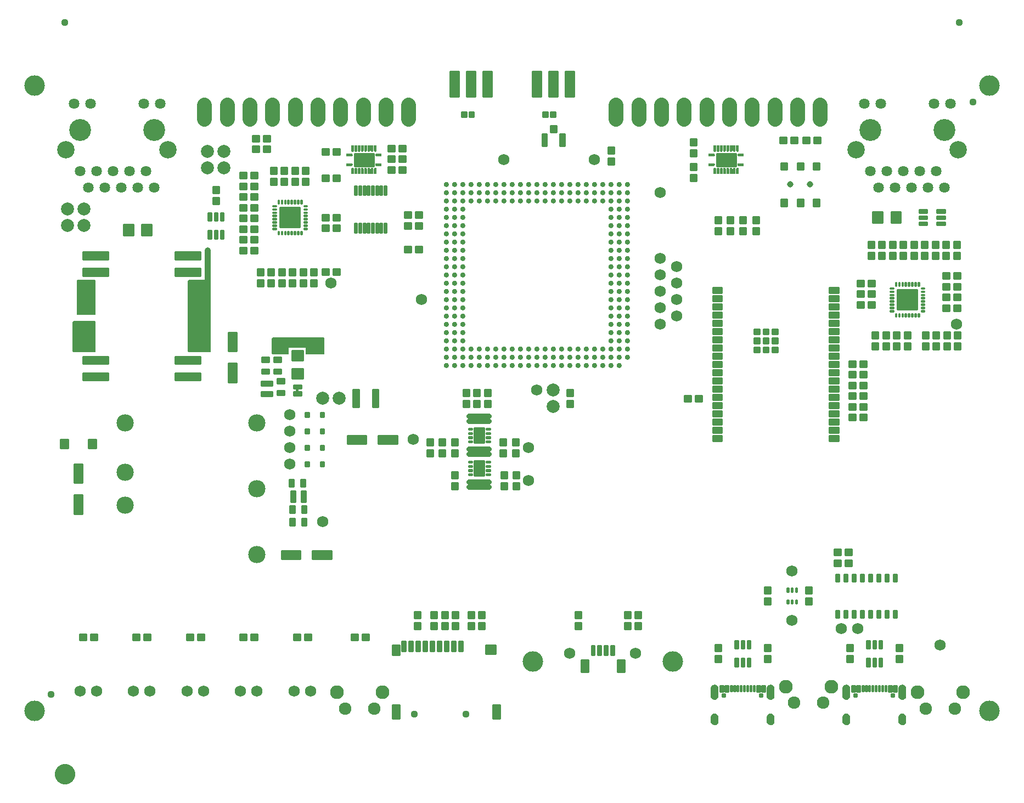
<source format=gts>
G04 EAGLE Gerber RS-274X export*
G75*
%MOMM*%
%FSLAX34Y34*%
%LPD*%
%INSoldermask Top*%
%IPPOS*%
%AMOC8*
5,1,8,0,0,1.08239X$1,22.5*%
G01*
%ADD10C,0.965200*%
%ADD11C,0.812800*%
%ADD12C,0.225400*%
%ADD13C,0.227100*%
%ADD14C,1.127000*%
%ADD15C,3.175000*%
%ADD16C,0.230578*%
%ADD17C,0.225369*%
%ADD18C,0.777000*%
%ADD19C,0.231559*%
%ADD20C,0.225588*%
%ADD21C,0.229050*%
%ADD22C,0.225938*%
%ADD23C,0.224509*%
%ADD24C,1.727000*%
%ADD25C,0.227778*%
%ADD26C,0.224709*%
%ADD27C,3.377000*%
%ADD28C,2.677000*%
%ADD29C,1.627000*%
%ADD30C,0.220319*%
%ADD31C,0.231750*%
%ADD32C,0.228344*%
%ADD33C,0.223409*%
%ADD34C,2.006600*%
%ADD35C,1.927000*%
%ADD36C,2.127000*%
%ADD37C,2.327000*%
%ADD38C,0.223519*%
%ADD39C,2.667000*%
%ADD40C,0.228478*%
%ADD41C,0.225888*%
%ADD42C,0.239469*%
%ADD43C,0.977000*%
%ADD44C,0.230800*%
%ADD45C,1.270000*%

G36*
X292793Y579383D02*
X292793Y579383D01*
X292851Y579381D01*
X292933Y579403D01*
X293017Y579415D01*
X293070Y579439D01*
X293126Y579453D01*
X293199Y579496D01*
X293276Y579531D01*
X293321Y579569D01*
X293371Y579599D01*
X293429Y579660D01*
X293493Y579715D01*
X293525Y579763D01*
X293565Y579806D01*
X293604Y579881D01*
X293651Y579951D01*
X293668Y580007D01*
X293695Y580059D01*
X293706Y580127D01*
X293736Y580222D01*
X293739Y580322D01*
X293750Y580390D01*
X293750Y689610D01*
X293742Y689668D01*
X293744Y689726D01*
X293722Y689808D01*
X293710Y689892D01*
X293687Y689945D01*
X293672Y690001D01*
X293629Y690074D01*
X293594Y690151D01*
X293556Y690196D01*
X293527Y690246D01*
X293465Y690304D01*
X293411Y690368D01*
X293362Y690400D01*
X293319Y690440D01*
X293244Y690479D01*
X293174Y690526D01*
X293118Y690543D01*
X293066Y690570D01*
X292998Y690581D01*
X292903Y690611D01*
X292803Y690614D01*
X292735Y690625D01*
X259715Y690625D01*
X259657Y690617D01*
X259599Y690619D01*
X259517Y690597D01*
X259434Y690585D01*
X259380Y690562D01*
X259324Y690547D01*
X259251Y690504D01*
X259174Y690469D01*
X259129Y690431D01*
X259079Y690402D01*
X259021Y690340D01*
X258957Y690286D01*
X258925Y690237D01*
X258885Y690194D01*
X258846Y690119D01*
X258800Y690049D01*
X258782Y689993D01*
X258755Y689941D01*
X258744Y689873D01*
X258714Y689778D01*
X258711Y689678D01*
X258700Y689610D01*
X258700Y580390D01*
X258708Y580332D01*
X258706Y580274D01*
X258728Y580192D01*
X258740Y580109D01*
X258764Y580055D01*
X258778Y579999D01*
X258821Y579926D01*
X258856Y579849D01*
X258894Y579804D01*
X258924Y579754D01*
X258985Y579696D01*
X259040Y579632D01*
X259088Y579600D01*
X259131Y579560D01*
X259206Y579521D01*
X259276Y579475D01*
X259332Y579457D01*
X259384Y579430D01*
X259452Y579419D01*
X259547Y579389D01*
X259647Y579386D01*
X259715Y579375D01*
X292735Y579375D01*
X292793Y579383D01*
G37*
G36*
X413443Y575573D02*
X413443Y575573D01*
X413501Y575571D01*
X413583Y575593D01*
X413667Y575605D01*
X413720Y575629D01*
X413776Y575643D01*
X413849Y575686D01*
X413926Y575721D01*
X413971Y575759D01*
X414021Y575789D01*
X414079Y575850D01*
X414143Y575905D01*
X414175Y575953D01*
X414215Y575996D01*
X414254Y576071D01*
X414301Y576141D01*
X414318Y576197D01*
X414345Y576249D01*
X414356Y576317D01*
X414386Y576412D01*
X414389Y576512D01*
X414400Y576580D01*
X414400Y585725D01*
X440310Y585725D01*
X440310Y576580D01*
X440318Y576522D01*
X440316Y576464D01*
X440338Y576382D01*
X440350Y576299D01*
X440374Y576245D01*
X440388Y576189D01*
X440431Y576116D01*
X440466Y576039D01*
X440504Y575994D01*
X440534Y575944D01*
X440595Y575886D01*
X440650Y575822D01*
X440698Y575790D01*
X440741Y575750D01*
X440816Y575711D01*
X440886Y575665D01*
X440942Y575647D01*
X440994Y575620D01*
X441062Y575609D01*
X441157Y575579D01*
X441257Y575576D01*
X441325Y575565D01*
X467995Y575565D01*
X468053Y575573D01*
X468111Y575571D01*
X468193Y575593D01*
X468277Y575605D01*
X468330Y575629D01*
X468386Y575643D01*
X468459Y575686D01*
X468536Y575721D01*
X468581Y575759D01*
X468631Y575789D01*
X468689Y575850D01*
X468753Y575905D01*
X468785Y575953D01*
X468825Y575996D01*
X468864Y576071D01*
X468911Y576141D01*
X468928Y576197D01*
X468955Y576249D01*
X468966Y576317D01*
X468996Y576412D01*
X468999Y576512D01*
X469010Y576580D01*
X469010Y600710D01*
X469002Y600768D01*
X469004Y600826D01*
X468982Y600908D01*
X468970Y600992D01*
X468947Y601045D01*
X468932Y601101D01*
X468889Y601174D01*
X468854Y601251D01*
X468816Y601296D01*
X468787Y601346D01*
X468725Y601404D01*
X468671Y601468D01*
X468622Y601500D01*
X468579Y601540D01*
X468504Y601579D01*
X468434Y601626D01*
X468378Y601643D01*
X468326Y601670D01*
X468258Y601681D01*
X468163Y601711D01*
X468063Y601714D01*
X467995Y601725D01*
X389255Y601725D01*
X389197Y601717D01*
X389139Y601719D01*
X389057Y601697D01*
X388974Y601685D01*
X388920Y601662D01*
X388864Y601647D01*
X388791Y601604D01*
X388714Y601569D01*
X388669Y601531D01*
X388619Y601502D01*
X388561Y601440D01*
X388497Y601386D01*
X388465Y601337D01*
X388425Y601294D01*
X388386Y601219D01*
X388340Y601149D01*
X388322Y601093D01*
X388295Y601041D01*
X388284Y600973D01*
X388254Y600878D01*
X388251Y600778D01*
X388240Y600710D01*
X388240Y576580D01*
X388248Y576522D01*
X388246Y576464D01*
X388268Y576382D01*
X388280Y576299D01*
X388304Y576245D01*
X388318Y576189D01*
X388361Y576116D01*
X388396Y576039D01*
X388434Y575994D01*
X388464Y575944D01*
X388525Y575886D01*
X388580Y575822D01*
X388628Y575790D01*
X388671Y575750D01*
X388746Y575711D01*
X388816Y575665D01*
X388872Y575647D01*
X388924Y575620D01*
X388992Y575609D01*
X389087Y575579D01*
X389187Y575576D01*
X389255Y575565D01*
X413385Y575565D01*
X413443Y575573D01*
G37*
G36*
X114993Y579383D02*
X114993Y579383D01*
X115051Y579381D01*
X115133Y579403D01*
X115217Y579415D01*
X115270Y579439D01*
X115326Y579453D01*
X115399Y579496D01*
X115476Y579531D01*
X115521Y579569D01*
X115571Y579599D01*
X115629Y579660D01*
X115693Y579715D01*
X115725Y579763D01*
X115765Y579806D01*
X115804Y579881D01*
X115851Y579951D01*
X115868Y580007D01*
X115895Y580059D01*
X115906Y580127D01*
X115936Y580222D01*
X115939Y580322D01*
X115950Y580390D01*
X115950Y626110D01*
X115943Y626163D01*
X115944Y626193D01*
X115943Y626196D01*
X115944Y626226D01*
X115922Y626308D01*
X115910Y626392D01*
X115887Y626445D01*
X115872Y626501D01*
X115829Y626574D01*
X115794Y626651D01*
X115756Y626696D01*
X115727Y626746D01*
X115665Y626804D01*
X115611Y626868D01*
X115562Y626900D01*
X115519Y626940D01*
X115444Y626979D01*
X115374Y627026D01*
X115318Y627043D01*
X115266Y627070D01*
X115198Y627081D01*
X115103Y627111D01*
X115003Y627114D01*
X114935Y627125D01*
X81915Y627125D01*
X81857Y627117D01*
X81799Y627119D01*
X81717Y627097D01*
X81634Y627085D01*
X81580Y627062D01*
X81524Y627047D01*
X81451Y627004D01*
X81374Y626969D01*
X81329Y626931D01*
X81279Y626902D01*
X81221Y626840D01*
X81157Y626786D01*
X81125Y626737D01*
X81085Y626694D01*
X81046Y626619D01*
X81000Y626549D01*
X80982Y626493D01*
X80955Y626441D01*
X80944Y626373D01*
X80914Y626278D01*
X80911Y626178D01*
X80900Y626110D01*
X80900Y580390D01*
X80908Y580332D01*
X80906Y580274D01*
X80928Y580192D01*
X80940Y580109D01*
X80964Y580055D01*
X80978Y579999D01*
X81021Y579926D01*
X81056Y579849D01*
X81094Y579804D01*
X81124Y579754D01*
X81185Y579696D01*
X81240Y579632D01*
X81288Y579600D01*
X81331Y579560D01*
X81406Y579521D01*
X81476Y579475D01*
X81532Y579457D01*
X81584Y579430D01*
X81652Y579419D01*
X81747Y579389D01*
X81847Y579386D01*
X81915Y579375D01*
X114935Y579375D01*
X114993Y579383D01*
G37*
G36*
X114993Y636533D02*
X114993Y636533D01*
X115051Y636531D01*
X115133Y636553D01*
X115217Y636565D01*
X115270Y636589D01*
X115326Y636603D01*
X115399Y636646D01*
X115476Y636681D01*
X115521Y636719D01*
X115571Y636749D01*
X115629Y636810D01*
X115693Y636865D01*
X115725Y636913D01*
X115765Y636956D01*
X115804Y637031D01*
X115851Y637101D01*
X115868Y637157D01*
X115895Y637209D01*
X115906Y637277D01*
X115936Y637372D01*
X115939Y637472D01*
X115950Y637540D01*
X115950Y689610D01*
X115942Y689668D01*
X115944Y689726D01*
X115922Y689808D01*
X115910Y689892D01*
X115887Y689945D01*
X115872Y690001D01*
X115829Y690074D01*
X115794Y690151D01*
X115756Y690196D01*
X115727Y690246D01*
X115665Y690304D01*
X115611Y690368D01*
X115562Y690400D01*
X115519Y690440D01*
X115444Y690479D01*
X115374Y690526D01*
X115318Y690543D01*
X115266Y690570D01*
X115198Y690581D01*
X115103Y690611D01*
X115003Y690614D01*
X114935Y690625D01*
X88265Y690625D01*
X88207Y690617D01*
X88149Y690619D01*
X88067Y690597D01*
X87984Y690585D01*
X87930Y690562D01*
X87874Y690547D01*
X87801Y690504D01*
X87724Y690469D01*
X87679Y690431D01*
X87629Y690402D01*
X87571Y690340D01*
X87507Y690286D01*
X87475Y690237D01*
X87435Y690194D01*
X87396Y690119D01*
X87350Y690049D01*
X87332Y689993D01*
X87305Y689941D01*
X87294Y689873D01*
X87264Y689778D01*
X87261Y689678D01*
X87250Y689610D01*
X87250Y637540D01*
X87258Y637482D01*
X87256Y637424D01*
X87278Y637342D01*
X87290Y637259D01*
X87314Y637205D01*
X87328Y637149D01*
X87371Y637076D01*
X87406Y636999D01*
X87444Y636954D01*
X87474Y636904D01*
X87535Y636846D01*
X87590Y636782D01*
X87638Y636750D01*
X87681Y636710D01*
X87756Y636671D01*
X87826Y636625D01*
X87882Y636607D01*
X87934Y636580D01*
X88002Y636569D01*
X88097Y636539D01*
X88197Y636536D01*
X88265Y636525D01*
X114935Y636525D01*
X114993Y636533D01*
G37*
G36*
X1362109Y42883D02*
X1362109Y42883D01*
X1362115Y42889D01*
X1362120Y42885D01*
X1363350Y43250D01*
X1363355Y43257D01*
X1363360Y43255D01*
X1364479Y43885D01*
X1364482Y43892D01*
X1364488Y43891D01*
X1365438Y44754D01*
X1365439Y44762D01*
X1365445Y44762D01*
X1366179Y45815D01*
X1366179Y45823D01*
X1366184Y45825D01*
X1366666Y47015D01*
X1366664Y47020D01*
X1366668Y47023D01*
X1366667Y47024D01*
X1366669Y47025D01*
X1366874Y48292D01*
X1366871Y48297D01*
X1366874Y48300D01*
X1366874Y60300D01*
X1366871Y60304D01*
X1366874Y60307D01*
X1366719Y61429D01*
X1366714Y61434D01*
X1366717Y61438D01*
X1366346Y62509D01*
X1366340Y62513D01*
X1366342Y62518D01*
X1365769Y63495D01*
X1365763Y63498D01*
X1365764Y63503D01*
X1365011Y64350D01*
X1365004Y64352D01*
X1365004Y64357D01*
X1364101Y65041D01*
X1364094Y65041D01*
X1364093Y65046D01*
X1363074Y65541D01*
X1363067Y65539D01*
X1363065Y65544D01*
X1361968Y65831D01*
X1361962Y65828D01*
X1361959Y65832D01*
X1360828Y65899D01*
X1360822Y65899D01*
X1359691Y65832D01*
X1359686Y65827D01*
X1359682Y65831D01*
X1358585Y65544D01*
X1358581Y65538D01*
X1358576Y65541D01*
X1357557Y65046D01*
X1357554Y65040D01*
X1357549Y65041D01*
X1356646Y64357D01*
X1356644Y64350D01*
X1356639Y64350D01*
X1355886Y63503D01*
X1355886Y63496D01*
X1355881Y63495D01*
X1355308Y62518D01*
X1355309Y62515D01*
X1355308Y62514D01*
X1355309Y62513D01*
X1355309Y62511D01*
X1355304Y62509D01*
X1354933Y61438D01*
X1354935Y61433D01*
X1354932Y61431D01*
X1354932Y61430D01*
X1354931Y61429D01*
X1354776Y60307D01*
X1354779Y60302D01*
X1354776Y60300D01*
X1354776Y48300D01*
X1354779Y48295D01*
X1354776Y48292D01*
X1354981Y47025D01*
X1354987Y47019D01*
X1354984Y47015D01*
X1355466Y45825D01*
X1355473Y45821D01*
X1355471Y45815D01*
X1356205Y44762D01*
X1356213Y44760D01*
X1356212Y44754D01*
X1357162Y43891D01*
X1357171Y43890D01*
X1357171Y43885D01*
X1358290Y43255D01*
X1358298Y43256D01*
X1358300Y43250D01*
X1359530Y42885D01*
X1359538Y42888D01*
X1359541Y42883D01*
X1360822Y42801D01*
X1360826Y42804D01*
X1360828Y42801D01*
X1362109Y42883D01*
G37*
G36*
X1072509Y42883D02*
X1072509Y42883D01*
X1072515Y42889D01*
X1072520Y42885D01*
X1073750Y43250D01*
X1073755Y43257D01*
X1073760Y43255D01*
X1074879Y43885D01*
X1074882Y43892D01*
X1074888Y43891D01*
X1075838Y44754D01*
X1075839Y44762D01*
X1075845Y44762D01*
X1076579Y45815D01*
X1076579Y45823D01*
X1076584Y45825D01*
X1077066Y47015D01*
X1077064Y47020D01*
X1077068Y47023D01*
X1077067Y47024D01*
X1077069Y47025D01*
X1077274Y48292D01*
X1077271Y48297D01*
X1077274Y48300D01*
X1077274Y60300D01*
X1077271Y60304D01*
X1077274Y60307D01*
X1077119Y61429D01*
X1077114Y61434D01*
X1077117Y61438D01*
X1076746Y62509D01*
X1076740Y62513D01*
X1076742Y62518D01*
X1076169Y63495D01*
X1076163Y63498D01*
X1076164Y63503D01*
X1075411Y64350D01*
X1075404Y64352D01*
X1075404Y64357D01*
X1074501Y65041D01*
X1074494Y65041D01*
X1074493Y65046D01*
X1073474Y65541D01*
X1073467Y65539D01*
X1073465Y65544D01*
X1072368Y65831D01*
X1072362Y65828D01*
X1072359Y65832D01*
X1071228Y65899D01*
X1071222Y65899D01*
X1070091Y65832D01*
X1070086Y65827D01*
X1070082Y65831D01*
X1068985Y65544D01*
X1068981Y65538D01*
X1068976Y65541D01*
X1067957Y65046D01*
X1067954Y65040D01*
X1067949Y65041D01*
X1067046Y64357D01*
X1067044Y64350D01*
X1067039Y64350D01*
X1066286Y63503D01*
X1066286Y63496D01*
X1066281Y63495D01*
X1065708Y62518D01*
X1065709Y62515D01*
X1065708Y62514D01*
X1065709Y62513D01*
X1065709Y62511D01*
X1065704Y62509D01*
X1065333Y61438D01*
X1065335Y61433D01*
X1065332Y61431D01*
X1065332Y61430D01*
X1065331Y61429D01*
X1065176Y60307D01*
X1065179Y60302D01*
X1065176Y60300D01*
X1065176Y48300D01*
X1065179Y48295D01*
X1065176Y48292D01*
X1065381Y47025D01*
X1065387Y47019D01*
X1065384Y47015D01*
X1065866Y45825D01*
X1065873Y45821D01*
X1065871Y45815D01*
X1066605Y44762D01*
X1066613Y44760D01*
X1066612Y44754D01*
X1067562Y43891D01*
X1067571Y43890D01*
X1067571Y43885D01*
X1068690Y43255D01*
X1068698Y43256D01*
X1068700Y43250D01*
X1069930Y42885D01*
X1069938Y42888D01*
X1069941Y42883D01*
X1071222Y42801D01*
X1071226Y42804D01*
X1071228Y42801D01*
X1072509Y42883D01*
G37*
G36*
X1275709Y42883D02*
X1275709Y42883D01*
X1275715Y42889D01*
X1275720Y42885D01*
X1276950Y43250D01*
X1276955Y43257D01*
X1276960Y43255D01*
X1278079Y43885D01*
X1278082Y43892D01*
X1278088Y43891D01*
X1279038Y44754D01*
X1279039Y44762D01*
X1279045Y44762D01*
X1279779Y45815D01*
X1279779Y45823D01*
X1279784Y45825D01*
X1280266Y47015D01*
X1280264Y47020D01*
X1280268Y47023D01*
X1280267Y47024D01*
X1280269Y47025D01*
X1280474Y48292D01*
X1280471Y48297D01*
X1280474Y48300D01*
X1280474Y60300D01*
X1280471Y60304D01*
X1280474Y60307D01*
X1280319Y61429D01*
X1280314Y61434D01*
X1280317Y61438D01*
X1279946Y62509D01*
X1279940Y62513D01*
X1279942Y62518D01*
X1279369Y63495D01*
X1279363Y63498D01*
X1279364Y63503D01*
X1278611Y64350D01*
X1278604Y64352D01*
X1278604Y64357D01*
X1277701Y65041D01*
X1277694Y65041D01*
X1277693Y65046D01*
X1276674Y65541D01*
X1276667Y65539D01*
X1276665Y65544D01*
X1275568Y65831D01*
X1275562Y65828D01*
X1275559Y65832D01*
X1274428Y65899D01*
X1274422Y65899D01*
X1273291Y65832D01*
X1273286Y65827D01*
X1273282Y65831D01*
X1272185Y65544D01*
X1272181Y65538D01*
X1272176Y65541D01*
X1271157Y65046D01*
X1271154Y65040D01*
X1271149Y65041D01*
X1270246Y64357D01*
X1270244Y64350D01*
X1270239Y64350D01*
X1269486Y63503D01*
X1269486Y63496D01*
X1269481Y63495D01*
X1268908Y62518D01*
X1268909Y62515D01*
X1268908Y62514D01*
X1268909Y62513D01*
X1268909Y62511D01*
X1268904Y62509D01*
X1268533Y61438D01*
X1268535Y61433D01*
X1268532Y61431D01*
X1268532Y61430D01*
X1268531Y61429D01*
X1268376Y60307D01*
X1268379Y60302D01*
X1268376Y60300D01*
X1268376Y48300D01*
X1268379Y48295D01*
X1268376Y48292D01*
X1268581Y47025D01*
X1268587Y47019D01*
X1268584Y47015D01*
X1269066Y45825D01*
X1269073Y45821D01*
X1269071Y45815D01*
X1269805Y44762D01*
X1269813Y44760D01*
X1269812Y44754D01*
X1270762Y43891D01*
X1270771Y43890D01*
X1270771Y43885D01*
X1271890Y43255D01*
X1271898Y43256D01*
X1271900Y43250D01*
X1273130Y42885D01*
X1273138Y42888D01*
X1273141Y42883D01*
X1274422Y42801D01*
X1274426Y42804D01*
X1274428Y42801D01*
X1275709Y42883D01*
G37*
G36*
X1158909Y42883D02*
X1158909Y42883D01*
X1158915Y42889D01*
X1158920Y42885D01*
X1160150Y43250D01*
X1160155Y43257D01*
X1160160Y43255D01*
X1161279Y43885D01*
X1161282Y43892D01*
X1161288Y43891D01*
X1162238Y44754D01*
X1162239Y44762D01*
X1162245Y44762D01*
X1162979Y45815D01*
X1162979Y45823D01*
X1162984Y45825D01*
X1163466Y47015D01*
X1163464Y47020D01*
X1163468Y47023D01*
X1163467Y47024D01*
X1163469Y47025D01*
X1163674Y48292D01*
X1163671Y48297D01*
X1163674Y48300D01*
X1163674Y60300D01*
X1163671Y60304D01*
X1163674Y60307D01*
X1163519Y61429D01*
X1163514Y61434D01*
X1163517Y61438D01*
X1163146Y62509D01*
X1163140Y62513D01*
X1163142Y62518D01*
X1162569Y63495D01*
X1162563Y63498D01*
X1162564Y63503D01*
X1161811Y64350D01*
X1161804Y64352D01*
X1161804Y64357D01*
X1160901Y65041D01*
X1160894Y65041D01*
X1160893Y65046D01*
X1159874Y65541D01*
X1159867Y65539D01*
X1159865Y65544D01*
X1158768Y65831D01*
X1158762Y65828D01*
X1158759Y65832D01*
X1157628Y65899D01*
X1157622Y65899D01*
X1156491Y65832D01*
X1156486Y65827D01*
X1156482Y65831D01*
X1155385Y65544D01*
X1155381Y65538D01*
X1155376Y65541D01*
X1154357Y65046D01*
X1154354Y65040D01*
X1154349Y65041D01*
X1153446Y64357D01*
X1153444Y64350D01*
X1153439Y64350D01*
X1152686Y63503D01*
X1152686Y63496D01*
X1152681Y63495D01*
X1152108Y62518D01*
X1152109Y62515D01*
X1152108Y62514D01*
X1152109Y62513D01*
X1152109Y62511D01*
X1152104Y62509D01*
X1151733Y61438D01*
X1151735Y61433D01*
X1151732Y61431D01*
X1151732Y61430D01*
X1151731Y61429D01*
X1151576Y60307D01*
X1151579Y60302D01*
X1151576Y60300D01*
X1151576Y48300D01*
X1151579Y48295D01*
X1151576Y48292D01*
X1151781Y47025D01*
X1151787Y47019D01*
X1151784Y47015D01*
X1152266Y45825D01*
X1152273Y45821D01*
X1152271Y45815D01*
X1153005Y44762D01*
X1153013Y44760D01*
X1153012Y44754D01*
X1153962Y43891D01*
X1153971Y43890D01*
X1153971Y43885D01*
X1155090Y43255D01*
X1155098Y43256D01*
X1155100Y43250D01*
X1156330Y42885D01*
X1156338Y42888D01*
X1156341Y42883D01*
X1157622Y42801D01*
X1157626Y42804D01*
X1157628Y42801D01*
X1158909Y42883D01*
G37*
G36*
X1072396Y3611D02*
X1072396Y3611D01*
X1072401Y3616D01*
X1072405Y3613D01*
X1073528Y3948D01*
X1073532Y3954D01*
X1073536Y3952D01*
X1074572Y4500D01*
X1074575Y4506D01*
X1074580Y4505D01*
X1075488Y5244D01*
X1075490Y5251D01*
X1075495Y5251D01*
X1076242Y6153D01*
X1076242Y6161D01*
X1076248Y6161D01*
X1076804Y7192D01*
X1076803Y7199D01*
X1076808Y7201D01*
X1077152Y8320D01*
X1077150Y8327D01*
X1077154Y8330D01*
X1077274Y9495D01*
X1077272Y9498D01*
X1077274Y9500D01*
X1077274Y15500D01*
X1077272Y15503D01*
X1077274Y15505D01*
X1077163Y16681D01*
X1077158Y16686D01*
X1077161Y16690D01*
X1076823Y17822D01*
X1076817Y17826D01*
X1076819Y17831D01*
X1076267Y18875D01*
X1076260Y18878D01*
X1076262Y18883D01*
X1075516Y19799D01*
X1075509Y19800D01*
X1075509Y19806D01*
X1074600Y20559D01*
X1074592Y20559D01*
X1074592Y20564D01*
X1073552Y21125D01*
X1073545Y21124D01*
X1073543Y21129D01*
X1072414Y21476D01*
X1072408Y21474D01*
X1072405Y21478D01*
X1071230Y21599D01*
X1071223Y21595D01*
X1071219Y21599D01*
X1069879Y21442D01*
X1069873Y21437D01*
X1069868Y21440D01*
X1068597Y20989D01*
X1068592Y20982D01*
X1068587Y20984D01*
X1067448Y20262D01*
X1067445Y20254D01*
X1067439Y20255D01*
X1066489Y19297D01*
X1066488Y19289D01*
X1066482Y19288D01*
X1065769Y18143D01*
X1065770Y18135D01*
X1065764Y18133D01*
X1065324Y16857D01*
X1065326Y16850D01*
X1065322Y16847D01*
X1065176Y15505D01*
X1065178Y15502D01*
X1065176Y15500D01*
X1065176Y9500D01*
X1065178Y9497D01*
X1065176Y9494D01*
X1065331Y8165D01*
X1065337Y8159D01*
X1065334Y8155D01*
X1065781Y6894D01*
X1065788Y6889D01*
X1065786Y6884D01*
X1066503Y5754D01*
X1066510Y5751D01*
X1066509Y5745D01*
X1067460Y4803D01*
X1067468Y4802D01*
X1067468Y4796D01*
X1068604Y4089D01*
X1068612Y4090D01*
X1068614Y4084D01*
X1069879Y3648D01*
X1069884Y3649D01*
X1069885Y3649D01*
X1069888Y3649D01*
X1069890Y3645D01*
X1071220Y3501D01*
X1071226Y3505D01*
X1071230Y3501D01*
X1072396Y3611D01*
G37*
G36*
X1275596Y3611D02*
X1275596Y3611D01*
X1275601Y3616D01*
X1275605Y3613D01*
X1276728Y3948D01*
X1276732Y3954D01*
X1276736Y3952D01*
X1277772Y4500D01*
X1277775Y4506D01*
X1277780Y4505D01*
X1278688Y5244D01*
X1278690Y5251D01*
X1278695Y5251D01*
X1279442Y6153D01*
X1279442Y6161D01*
X1279448Y6161D01*
X1280004Y7192D01*
X1280003Y7199D01*
X1280008Y7201D01*
X1280352Y8320D01*
X1280350Y8327D01*
X1280354Y8330D01*
X1280474Y9495D01*
X1280472Y9498D01*
X1280474Y9500D01*
X1280474Y15500D01*
X1280472Y15503D01*
X1280474Y15505D01*
X1280363Y16681D01*
X1280358Y16686D01*
X1280361Y16690D01*
X1280023Y17822D01*
X1280017Y17826D01*
X1280019Y17831D01*
X1279467Y18875D01*
X1279460Y18878D01*
X1279462Y18883D01*
X1278716Y19799D01*
X1278709Y19800D01*
X1278709Y19806D01*
X1277800Y20559D01*
X1277792Y20559D01*
X1277792Y20564D01*
X1276752Y21125D01*
X1276745Y21124D01*
X1276743Y21129D01*
X1275614Y21476D01*
X1275608Y21474D01*
X1275605Y21478D01*
X1274430Y21599D01*
X1274423Y21595D01*
X1274419Y21599D01*
X1273079Y21442D01*
X1273073Y21437D01*
X1273068Y21440D01*
X1271797Y20989D01*
X1271792Y20982D01*
X1271787Y20984D01*
X1270648Y20262D01*
X1270645Y20254D01*
X1270639Y20255D01*
X1269689Y19297D01*
X1269688Y19289D01*
X1269682Y19288D01*
X1268969Y18143D01*
X1268970Y18135D01*
X1268964Y18133D01*
X1268524Y16857D01*
X1268526Y16850D01*
X1268522Y16847D01*
X1268376Y15505D01*
X1268378Y15502D01*
X1268376Y15500D01*
X1268376Y9500D01*
X1268378Y9497D01*
X1268376Y9494D01*
X1268531Y8165D01*
X1268537Y8159D01*
X1268534Y8155D01*
X1268981Y6894D01*
X1268988Y6889D01*
X1268986Y6884D01*
X1269703Y5754D01*
X1269710Y5751D01*
X1269709Y5745D01*
X1270660Y4803D01*
X1270668Y4802D01*
X1270668Y4796D01*
X1271804Y4089D01*
X1271812Y4090D01*
X1271814Y4084D01*
X1273079Y3648D01*
X1273084Y3649D01*
X1273085Y3649D01*
X1273088Y3649D01*
X1273090Y3645D01*
X1274420Y3501D01*
X1274426Y3505D01*
X1274430Y3501D01*
X1275596Y3611D01*
G37*
G36*
X1361996Y3611D02*
X1361996Y3611D01*
X1362001Y3616D01*
X1362005Y3613D01*
X1363128Y3948D01*
X1363132Y3954D01*
X1363136Y3952D01*
X1364172Y4500D01*
X1364175Y4506D01*
X1364180Y4505D01*
X1365088Y5244D01*
X1365090Y5251D01*
X1365095Y5251D01*
X1365842Y6153D01*
X1365842Y6161D01*
X1365848Y6161D01*
X1366404Y7192D01*
X1366403Y7199D01*
X1366408Y7201D01*
X1366752Y8320D01*
X1366750Y8327D01*
X1366754Y8330D01*
X1366874Y9495D01*
X1366872Y9498D01*
X1366874Y9500D01*
X1366874Y15500D01*
X1366872Y15503D01*
X1366874Y15505D01*
X1366763Y16681D01*
X1366758Y16686D01*
X1366761Y16690D01*
X1366423Y17822D01*
X1366417Y17826D01*
X1366419Y17831D01*
X1365867Y18875D01*
X1365860Y18878D01*
X1365862Y18883D01*
X1365116Y19799D01*
X1365109Y19800D01*
X1365109Y19806D01*
X1364200Y20559D01*
X1364192Y20559D01*
X1364192Y20564D01*
X1363152Y21125D01*
X1363145Y21124D01*
X1363143Y21129D01*
X1362014Y21476D01*
X1362008Y21474D01*
X1362005Y21478D01*
X1360830Y21599D01*
X1360823Y21595D01*
X1360819Y21599D01*
X1359479Y21442D01*
X1359473Y21437D01*
X1359468Y21440D01*
X1358197Y20989D01*
X1358192Y20982D01*
X1358187Y20984D01*
X1357048Y20262D01*
X1357045Y20254D01*
X1357039Y20255D01*
X1356089Y19297D01*
X1356088Y19289D01*
X1356082Y19288D01*
X1355369Y18143D01*
X1355370Y18135D01*
X1355364Y18133D01*
X1354924Y16857D01*
X1354926Y16850D01*
X1354922Y16847D01*
X1354776Y15505D01*
X1354778Y15502D01*
X1354776Y15500D01*
X1354776Y9500D01*
X1354778Y9497D01*
X1354776Y9494D01*
X1354931Y8165D01*
X1354937Y8159D01*
X1354934Y8155D01*
X1355381Y6894D01*
X1355388Y6889D01*
X1355386Y6884D01*
X1356103Y5754D01*
X1356110Y5751D01*
X1356109Y5745D01*
X1357060Y4803D01*
X1357068Y4802D01*
X1357068Y4796D01*
X1358204Y4089D01*
X1358212Y4090D01*
X1358214Y4084D01*
X1359479Y3648D01*
X1359484Y3649D01*
X1359485Y3649D01*
X1359488Y3649D01*
X1359490Y3645D01*
X1360820Y3501D01*
X1360826Y3505D01*
X1360830Y3501D01*
X1361996Y3611D01*
G37*
G36*
X1158796Y3611D02*
X1158796Y3611D01*
X1158801Y3616D01*
X1158805Y3613D01*
X1159928Y3948D01*
X1159932Y3954D01*
X1159936Y3952D01*
X1160972Y4500D01*
X1160975Y4506D01*
X1160980Y4505D01*
X1161888Y5244D01*
X1161890Y5251D01*
X1161895Y5251D01*
X1162642Y6153D01*
X1162642Y6161D01*
X1162648Y6161D01*
X1163204Y7192D01*
X1163203Y7199D01*
X1163208Y7201D01*
X1163552Y8320D01*
X1163550Y8327D01*
X1163554Y8330D01*
X1163674Y9495D01*
X1163672Y9498D01*
X1163674Y9500D01*
X1163674Y15500D01*
X1163672Y15503D01*
X1163674Y15505D01*
X1163563Y16681D01*
X1163558Y16686D01*
X1163561Y16690D01*
X1163223Y17822D01*
X1163217Y17826D01*
X1163219Y17831D01*
X1162667Y18875D01*
X1162660Y18878D01*
X1162662Y18883D01*
X1161916Y19799D01*
X1161909Y19800D01*
X1161909Y19806D01*
X1161000Y20559D01*
X1160992Y20559D01*
X1160992Y20564D01*
X1159952Y21125D01*
X1159945Y21124D01*
X1159943Y21129D01*
X1158814Y21476D01*
X1158808Y21474D01*
X1158805Y21478D01*
X1157630Y21599D01*
X1157623Y21595D01*
X1157619Y21599D01*
X1156279Y21442D01*
X1156273Y21437D01*
X1156268Y21440D01*
X1154997Y20989D01*
X1154992Y20982D01*
X1154987Y20984D01*
X1153848Y20262D01*
X1153845Y20254D01*
X1153839Y20255D01*
X1152889Y19297D01*
X1152888Y19289D01*
X1152882Y19288D01*
X1152169Y18143D01*
X1152170Y18135D01*
X1152164Y18133D01*
X1151724Y16857D01*
X1151726Y16850D01*
X1151722Y16847D01*
X1151576Y15505D01*
X1151578Y15502D01*
X1151576Y15500D01*
X1151576Y9500D01*
X1151578Y9497D01*
X1151576Y9494D01*
X1151731Y8165D01*
X1151737Y8159D01*
X1151734Y8155D01*
X1152181Y6894D01*
X1152188Y6889D01*
X1152186Y6884D01*
X1152903Y5754D01*
X1152910Y5751D01*
X1152909Y5745D01*
X1153860Y4803D01*
X1153868Y4802D01*
X1153868Y4796D01*
X1155004Y4089D01*
X1155012Y4090D01*
X1155014Y4084D01*
X1156279Y3648D01*
X1156284Y3649D01*
X1156285Y3649D01*
X1156288Y3649D01*
X1156290Y3645D01*
X1157620Y3501D01*
X1157626Y3505D01*
X1157630Y3501D01*
X1158796Y3611D01*
G37*
G36*
X886283Y821723D02*
X886283Y821723D01*
X886299Y821721D01*
X887161Y821934D01*
X887173Y821943D01*
X887190Y821945D01*
X887976Y822357D01*
X887985Y822369D01*
X888001Y822374D01*
X888665Y822963D01*
X888672Y822977D01*
X888686Y822986D01*
X889190Y823717D01*
X889193Y823731D01*
X889204Y823744D01*
X889519Y824574D01*
X889518Y824589D01*
X889526Y824603D01*
X889633Y825485D01*
X889629Y825498D01*
X889634Y825509D01*
X889632Y825512D01*
X889633Y825515D01*
X889526Y826397D01*
X889519Y826410D01*
X889519Y826426D01*
X889204Y827256D01*
X889194Y827267D01*
X889190Y827283D01*
X888686Y828014D01*
X888673Y828022D01*
X888665Y828037D01*
X888001Y828626D01*
X887995Y828628D01*
X887994Y828629D01*
X887985Y828632D01*
X887976Y828643D01*
X887190Y829055D01*
X887175Y829057D01*
X887161Y829066D01*
X886299Y829279D01*
X886285Y829276D01*
X886269Y829282D01*
X885381Y829282D01*
X885367Y829277D01*
X885351Y829279D01*
X884489Y829066D01*
X884477Y829057D01*
X884460Y829055D01*
X883674Y828643D01*
X883665Y828631D01*
X883649Y828626D01*
X882985Y828037D01*
X882978Y828023D01*
X882964Y828014D01*
X882460Y827283D01*
X882457Y827269D01*
X882446Y827256D01*
X882131Y826426D01*
X882132Y826411D01*
X882124Y826397D01*
X882017Y825515D01*
X882019Y825507D01*
X882016Y825501D01*
X882019Y825495D01*
X882017Y825485D01*
X882124Y824603D01*
X882131Y824590D01*
X882131Y824574D01*
X882446Y823744D01*
X882456Y823733D01*
X882460Y823717D01*
X882964Y822986D01*
X882977Y822978D01*
X882985Y822963D01*
X883649Y822374D01*
X883663Y822370D01*
X883674Y822357D01*
X884460Y821945D01*
X884475Y821943D01*
X884489Y821934D01*
X885351Y821721D01*
X885366Y821724D01*
X885381Y821718D01*
X886269Y821718D01*
X886283Y821723D01*
G37*
G36*
X898983Y567723D02*
X898983Y567723D01*
X898999Y567721D01*
X899861Y567934D01*
X899873Y567943D01*
X899890Y567945D01*
X900676Y568357D01*
X900685Y568369D01*
X900701Y568374D01*
X901365Y568963D01*
X901372Y568977D01*
X901386Y568986D01*
X901890Y569717D01*
X901893Y569731D01*
X901904Y569744D01*
X902219Y570574D01*
X902218Y570589D01*
X902226Y570603D01*
X902333Y571485D01*
X902329Y571498D01*
X902334Y571509D01*
X902332Y571512D01*
X902333Y571515D01*
X902226Y572397D01*
X902219Y572410D01*
X902219Y572426D01*
X901904Y573256D01*
X901894Y573267D01*
X901890Y573283D01*
X901386Y574014D01*
X901373Y574022D01*
X901365Y574037D01*
X900701Y574626D01*
X900695Y574628D01*
X900694Y574629D01*
X900685Y574632D01*
X900676Y574643D01*
X899890Y575055D01*
X899875Y575057D01*
X899861Y575066D01*
X898999Y575279D01*
X898985Y575276D01*
X898969Y575282D01*
X898081Y575282D01*
X898067Y575277D01*
X898051Y575279D01*
X897189Y575066D01*
X897177Y575057D01*
X897160Y575055D01*
X896374Y574643D01*
X896365Y574631D01*
X896349Y574626D01*
X895685Y574037D01*
X895678Y574023D01*
X895664Y574014D01*
X895160Y573283D01*
X895157Y573269D01*
X895146Y573256D01*
X894831Y572426D01*
X894832Y572411D01*
X894824Y572397D01*
X894717Y571515D01*
X894719Y571507D01*
X894716Y571501D01*
X894719Y571495D01*
X894717Y571485D01*
X894824Y570603D01*
X894831Y570590D01*
X894831Y570574D01*
X895146Y569744D01*
X895156Y569733D01*
X895160Y569717D01*
X895664Y568986D01*
X895677Y568978D01*
X895685Y568963D01*
X896349Y568374D01*
X896363Y568370D01*
X896374Y568357D01*
X897160Y567945D01*
X897175Y567943D01*
X897189Y567934D01*
X898051Y567721D01*
X898066Y567724D01*
X898081Y567718D01*
X898969Y567718D01*
X898983Y567723D01*
G37*
G36*
X784683Y567723D02*
X784683Y567723D01*
X784699Y567721D01*
X785561Y567934D01*
X785573Y567943D01*
X785590Y567945D01*
X786376Y568357D01*
X786385Y568369D01*
X786401Y568374D01*
X787065Y568963D01*
X787072Y568977D01*
X787086Y568986D01*
X787590Y569717D01*
X787593Y569731D01*
X787604Y569744D01*
X787919Y570574D01*
X787918Y570589D01*
X787926Y570603D01*
X788033Y571485D01*
X788029Y571498D01*
X788034Y571509D01*
X788032Y571512D01*
X788033Y571515D01*
X787926Y572397D01*
X787919Y572410D01*
X787919Y572426D01*
X787604Y573256D01*
X787594Y573267D01*
X787590Y573283D01*
X787086Y574014D01*
X787073Y574022D01*
X787065Y574037D01*
X786401Y574626D01*
X786395Y574628D01*
X786394Y574629D01*
X786385Y574632D01*
X786376Y574643D01*
X785590Y575055D01*
X785575Y575057D01*
X785561Y575066D01*
X784699Y575279D01*
X784685Y575276D01*
X784669Y575282D01*
X783781Y575282D01*
X783767Y575277D01*
X783751Y575279D01*
X782889Y575066D01*
X782877Y575057D01*
X782860Y575055D01*
X782074Y574643D01*
X782065Y574631D01*
X782049Y574626D01*
X781385Y574037D01*
X781378Y574023D01*
X781364Y574014D01*
X780860Y573283D01*
X780857Y573269D01*
X780846Y573256D01*
X780531Y572426D01*
X780532Y572411D01*
X780524Y572397D01*
X780417Y571515D01*
X780419Y571507D01*
X780416Y571501D01*
X780419Y571495D01*
X780417Y571485D01*
X780524Y570603D01*
X780531Y570590D01*
X780531Y570574D01*
X780846Y569744D01*
X780856Y569733D01*
X780860Y569717D01*
X781364Y568986D01*
X781377Y568978D01*
X781385Y568963D01*
X782049Y568374D01*
X782063Y568370D01*
X782074Y568357D01*
X782860Y567945D01*
X782875Y567943D01*
X782889Y567934D01*
X783751Y567721D01*
X783766Y567724D01*
X783781Y567718D01*
X784669Y567718D01*
X784683Y567723D01*
G37*
G36*
X810083Y567723D02*
X810083Y567723D01*
X810099Y567721D01*
X810961Y567934D01*
X810973Y567943D01*
X810990Y567945D01*
X811776Y568357D01*
X811785Y568369D01*
X811801Y568374D01*
X812465Y568963D01*
X812472Y568977D01*
X812486Y568986D01*
X812990Y569717D01*
X812993Y569731D01*
X813004Y569744D01*
X813319Y570574D01*
X813318Y570589D01*
X813326Y570603D01*
X813433Y571485D01*
X813429Y571498D01*
X813434Y571509D01*
X813432Y571512D01*
X813433Y571515D01*
X813326Y572397D01*
X813319Y572410D01*
X813319Y572426D01*
X813004Y573256D01*
X812994Y573267D01*
X812990Y573283D01*
X812486Y574014D01*
X812473Y574022D01*
X812465Y574037D01*
X811801Y574626D01*
X811795Y574628D01*
X811794Y574629D01*
X811785Y574632D01*
X811776Y574643D01*
X810990Y575055D01*
X810975Y575057D01*
X810961Y575066D01*
X810099Y575279D01*
X810085Y575276D01*
X810069Y575282D01*
X809181Y575282D01*
X809167Y575277D01*
X809151Y575279D01*
X808289Y575066D01*
X808277Y575057D01*
X808260Y575055D01*
X807474Y574643D01*
X807465Y574631D01*
X807449Y574626D01*
X806785Y574037D01*
X806778Y574023D01*
X806764Y574014D01*
X806260Y573283D01*
X806257Y573269D01*
X806246Y573256D01*
X805931Y572426D01*
X805932Y572411D01*
X805924Y572397D01*
X805817Y571515D01*
X805819Y571507D01*
X805816Y571501D01*
X805819Y571495D01*
X805817Y571485D01*
X805924Y570603D01*
X805931Y570590D01*
X805931Y570574D01*
X806246Y569744D01*
X806256Y569733D01*
X806260Y569717D01*
X806764Y568986D01*
X806777Y568978D01*
X806785Y568963D01*
X807449Y568374D01*
X807463Y568370D01*
X807474Y568357D01*
X808260Y567945D01*
X808275Y567943D01*
X808289Y567934D01*
X809151Y567721D01*
X809166Y567724D01*
X809181Y567718D01*
X810069Y567718D01*
X810083Y567723D01*
G37*
G36*
X924383Y567723D02*
X924383Y567723D01*
X924399Y567721D01*
X925261Y567934D01*
X925273Y567943D01*
X925290Y567945D01*
X926076Y568357D01*
X926085Y568369D01*
X926101Y568374D01*
X926765Y568963D01*
X926772Y568977D01*
X926786Y568986D01*
X927290Y569717D01*
X927293Y569731D01*
X927304Y569744D01*
X927619Y570574D01*
X927618Y570589D01*
X927626Y570603D01*
X927733Y571485D01*
X927729Y571498D01*
X927734Y571509D01*
X927732Y571512D01*
X927733Y571515D01*
X927626Y572397D01*
X927619Y572410D01*
X927619Y572426D01*
X927304Y573256D01*
X927294Y573267D01*
X927290Y573283D01*
X926786Y574014D01*
X926773Y574022D01*
X926765Y574037D01*
X926101Y574626D01*
X926095Y574628D01*
X926094Y574629D01*
X926085Y574632D01*
X926076Y574643D01*
X925290Y575055D01*
X925275Y575057D01*
X925261Y575066D01*
X924399Y575279D01*
X924385Y575276D01*
X924369Y575282D01*
X923481Y575282D01*
X923467Y575277D01*
X923451Y575279D01*
X922589Y575066D01*
X922577Y575057D01*
X922560Y575055D01*
X921774Y574643D01*
X921765Y574631D01*
X921749Y574626D01*
X921085Y574037D01*
X921078Y574023D01*
X921064Y574014D01*
X920560Y573283D01*
X920557Y573269D01*
X920546Y573256D01*
X920231Y572426D01*
X920232Y572411D01*
X920224Y572397D01*
X920117Y571515D01*
X920119Y571507D01*
X920116Y571501D01*
X920119Y571495D01*
X920117Y571485D01*
X920224Y570603D01*
X920231Y570590D01*
X920231Y570574D01*
X920546Y569744D01*
X920556Y569733D01*
X920560Y569717D01*
X921064Y568986D01*
X921077Y568978D01*
X921085Y568963D01*
X921749Y568374D01*
X921763Y568370D01*
X921774Y568357D01*
X922560Y567945D01*
X922575Y567943D01*
X922589Y567934D01*
X923451Y567721D01*
X923466Y567724D01*
X923481Y567718D01*
X924369Y567718D01*
X924383Y567723D01*
G37*
G36*
X886283Y555023D02*
X886283Y555023D01*
X886299Y555021D01*
X887161Y555234D01*
X887173Y555243D01*
X887190Y555245D01*
X887976Y555657D01*
X887985Y555669D01*
X888001Y555674D01*
X888665Y556263D01*
X888672Y556277D01*
X888686Y556286D01*
X889190Y557017D01*
X889193Y557031D01*
X889204Y557044D01*
X889519Y557874D01*
X889518Y557889D01*
X889526Y557903D01*
X889633Y558785D01*
X889629Y558798D01*
X889634Y558809D01*
X889632Y558812D01*
X889633Y558815D01*
X889526Y559697D01*
X889519Y559710D01*
X889519Y559726D01*
X889204Y560556D01*
X889194Y560567D01*
X889190Y560583D01*
X888686Y561314D01*
X888673Y561322D01*
X888665Y561337D01*
X888001Y561926D01*
X887995Y561928D01*
X887994Y561929D01*
X887985Y561932D01*
X887976Y561943D01*
X887190Y562355D01*
X887175Y562357D01*
X887161Y562366D01*
X886299Y562579D01*
X886285Y562576D01*
X886269Y562582D01*
X885381Y562582D01*
X885367Y562577D01*
X885351Y562579D01*
X884489Y562366D01*
X884477Y562357D01*
X884460Y562355D01*
X883674Y561943D01*
X883665Y561931D01*
X883649Y561926D01*
X882985Y561337D01*
X882978Y561323D01*
X882964Y561314D01*
X882460Y560583D01*
X882457Y560569D01*
X882446Y560556D01*
X882131Y559726D01*
X882132Y559711D01*
X882124Y559697D01*
X882017Y558815D01*
X882019Y558807D01*
X882016Y558801D01*
X882019Y558795D01*
X882017Y558785D01*
X882124Y557903D01*
X882131Y557890D01*
X882131Y557874D01*
X882446Y557044D01*
X882456Y557033D01*
X882460Y557017D01*
X882964Y556286D01*
X882977Y556278D01*
X882985Y556263D01*
X883649Y555674D01*
X883663Y555670D01*
X883674Y555657D01*
X884460Y555245D01*
X884475Y555243D01*
X884489Y555234D01*
X885351Y555021D01*
X885366Y555024D01*
X885381Y555018D01*
X886269Y555018D01*
X886283Y555023D01*
G37*
G36*
X911683Y555023D02*
X911683Y555023D01*
X911699Y555021D01*
X912561Y555234D01*
X912573Y555243D01*
X912590Y555245D01*
X913376Y555657D01*
X913385Y555669D01*
X913401Y555674D01*
X914065Y556263D01*
X914072Y556277D01*
X914086Y556286D01*
X914590Y557017D01*
X914593Y557031D01*
X914604Y557044D01*
X914919Y557874D01*
X914918Y557889D01*
X914926Y557903D01*
X915033Y558785D01*
X915029Y558798D01*
X915034Y558809D01*
X915032Y558812D01*
X915033Y558815D01*
X914926Y559697D01*
X914919Y559710D01*
X914919Y559726D01*
X914604Y560556D01*
X914594Y560567D01*
X914590Y560583D01*
X914086Y561314D01*
X914073Y561322D01*
X914065Y561337D01*
X913401Y561926D01*
X913395Y561928D01*
X913394Y561929D01*
X913385Y561932D01*
X913376Y561943D01*
X912590Y562355D01*
X912575Y562357D01*
X912561Y562366D01*
X911699Y562579D01*
X911685Y562576D01*
X911669Y562582D01*
X910781Y562582D01*
X910767Y562577D01*
X910751Y562579D01*
X909889Y562366D01*
X909877Y562357D01*
X909860Y562355D01*
X909074Y561943D01*
X909065Y561931D01*
X909049Y561926D01*
X908385Y561337D01*
X908378Y561323D01*
X908364Y561314D01*
X907860Y560583D01*
X907857Y560569D01*
X907846Y560556D01*
X907531Y559726D01*
X907532Y559711D01*
X907524Y559697D01*
X907417Y558815D01*
X907419Y558807D01*
X907416Y558801D01*
X907419Y558795D01*
X907417Y558785D01*
X907524Y557903D01*
X907531Y557890D01*
X907531Y557874D01*
X907846Y557044D01*
X907856Y557033D01*
X907860Y557017D01*
X908364Y556286D01*
X908377Y556278D01*
X908385Y556263D01*
X909049Y555674D01*
X909063Y555670D01*
X909074Y555657D01*
X909860Y555245D01*
X909875Y555243D01*
X909889Y555234D01*
X910751Y555021D01*
X910766Y555024D01*
X910781Y555018D01*
X911669Y555018D01*
X911683Y555023D01*
G37*
G36*
X695783Y555023D02*
X695783Y555023D01*
X695799Y555021D01*
X696661Y555234D01*
X696673Y555243D01*
X696690Y555245D01*
X697476Y555657D01*
X697485Y555669D01*
X697501Y555674D01*
X698165Y556263D01*
X698172Y556277D01*
X698186Y556286D01*
X698690Y557017D01*
X698693Y557031D01*
X698704Y557044D01*
X699019Y557874D01*
X699018Y557889D01*
X699026Y557903D01*
X699133Y558785D01*
X699129Y558798D01*
X699134Y558809D01*
X699132Y558812D01*
X699133Y558815D01*
X699026Y559697D01*
X699019Y559710D01*
X699019Y559726D01*
X698704Y560556D01*
X698694Y560567D01*
X698690Y560583D01*
X698186Y561314D01*
X698173Y561322D01*
X698165Y561337D01*
X697501Y561926D01*
X697495Y561928D01*
X697494Y561929D01*
X697485Y561932D01*
X697476Y561943D01*
X696690Y562355D01*
X696675Y562357D01*
X696661Y562366D01*
X695799Y562579D01*
X695785Y562576D01*
X695769Y562582D01*
X694881Y562582D01*
X694867Y562577D01*
X694851Y562579D01*
X693989Y562366D01*
X693977Y562357D01*
X693960Y562355D01*
X693174Y561943D01*
X693165Y561931D01*
X693149Y561926D01*
X692485Y561337D01*
X692478Y561323D01*
X692464Y561314D01*
X691960Y560583D01*
X691957Y560569D01*
X691946Y560556D01*
X691631Y559726D01*
X691632Y559711D01*
X691624Y559697D01*
X691517Y558815D01*
X691519Y558807D01*
X691516Y558801D01*
X691519Y558795D01*
X691517Y558785D01*
X691624Y557903D01*
X691631Y557890D01*
X691631Y557874D01*
X691946Y557044D01*
X691956Y557033D01*
X691960Y557017D01*
X692464Y556286D01*
X692477Y556278D01*
X692485Y556263D01*
X693149Y555674D01*
X693163Y555670D01*
X693174Y555657D01*
X693960Y555245D01*
X693975Y555243D01*
X693989Y555234D01*
X694851Y555021D01*
X694866Y555024D01*
X694881Y555018D01*
X695769Y555018D01*
X695783Y555023D01*
G37*
G36*
X708483Y555023D02*
X708483Y555023D01*
X708499Y555021D01*
X709361Y555234D01*
X709373Y555243D01*
X709390Y555245D01*
X710176Y555657D01*
X710185Y555669D01*
X710201Y555674D01*
X710865Y556263D01*
X710872Y556277D01*
X710886Y556286D01*
X711390Y557017D01*
X711393Y557031D01*
X711404Y557044D01*
X711719Y557874D01*
X711718Y557889D01*
X711726Y557903D01*
X711833Y558785D01*
X711829Y558798D01*
X711834Y558809D01*
X711832Y558812D01*
X711833Y558815D01*
X711726Y559697D01*
X711719Y559710D01*
X711719Y559726D01*
X711404Y560556D01*
X711394Y560567D01*
X711390Y560583D01*
X710886Y561314D01*
X710873Y561322D01*
X710865Y561337D01*
X710201Y561926D01*
X710195Y561928D01*
X710194Y561929D01*
X710185Y561932D01*
X710176Y561943D01*
X709390Y562355D01*
X709375Y562357D01*
X709361Y562366D01*
X708499Y562579D01*
X708485Y562576D01*
X708469Y562582D01*
X707581Y562582D01*
X707567Y562577D01*
X707551Y562579D01*
X706689Y562366D01*
X706677Y562357D01*
X706660Y562355D01*
X705874Y561943D01*
X705865Y561931D01*
X705849Y561926D01*
X705185Y561337D01*
X705178Y561323D01*
X705164Y561314D01*
X704660Y560583D01*
X704657Y560569D01*
X704646Y560556D01*
X704331Y559726D01*
X704332Y559711D01*
X704324Y559697D01*
X704217Y558815D01*
X704219Y558807D01*
X704216Y558801D01*
X704219Y558795D01*
X704217Y558785D01*
X704324Y557903D01*
X704331Y557890D01*
X704331Y557874D01*
X704646Y557044D01*
X704656Y557033D01*
X704660Y557017D01*
X705164Y556286D01*
X705177Y556278D01*
X705185Y556263D01*
X705849Y555674D01*
X705863Y555670D01*
X705874Y555657D01*
X706660Y555245D01*
X706675Y555243D01*
X706689Y555234D01*
X707551Y555021D01*
X707566Y555024D01*
X707581Y555018D01*
X708469Y555018D01*
X708483Y555023D01*
G37*
G36*
X898983Y555023D02*
X898983Y555023D01*
X898999Y555021D01*
X899861Y555234D01*
X899873Y555243D01*
X899890Y555245D01*
X900676Y555657D01*
X900685Y555669D01*
X900701Y555674D01*
X901365Y556263D01*
X901372Y556277D01*
X901386Y556286D01*
X901890Y557017D01*
X901893Y557031D01*
X901904Y557044D01*
X902219Y557874D01*
X902218Y557889D01*
X902226Y557903D01*
X902333Y558785D01*
X902329Y558798D01*
X902334Y558809D01*
X902332Y558812D01*
X902333Y558815D01*
X902226Y559697D01*
X902219Y559710D01*
X902219Y559726D01*
X901904Y560556D01*
X901894Y560567D01*
X901890Y560583D01*
X901386Y561314D01*
X901373Y561322D01*
X901365Y561337D01*
X900701Y561926D01*
X900695Y561928D01*
X900694Y561929D01*
X900685Y561932D01*
X900676Y561943D01*
X899890Y562355D01*
X899875Y562357D01*
X899861Y562366D01*
X898999Y562579D01*
X898985Y562576D01*
X898969Y562582D01*
X898081Y562582D01*
X898067Y562577D01*
X898051Y562579D01*
X897189Y562366D01*
X897177Y562357D01*
X897160Y562355D01*
X896374Y561943D01*
X896365Y561931D01*
X896349Y561926D01*
X895685Y561337D01*
X895678Y561323D01*
X895664Y561314D01*
X895160Y560583D01*
X895157Y560569D01*
X895146Y560556D01*
X894831Y559726D01*
X894832Y559711D01*
X894824Y559697D01*
X894717Y558815D01*
X894719Y558807D01*
X894716Y558801D01*
X894719Y558795D01*
X894717Y558785D01*
X894824Y557903D01*
X894831Y557890D01*
X894831Y557874D01*
X895146Y557044D01*
X895156Y557033D01*
X895160Y557017D01*
X895664Y556286D01*
X895677Y556278D01*
X895685Y556263D01*
X896349Y555674D01*
X896363Y555670D01*
X896374Y555657D01*
X897160Y555245D01*
X897175Y555243D01*
X897189Y555234D01*
X898051Y555021D01*
X898066Y555024D01*
X898081Y555018D01*
X898969Y555018D01*
X898983Y555023D01*
G37*
G36*
X733883Y555023D02*
X733883Y555023D01*
X733899Y555021D01*
X734761Y555234D01*
X734773Y555243D01*
X734790Y555245D01*
X735576Y555657D01*
X735585Y555669D01*
X735601Y555674D01*
X736265Y556263D01*
X736272Y556277D01*
X736286Y556286D01*
X736790Y557017D01*
X736793Y557031D01*
X736804Y557044D01*
X737119Y557874D01*
X737118Y557889D01*
X737126Y557903D01*
X737233Y558785D01*
X737229Y558798D01*
X737234Y558809D01*
X737232Y558812D01*
X737233Y558815D01*
X737126Y559697D01*
X737119Y559710D01*
X737119Y559726D01*
X736804Y560556D01*
X736794Y560567D01*
X736790Y560583D01*
X736286Y561314D01*
X736273Y561322D01*
X736265Y561337D01*
X735601Y561926D01*
X735595Y561928D01*
X735594Y561929D01*
X735585Y561932D01*
X735576Y561943D01*
X734790Y562355D01*
X734775Y562357D01*
X734761Y562366D01*
X733899Y562579D01*
X733885Y562576D01*
X733869Y562582D01*
X732981Y562582D01*
X732967Y562577D01*
X732951Y562579D01*
X732089Y562366D01*
X732077Y562357D01*
X732060Y562355D01*
X731274Y561943D01*
X731265Y561931D01*
X731249Y561926D01*
X730585Y561337D01*
X730578Y561323D01*
X730564Y561314D01*
X730060Y560583D01*
X730057Y560569D01*
X730046Y560556D01*
X729731Y559726D01*
X729732Y559711D01*
X729724Y559697D01*
X729617Y558815D01*
X729619Y558807D01*
X729616Y558801D01*
X729619Y558795D01*
X729617Y558785D01*
X729724Y557903D01*
X729731Y557890D01*
X729731Y557874D01*
X730046Y557044D01*
X730056Y557033D01*
X730060Y557017D01*
X730564Y556286D01*
X730577Y556278D01*
X730585Y556263D01*
X731249Y555674D01*
X731263Y555670D01*
X731274Y555657D01*
X732060Y555245D01*
X732075Y555243D01*
X732089Y555234D01*
X732951Y555021D01*
X732966Y555024D01*
X732981Y555018D01*
X733869Y555018D01*
X733883Y555023D01*
G37*
G36*
X771983Y555023D02*
X771983Y555023D01*
X771999Y555021D01*
X772861Y555234D01*
X772873Y555243D01*
X772890Y555245D01*
X773676Y555657D01*
X773685Y555669D01*
X773701Y555674D01*
X774365Y556263D01*
X774372Y556277D01*
X774386Y556286D01*
X774890Y557017D01*
X774893Y557031D01*
X774904Y557044D01*
X775219Y557874D01*
X775218Y557889D01*
X775226Y557903D01*
X775333Y558785D01*
X775329Y558798D01*
X775334Y558809D01*
X775332Y558812D01*
X775333Y558815D01*
X775226Y559697D01*
X775219Y559710D01*
X775219Y559726D01*
X774904Y560556D01*
X774894Y560567D01*
X774890Y560583D01*
X774386Y561314D01*
X774373Y561322D01*
X774365Y561337D01*
X773701Y561926D01*
X773695Y561928D01*
X773694Y561929D01*
X773685Y561932D01*
X773676Y561943D01*
X772890Y562355D01*
X772875Y562357D01*
X772861Y562366D01*
X771999Y562579D01*
X771985Y562576D01*
X771969Y562582D01*
X771081Y562582D01*
X771067Y562577D01*
X771051Y562579D01*
X770189Y562366D01*
X770177Y562357D01*
X770160Y562355D01*
X769374Y561943D01*
X769365Y561931D01*
X769349Y561926D01*
X768685Y561337D01*
X768678Y561323D01*
X768664Y561314D01*
X768160Y560583D01*
X768157Y560569D01*
X768146Y560556D01*
X767831Y559726D01*
X767832Y559711D01*
X767824Y559697D01*
X767717Y558815D01*
X767719Y558807D01*
X767716Y558801D01*
X767719Y558795D01*
X767717Y558785D01*
X767824Y557903D01*
X767831Y557890D01*
X767831Y557874D01*
X768146Y557044D01*
X768156Y557033D01*
X768160Y557017D01*
X768664Y556286D01*
X768677Y556278D01*
X768685Y556263D01*
X769349Y555674D01*
X769363Y555670D01*
X769374Y555657D01*
X770160Y555245D01*
X770175Y555243D01*
X770189Y555234D01*
X771051Y555021D01*
X771066Y555024D01*
X771081Y555018D01*
X771969Y555018D01*
X771983Y555023D01*
G37*
G36*
X860883Y555023D02*
X860883Y555023D01*
X860899Y555021D01*
X861761Y555234D01*
X861773Y555243D01*
X861790Y555245D01*
X862576Y555657D01*
X862585Y555669D01*
X862601Y555674D01*
X863265Y556263D01*
X863272Y556277D01*
X863286Y556286D01*
X863790Y557017D01*
X863793Y557031D01*
X863804Y557044D01*
X864119Y557874D01*
X864118Y557889D01*
X864126Y557903D01*
X864233Y558785D01*
X864229Y558798D01*
X864234Y558809D01*
X864232Y558812D01*
X864233Y558815D01*
X864126Y559697D01*
X864119Y559710D01*
X864119Y559726D01*
X863804Y560556D01*
X863794Y560567D01*
X863790Y560583D01*
X863286Y561314D01*
X863273Y561322D01*
X863265Y561337D01*
X862601Y561926D01*
X862595Y561928D01*
X862594Y561929D01*
X862585Y561932D01*
X862576Y561943D01*
X861790Y562355D01*
X861775Y562357D01*
X861761Y562366D01*
X860899Y562579D01*
X860885Y562576D01*
X860869Y562582D01*
X859981Y562582D01*
X859967Y562577D01*
X859951Y562579D01*
X859089Y562366D01*
X859077Y562357D01*
X859060Y562355D01*
X858274Y561943D01*
X858265Y561931D01*
X858249Y561926D01*
X857585Y561337D01*
X857578Y561323D01*
X857564Y561314D01*
X857060Y560583D01*
X857057Y560569D01*
X857046Y560556D01*
X856731Y559726D01*
X856732Y559711D01*
X856724Y559697D01*
X856617Y558815D01*
X856619Y558807D01*
X856616Y558801D01*
X856619Y558795D01*
X856617Y558785D01*
X856724Y557903D01*
X856731Y557890D01*
X856731Y557874D01*
X857046Y557044D01*
X857056Y557033D01*
X857060Y557017D01*
X857564Y556286D01*
X857577Y556278D01*
X857585Y556263D01*
X858249Y555674D01*
X858263Y555670D01*
X858274Y555657D01*
X859060Y555245D01*
X859075Y555243D01*
X859089Y555234D01*
X859951Y555021D01*
X859966Y555024D01*
X859981Y555018D01*
X860869Y555018D01*
X860883Y555023D01*
G37*
G36*
X759283Y555023D02*
X759283Y555023D01*
X759299Y555021D01*
X760161Y555234D01*
X760173Y555243D01*
X760190Y555245D01*
X760976Y555657D01*
X760985Y555669D01*
X761001Y555674D01*
X761665Y556263D01*
X761672Y556277D01*
X761686Y556286D01*
X762190Y557017D01*
X762193Y557031D01*
X762204Y557044D01*
X762519Y557874D01*
X762518Y557889D01*
X762526Y557903D01*
X762633Y558785D01*
X762629Y558798D01*
X762634Y558809D01*
X762632Y558812D01*
X762633Y558815D01*
X762526Y559697D01*
X762519Y559710D01*
X762519Y559726D01*
X762204Y560556D01*
X762194Y560567D01*
X762190Y560583D01*
X761686Y561314D01*
X761673Y561322D01*
X761665Y561337D01*
X761001Y561926D01*
X760995Y561928D01*
X760994Y561929D01*
X760985Y561932D01*
X760976Y561943D01*
X760190Y562355D01*
X760175Y562357D01*
X760161Y562366D01*
X759299Y562579D01*
X759285Y562576D01*
X759269Y562582D01*
X758381Y562582D01*
X758367Y562577D01*
X758351Y562579D01*
X757489Y562366D01*
X757477Y562357D01*
X757460Y562355D01*
X756674Y561943D01*
X756665Y561931D01*
X756649Y561926D01*
X755985Y561337D01*
X755978Y561323D01*
X755964Y561314D01*
X755460Y560583D01*
X755457Y560569D01*
X755446Y560556D01*
X755131Y559726D01*
X755132Y559711D01*
X755124Y559697D01*
X755017Y558815D01*
X755019Y558807D01*
X755016Y558801D01*
X755019Y558795D01*
X755017Y558785D01*
X755124Y557903D01*
X755131Y557890D01*
X755131Y557874D01*
X755446Y557044D01*
X755456Y557033D01*
X755460Y557017D01*
X755964Y556286D01*
X755977Y556278D01*
X755985Y556263D01*
X756649Y555674D01*
X756663Y555670D01*
X756674Y555657D01*
X757460Y555245D01*
X757475Y555243D01*
X757489Y555234D01*
X758351Y555021D01*
X758366Y555024D01*
X758381Y555018D01*
X759269Y555018D01*
X759283Y555023D01*
G37*
G36*
X746583Y555023D02*
X746583Y555023D01*
X746599Y555021D01*
X747461Y555234D01*
X747473Y555243D01*
X747490Y555245D01*
X748276Y555657D01*
X748285Y555669D01*
X748301Y555674D01*
X748965Y556263D01*
X748972Y556277D01*
X748986Y556286D01*
X749490Y557017D01*
X749493Y557031D01*
X749504Y557044D01*
X749819Y557874D01*
X749818Y557889D01*
X749826Y557903D01*
X749933Y558785D01*
X749929Y558798D01*
X749934Y558809D01*
X749932Y558812D01*
X749933Y558815D01*
X749826Y559697D01*
X749819Y559710D01*
X749819Y559726D01*
X749504Y560556D01*
X749494Y560567D01*
X749490Y560583D01*
X748986Y561314D01*
X748973Y561322D01*
X748965Y561337D01*
X748301Y561926D01*
X748295Y561928D01*
X748294Y561929D01*
X748285Y561932D01*
X748276Y561943D01*
X747490Y562355D01*
X747475Y562357D01*
X747461Y562366D01*
X746599Y562579D01*
X746585Y562576D01*
X746569Y562582D01*
X745681Y562582D01*
X745667Y562577D01*
X745651Y562579D01*
X744789Y562366D01*
X744777Y562357D01*
X744760Y562355D01*
X743974Y561943D01*
X743965Y561931D01*
X743949Y561926D01*
X743285Y561337D01*
X743278Y561323D01*
X743264Y561314D01*
X742760Y560583D01*
X742757Y560569D01*
X742746Y560556D01*
X742431Y559726D01*
X742432Y559711D01*
X742424Y559697D01*
X742317Y558815D01*
X742319Y558807D01*
X742316Y558801D01*
X742319Y558795D01*
X742317Y558785D01*
X742424Y557903D01*
X742431Y557890D01*
X742431Y557874D01*
X742746Y557044D01*
X742756Y557033D01*
X742760Y557017D01*
X743264Y556286D01*
X743277Y556278D01*
X743285Y556263D01*
X743949Y555674D01*
X743963Y555670D01*
X743974Y555657D01*
X744760Y555245D01*
X744775Y555243D01*
X744789Y555234D01*
X745651Y555021D01*
X745666Y555024D01*
X745681Y555018D01*
X746569Y555018D01*
X746583Y555023D01*
G37*
G36*
X924383Y555023D02*
X924383Y555023D01*
X924399Y555021D01*
X925261Y555234D01*
X925273Y555243D01*
X925290Y555245D01*
X926076Y555657D01*
X926085Y555669D01*
X926101Y555674D01*
X926765Y556263D01*
X926772Y556277D01*
X926786Y556286D01*
X927290Y557017D01*
X927293Y557031D01*
X927304Y557044D01*
X927619Y557874D01*
X927618Y557889D01*
X927626Y557903D01*
X927733Y558785D01*
X927729Y558798D01*
X927734Y558809D01*
X927732Y558812D01*
X927733Y558815D01*
X927626Y559697D01*
X927619Y559710D01*
X927619Y559726D01*
X927304Y560556D01*
X927294Y560567D01*
X927290Y560583D01*
X926786Y561314D01*
X926773Y561322D01*
X926765Y561337D01*
X926101Y561926D01*
X926095Y561928D01*
X926094Y561929D01*
X926085Y561932D01*
X926076Y561943D01*
X925290Y562355D01*
X925275Y562357D01*
X925261Y562366D01*
X924399Y562579D01*
X924385Y562576D01*
X924369Y562582D01*
X923481Y562582D01*
X923467Y562577D01*
X923451Y562579D01*
X922589Y562366D01*
X922577Y562357D01*
X922560Y562355D01*
X921774Y561943D01*
X921765Y561931D01*
X921749Y561926D01*
X921085Y561337D01*
X921078Y561323D01*
X921064Y561314D01*
X920560Y560583D01*
X920557Y560569D01*
X920546Y560556D01*
X920231Y559726D01*
X920232Y559711D01*
X920224Y559697D01*
X920117Y558815D01*
X920119Y558807D01*
X920116Y558801D01*
X920119Y558795D01*
X920117Y558785D01*
X920224Y557903D01*
X920231Y557890D01*
X920231Y557874D01*
X920546Y557044D01*
X920556Y557033D01*
X920560Y557017D01*
X921064Y556286D01*
X921077Y556278D01*
X921085Y556263D01*
X921749Y555674D01*
X921763Y555670D01*
X921774Y555657D01*
X922560Y555245D01*
X922575Y555243D01*
X922589Y555234D01*
X923451Y555021D01*
X923466Y555024D01*
X923481Y555018D01*
X924369Y555018D01*
X924383Y555023D01*
G37*
G36*
X683083Y555023D02*
X683083Y555023D01*
X683099Y555021D01*
X683961Y555234D01*
X683973Y555243D01*
X683990Y555245D01*
X684776Y555657D01*
X684785Y555669D01*
X684801Y555674D01*
X685465Y556263D01*
X685472Y556277D01*
X685486Y556286D01*
X685990Y557017D01*
X685993Y557031D01*
X686004Y557044D01*
X686319Y557874D01*
X686318Y557889D01*
X686326Y557903D01*
X686433Y558785D01*
X686429Y558798D01*
X686434Y558809D01*
X686432Y558812D01*
X686433Y558815D01*
X686326Y559697D01*
X686319Y559710D01*
X686319Y559726D01*
X686004Y560556D01*
X685994Y560567D01*
X685990Y560583D01*
X685486Y561314D01*
X685473Y561322D01*
X685465Y561337D01*
X684801Y561926D01*
X684795Y561928D01*
X684794Y561929D01*
X684785Y561932D01*
X684776Y561943D01*
X683990Y562355D01*
X683975Y562357D01*
X683961Y562366D01*
X683099Y562579D01*
X683085Y562576D01*
X683069Y562582D01*
X682181Y562582D01*
X682167Y562577D01*
X682151Y562579D01*
X681289Y562366D01*
X681277Y562357D01*
X681260Y562355D01*
X680474Y561943D01*
X680465Y561931D01*
X680449Y561926D01*
X679785Y561337D01*
X679778Y561323D01*
X679764Y561314D01*
X679260Y560583D01*
X679257Y560569D01*
X679246Y560556D01*
X678931Y559726D01*
X678932Y559711D01*
X678924Y559697D01*
X678817Y558815D01*
X678819Y558807D01*
X678816Y558801D01*
X678819Y558795D01*
X678817Y558785D01*
X678924Y557903D01*
X678931Y557890D01*
X678931Y557874D01*
X679246Y557044D01*
X679256Y557033D01*
X679260Y557017D01*
X679764Y556286D01*
X679777Y556278D01*
X679785Y556263D01*
X680449Y555674D01*
X680463Y555670D01*
X680474Y555657D01*
X681260Y555245D01*
X681275Y555243D01*
X681289Y555234D01*
X682151Y555021D01*
X682166Y555024D01*
X682181Y555018D01*
X683069Y555018D01*
X683083Y555023D01*
G37*
G36*
X848183Y555023D02*
X848183Y555023D01*
X848199Y555021D01*
X849061Y555234D01*
X849073Y555243D01*
X849090Y555245D01*
X849876Y555657D01*
X849885Y555669D01*
X849901Y555674D01*
X850565Y556263D01*
X850572Y556277D01*
X850586Y556286D01*
X851090Y557017D01*
X851093Y557031D01*
X851104Y557044D01*
X851419Y557874D01*
X851418Y557889D01*
X851426Y557903D01*
X851533Y558785D01*
X851529Y558798D01*
X851534Y558809D01*
X851532Y558812D01*
X851533Y558815D01*
X851426Y559697D01*
X851419Y559710D01*
X851419Y559726D01*
X851104Y560556D01*
X851094Y560567D01*
X851090Y560583D01*
X850586Y561314D01*
X850573Y561322D01*
X850565Y561337D01*
X849901Y561926D01*
X849895Y561928D01*
X849894Y561929D01*
X849885Y561932D01*
X849876Y561943D01*
X849090Y562355D01*
X849075Y562357D01*
X849061Y562366D01*
X848199Y562579D01*
X848185Y562576D01*
X848169Y562582D01*
X847281Y562582D01*
X847267Y562577D01*
X847251Y562579D01*
X846389Y562366D01*
X846377Y562357D01*
X846360Y562355D01*
X845574Y561943D01*
X845565Y561931D01*
X845549Y561926D01*
X844885Y561337D01*
X844878Y561323D01*
X844864Y561314D01*
X844360Y560583D01*
X844357Y560569D01*
X844346Y560556D01*
X844031Y559726D01*
X844032Y559711D01*
X844024Y559697D01*
X843917Y558815D01*
X843919Y558807D01*
X843916Y558801D01*
X843919Y558795D01*
X843917Y558785D01*
X844024Y557903D01*
X844031Y557890D01*
X844031Y557874D01*
X844346Y557044D01*
X844356Y557033D01*
X844360Y557017D01*
X844864Y556286D01*
X844877Y556278D01*
X844885Y556263D01*
X845549Y555674D01*
X845563Y555670D01*
X845574Y555657D01*
X846360Y555245D01*
X846375Y555243D01*
X846389Y555234D01*
X847251Y555021D01*
X847266Y555024D01*
X847281Y555018D01*
X848169Y555018D01*
X848183Y555023D01*
G37*
G36*
X797383Y555023D02*
X797383Y555023D01*
X797399Y555021D01*
X798261Y555234D01*
X798273Y555243D01*
X798290Y555245D01*
X799076Y555657D01*
X799085Y555669D01*
X799101Y555674D01*
X799765Y556263D01*
X799772Y556277D01*
X799786Y556286D01*
X800290Y557017D01*
X800293Y557031D01*
X800304Y557044D01*
X800619Y557874D01*
X800618Y557889D01*
X800626Y557903D01*
X800733Y558785D01*
X800729Y558798D01*
X800734Y558809D01*
X800732Y558812D01*
X800733Y558815D01*
X800626Y559697D01*
X800619Y559710D01*
X800619Y559726D01*
X800304Y560556D01*
X800294Y560567D01*
X800290Y560583D01*
X799786Y561314D01*
X799773Y561322D01*
X799765Y561337D01*
X799101Y561926D01*
X799095Y561928D01*
X799094Y561929D01*
X799085Y561932D01*
X799076Y561943D01*
X798290Y562355D01*
X798275Y562357D01*
X798261Y562366D01*
X797399Y562579D01*
X797385Y562576D01*
X797369Y562582D01*
X796481Y562582D01*
X796467Y562577D01*
X796451Y562579D01*
X795589Y562366D01*
X795577Y562357D01*
X795560Y562355D01*
X794774Y561943D01*
X794765Y561931D01*
X794749Y561926D01*
X794085Y561337D01*
X794078Y561323D01*
X794064Y561314D01*
X793560Y560583D01*
X793557Y560569D01*
X793546Y560556D01*
X793231Y559726D01*
X793232Y559711D01*
X793224Y559697D01*
X793117Y558815D01*
X793119Y558807D01*
X793116Y558801D01*
X793119Y558795D01*
X793117Y558785D01*
X793224Y557903D01*
X793231Y557890D01*
X793231Y557874D01*
X793546Y557044D01*
X793556Y557033D01*
X793560Y557017D01*
X794064Y556286D01*
X794077Y556278D01*
X794085Y556263D01*
X794749Y555674D01*
X794763Y555670D01*
X794774Y555657D01*
X795560Y555245D01*
X795575Y555243D01*
X795589Y555234D01*
X796451Y555021D01*
X796466Y555024D01*
X796481Y555018D01*
X797369Y555018D01*
X797383Y555023D01*
G37*
G36*
X822783Y555023D02*
X822783Y555023D01*
X822799Y555021D01*
X823661Y555234D01*
X823673Y555243D01*
X823690Y555245D01*
X824476Y555657D01*
X824485Y555669D01*
X824501Y555674D01*
X825165Y556263D01*
X825172Y556277D01*
X825186Y556286D01*
X825690Y557017D01*
X825693Y557031D01*
X825704Y557044D01*
X826019Y557874D01*
X826018Y557889D01*
X826026Y557903D01*
X826133Y558785D01*
X826129Y558798D01*
X826134Y558809D01*
X826132Y558812D01*
X826133Y558815D01*
X826026Y559697D01*
X826019Y559710D01*
X826019Y559726D01*
X825704Y560556D01*
X825694Y560567D01*
X825690Y560583D01*
X825186Y561314D01*
X825173Y561322D01*
X825165Y561337D01*
X824501Y561926D01*
X824495Y561928D01*
X824494Y561929D01*
X824485Y561932D01*
X824476Y561943D01*
X823690Y562355D01*
X823675Y562357D01*
X823661Y562366D01*
X822799Y562579D01*
X822785Y562576D01*
X822769Y562582D01*
X821881Y562582D01*
X821867Y562577D01*
X821851Y562579D01*
X820989Y562366D01*
X820977Y562357D01*
X820960Y562355D01*
X820174Y561943D01*
X820165Y561931D01*
X820149Y561926D01*
X819485Y561337D01*
X819478Y561323D01*
X819464Y561314D01*
X818960Y560583D01*
X818957Y560569D01*
X818946Y560556D01*
X818631Y559726D01*
X818632Y559711D01*
X818624Y559697D01*
X818517Y558815D01*
X818519Y558807D01*
X818516Y558801D01*
X818519Y558795D01*
X818517Y558785D01*
X818624Y557903D01*
X818631Y557890D01*
X818631Y557874D01*
X818946Y557044D01*
X818956Y557033D01*
X818960Y557017D01*
X819464Y556286D01*
X819477Y556278D01*
X819485Y556263D01*
X820149Y555674D01*
X820163Y555670D01*
X820174Y555657D01*
X820960Y555245D01*
X820975Y555243D01*
X820989Y555234D01*
X821851Y555021D01*
X821866Y555024D01*
X821881Y555018D01*
X822769Y555018D01*
X822783Y555023D01*
G37*
G36*
X810083Y555023D02*
X810083Y555023D01*
X810099Y555021D01*
X810961Y555234D01*
X810973Y555243D01*
X810990Y555245D01*
X811776Y555657D01*
X811785Y555669D01*
X811801Y555674D01*
X812465Y556263D01*
X812472Y556277D01*
X812486Y556286D01*
X812990Y557017D01*
X812993Y557031D01*
X813004Y557044D01*
X813319Y557874D01*
X813318Y557889D01*
X813326Y557903D01*
X813433Y558785D01*
X813429Y558798D01*
X813434Y558809D01*
X813432Y558812D01*
X813433Y558815D01*
X813326Y559697D01*
X813319Y559710D01*
X813319Y559726D01*
X813004Y560556D01*
X812994Y560567D01*
X812990Y560583D01*
X812486Y561314D01*
X812473Y561322D01*
X812465Y561337D01*
X811801Y561926D01*
X811795Y561928D01*
X811794Y561929D01*
X811785Y561932D01*
X811776Y561943D01*
X810990Y562355D01*
X810975Y562357D01*
X810961Y562366D01*
X810099Y562579D01*
X810085Y562576D01*
X810069Y562582D01*
X809181Y562582D01*
X809167Y562577D01*
X809151Y562579D01*
X808289Y562366D01*
X808277Y562357D01*
X808260Y562355D01*
X807474Y561943D01*
X807465Y561931D01*
X807449Y561926D01*
X806785Y561337D01*
X806778Y561323D01*
X806764Y561314D01*
X806260Y560583D01*
X806257Y560569D01*
X806246Y560556D01*
X805931Y559726D01*
X805932Y559711D01*
X805924Y559697D01*
X805817Y558815D01*
X805819Y558807D01*
X805816Y558801D01*
X805819Y558795D01*
X805817Y558785D01*
X805924Y557903D01*
X805931Y557890D01*
X805931Y557874D01*
X806246Y557044D01*
X806256Y557033D01*
X806260Y557017D01*
X806764Y556286D01*
X806777Y556278D01*
X806785Y556263D01*
X807449Y555674D01*
X807463Y555670D01*
X807474Y555657D01*
X808260Y555245D01*
X808275Y555243D01*
X808289Y555234D01*
X809151Y555021D01*
X809166Y555024D01*
X809181Y555018D01*
X810069Y555018D01*
X810083Y555023D01*
G37*
G36*
X657683Y555023D02*
X657683Y555023D01*
X657699Y555021D01*
X658561Y555234D01*
X658573Y555243D01*
X658590Y555245D01*
X659376Y555657D01*
X659385Y555669D01*
X659401Y555674D01*
X660065Y556263D01*
X660072Y556277D01*
X660086Y556286D01*
X660590Y557017D01*
X660593Y557031D01*
X660604Y557044D01*
X660919Y557874D01*
X660918Y557889D01*
X660926Y557903D01*
X661033Y558785D01*
X661029Y558798D01*
X661034Y558809D01*
X661032Y558812D01*
X661033Y558815D01*
X660926Y559697D01*
X660919Y559710D01*
X660919Y559726D01*
X660604Y560556D01*
X660594Y560567D01*
X660590Y560583D01*
X660086Y561314D01*
X660073Y561322D01*
X660065Y561337D01*
X659401Y561926D01*
X659395Y561928D01*
X659394Y561929D01*
X659385Y561932D01*
X659376Y561943D01*
X658590Y562355D01*
X658575Y562357D01*
X658561Y562366D01*
X657699Y562579D01*
X657685Y562576D01*
X657669Y562582D01*
X656781Y562582D01*
X656767Y562577D01*
X656751Y562579D01*
X655889Y562366D01*
X655877Y562357D01*
X655860Y562355D01*
X655074Y561943D01*
X655065Y561931D01*
X655049Y561926D01*
X654385Y561337D01*
X654378Y561323D01*
X654364Y561314D01*
X653860Y560583D01*
X653857Y560569D01*
X653846Y560556D01*
X653531Y559726D01*
X653532Y559711D01*
X653524Y559697D01*
X653417Y558815D01*
X653419Y558807D01*
X653416Y558801D01*
X653419Y558795D01*
X653417Y558785D01*
X653524Y557903D01*
X653531Y557890D01*
X653531Y557874D01*
X653846Y557044D01*
X653856Y557033D01*
X653860Y557017D01*
X654364Y556286D01*
X654377Y556278D01*
X654385Y556263D01*
X655049Y555674D01*
X655063Y555670D01*
X655074Y555657D01*
X655860Y555245D01*
X655875Y555243D01*
X655889Y555234D01*
X656751Y555021D01*
X656766Y555024D01*
X656781Y555018D01*
X657669Y555018D01*
X657683Y555023D01*
G37*
G36*
X873583Y555023D02*
X873583Y555023D01*
X873599Y555021D01*
X874461Y555234D01*
X874473Y555243D01*
X874490Y555245D01*
X875276Y555657D01*
X875285Y555669D01*
X875301Y555674D01*
X875965Y556263D01*
X875972Y556277D01*
X875986Y556286D01*
X876490Y557017D01*
X876493Y557031D01*
X876504Y557044D01*
X876819Y557874D01*
X876818Y557889D01*
X876826Y557903D01*
X876933Y558785D01*
X876929Y558798D01*
X876934Y558809D01*
X876932Y558812D01*
X876933Y558815D01*
X876826Y559697D01*
X876819Y559710D01*
X876819Y559726D01*
X876504Y560556D01*
X876494Y560567D01*
X876490Y560583D01*
X875986Y561314D01*
X875973Y561322D01*
X875965Y561337D01*
X875301Y561926D01*
X875295Y561928D01*
X875294Y561929D01*
X875285Y561932D01*
X875276Y561943D01*
X874490Y562355D01*
X874475Y562357D01*
X874461Y562366D01*
X873599Y562579D01*
X873585Y562576D01*
X873569Y562582D01*
X872681Y562582D01*
X872667Y562577D01*
X872651Y562579D01*
X871789Y562366D01*
X871777Y562357D01*
X871760Y562355D01*
X870974Y561943D01*
X870965Y561931D01*
X870949Y561926D01*
X870285Y561337D01*
X870278Y561323D01*
X870264Y561314D01*
X869760Y560583D01*
X869757Y560569D01*
X869746Y560556D01*
X869431Y559726D01*
X869432Y559711D01*
X869424Y559697D01*
X869317Y558815D01*
X869319Y558807D01*
X869316Y558801D01*
X869319Y558795D01*
X869317Y558785D01*
X869424Y557903D01*
X869431Y557890D01*
X869431Y557874D01*
X869746Y557044D01*
X869756Y557033D01*
X869760Y557017D01*
X870264Y556286D01*
X870277Y556278D01*
X870285Y556263D01*
X870949Y555674D01*
X870963Y555670D01*
X870974Y555657D01*
X871760Y555245D01*
X871775Y555243D01*
X871789Y555234D01*
X872651Y555021D01*
X872666Y555024D01*
X872681Y555018D01*
X873569Y555018D01*
X873583Y555023D01*
G37*
G36*
X835483Y555023D02*
X835483Y555023D01*
X835499Y555021D01*
X836361Y555234D01*
X836373Y555243D01*
X836390Y555245D01*
X837176Y555657D01*
X837185Y555669D01*
X837201Y555674D01*
X837865Y556263D01*
X837872Y556277D01*
X837886Y556286D01*
X838390Y557017D01*
X838393Y557031D01*
X838404Y557044D01*
X838719Y557874D01*
X838718Y557889D01*
X838726Y557903D01*
X838833Y558785D01*
X838829Y558798D01*
X838834Y558809D01*
X838832Y558812D01*
X838833Y558815D01*
X838726Y559697D01*
X838719Y559710D01*
X838719Y559726D01*
X838404Y560556D01*
X838394Y560567D01*
X838390Y560583D01*
X837886Y561314D01*
X837873Y561322D01*
X837865Y561337D01*
X837201Y561926D01*
X837195Y561928D01*
X837194Y561929D01*
X837185Y561932D01*
X837176Y561943D01*
X836390Y562355D01*
X836375Y562357D01*
X836361Y562366D01*
X835499Y562579D01*
X835485Y562576D01*
X835469Y562582D01*
X834581Y562582D01*
X834567Y562577D01*
X834551Y562579D01*
X833689Y562366D01*
X833677Y562357D01*
X833660Y562355D01*
X832874Y561943D01*
X832865Y561931D01*
X832849Y561926D01*
X832185Y561337D01*
X832178Y561323D01*
X832164Y561314D01*
X831660Y560583D01*
X831657Y560569D01*
X831646Y560556D01*
X831331Y559726D01*
X831332Y559711D01*
X831324Y559697D01*
X831217Y558815D01*
X831219Y558807D01*
X831216Y558801D01*
X831219Y558795D01*
X831217Y558785D01*
X831324Y557903D01*
X831331Y557890D01*
X831331Y557874D01*
X831646Y557044D01*
X831656Y557033D01*
X831660Y557017D01*
X832164Y556286D01*
X832177Y556278D01*
X832185Y556263D01*
X832849Y555674D01*
X832863Y555670D01*
X832874Y555657D01*
X833660Y555245D01*
X833675Y555243D01*
X833689Y555234D01*
X834551Y555021D01*
X834566Y555024D01*
X834581Y555018D01*
X835469Y555018D01*
X835483Y555023D01*
G37*
G36*
X670383Y555023D02*
X670383Y555023D01*
X670399Y555021D01*
X671261Y555234D01*
X671273Y555243D01*
X671290Y555245D01*
X672076Y555657D01*
X672085Y555669D01*
X672101Y555674D01*
X672765Y556263D01*
X672772Y556277D01*
X672786Y556286D01*
X673290Y557017D01*
X673293Y557031D01*
X673304Y557044D01*
X673619Y557874D01*
X673618Y557889D01*
X673626Y557903D01*
X673733Y558785D01*
X673729Y558798D01*
X673734Y558809D01*
X673732Y558812D01*
X673733Y558815D01*
X673626Y559697D01*
X673619Y559710D01*
X673619Y559726D01*
X673304Y560556D01*
X673294Y560567D01*
X673290Y560583D01*
X672786Y561314D01*
X672773Y561322D01*
X672765Y561337D01*
X672101Y561926D01*
X672095Y561928D01*
X672094Y561929D01*
X672085Y561932D01*
X672076Y561943D01*
X671290Y562355D01*
X671275Y562357D01*
X671261Y562366D01*
X670399Y562579D01*
X670385Y562576D01*
X670369Y562582D01*
X669481Y562582D01*
X669467Y562577D01*
X669451Y562579D01*
X668589Y562366D01*
X668577Y562357D01*
X668560Y562355D01*
X667774Y561943D01*
X667765Y561931D01*
X667749Y561926D01*
X667085Y561337D01*
X667078Y561323D01*
X667064Y561314D01*
X666560Y560583D01*
X666557Y560569D01*
X666546Y560556D01*
X666231Y559726D01*
X666232Y559711D01*
X666224Y559697D01*
X666117Y558815D01*
X666119Y558807D01*
X666116Y558801D01*
X666119Y558795D01*
X666117Y558785D01*
X666224Y557903D01*
X666231Y557890D01*
X666231Y557874D01*
X666546Y557044D01*
X666556Y557033D01*
X666560Y557017D01*
X667064Y556286D01*
X667077Y556278D01*
X667085Y556263D01*
X667749Y555674D01*
X667763Y555670D01*
X667774Y555657D01*
X668560Y555245D01*
X668575Y555243D01*
X668589Y555234D01*
X669451Y555021D01*
X669466Y555024D01*
X669481Y555018D01*
X670369Y555018D01*
X670383Y555023D01*
G37*
G36*
X784683Y555023D02*
X784683Y555023D01*
X784699Y555021D01*
X785561Y555234D01*
X785573Y555243D01*
X785590Y555245D01*
X786376Y555657D01*
X786385Y555669D01*
X786401Y555674D01*
X787065Y556263D01*
X787072Y556277D01*
X787086Y556286D01*
X787590Y557017D01*
X787593Y557031D01*
X787604Y557044D01*
X787919Y557874D01*
X787918Y557889D01*
X787926Y557903D01*
X788033Y558785D01*
X788029Y558798D01*
X788034Y558809D01*
X788032Y558812D01*
X788033Y558815D01*
X787926Y559697D01*
X787919Y559710D01*
X787919Y559726D01*
X787604Y560556D01*
X787594Y560567D01*
X787590Y560583D01*
X787086Y561314D01*
X787073Y561322D01*
X787065Y561337D01*
X786401Y561926D01*
X786395Y561928D01*
X786394Y561929D01*
X786385Y561932D01*
X786376Y561943D01*
X785590Y562355D01*
X785575Y562357D01*
X785561Y562366D01*
X784699Y562579D01*
X784685Y562576D01*
X784669Y562582D01*
X783781Y562582D01*
X783767Y562577D01*
X783751Y562579D01*
X782889Y562366D01*
X782877Y562357D01*
X782860Y562355D01*
X782074Y561943D01*
X782065Y561931D01*
X782049Y561926D01*
X781385Y561337D01*
X781378Y561323D01*
X781364Y561314D01*
X780860Y560583D01*
X780857Y560569D01*
X780846Y560556D01*
X780531Y559726D01*
X780532Y559711D01*
X780524Y559697D01*
X780417Y558815D01*
X780419Y558807D01*
X780416Y558801D01*
X780419Y558795D01*
X780417Y558785D01*
X780524Y557903D01*
X780531Y557890D01*
X780531Y557874D01*
X780846Y557044D01*
X780856Y557033D01*
X780860Y557017D01*
X781364Y556286D01*
X781377Y556278D01*
X781385Y556263D01*
X782049Y555674D01*
X782063Y555670D01*
X782074Y555657D01*
X782860Y555245D01*
X782875Y555243D01*
X782889Y555234D01*
X783751Y555021D01*
X783766Y555024D01*
X783781Y555018D01*
X784669Y555018D01*
X784683Y555023D01*
G37*
G36*
X721183Y555023D02*
X721183Y555023D01*
X721199Y555021D01*
X722061Y555234D01*
X722073Y555243D01*
X722090Y555245D01*
X722876Y555657D01*
X722885Y555669D01*
X722901Y555674D01*
X723565Y556263D01*
X723572Y556277D01*
X723586Y556286D01*
X724090Y557017D01*
X724093Y557031D01*
X724104Y557044D01*
X724419Y557874D01*
X724418Y557889D01*
X724426Y557903D01*
X724533Y558785D01*
X724529Y558798D01*
X724534Y558809D01*
X724532Y558812D01*
X724533Y558815D01*
X724426Y559697D01*
X724419Y559710D01*
X724419Y559726D01*
X724104Y560556D01*
X724094Y560567D01*
X724090Y560583D01*
X723586Y561314D01*
X723573Y561322D01*
X723565Y561337D01*
X722901Y561926D01*
X722895Y561928D01*
X722894Y561929D01*
X722885Y561932D01*
X722876Y561943D01*
X722090Y562355D01*
X722075Y562357D01*
X722061Y562366D01*
X721199Y562579D01*
X721185Y562576D01*
X721169Y562582D01*
X720281Y562582D01*
X720267Y562577D01*
X720251Y562579D01*
X719389Y562366D01*
X719377Y562357D01*
X719360Y562355D01*
X718574Y561943D01*
X718565Y561931D01*
X718549Y561926D01*
X717885Y561337D01*
X717878Y561323D01*
X717864Y561314D01*
X717360Y560583D01*
X717357Y560569D01*
X717346Y560556D01*
X717031Y559726D01*
X717032Y559711D01*
X717024Y559697D01*
X716917Y558815D01*
X716919Y558807D01*
X716916Y558801D01*
X716919Y558795D01*
X716917Y558785D01*
X717024Y557903D01*
X717031Y557890D01*
X717031Y557874D01*
X717346Y557044D01*
X717356Y557033D01*
X717360Y557017D01*
X717864Y556286D01*
X717877Y556278D01*
X717885Y556263D01*
X718549Y555674D01*
X718563Y555670D01*
X718574Y555657D01*
X719360Y555245D01*
X719375Y555243D01*
X719389Y555234D01*
X720251Y555021D01*
X720266Y555024D01*
X720281Y555018D01*
X721169Y555018D01*
X721183Y555023D01*
G37*
G36*
X886283Y567723D02*
X886283Y567723D01*
X886299Y567721D01*
X887161Y567934D01*
X887173Y567943D01*
X887190Y567945D01*
X887976Y568357D01*
X887985Y568369D01*
X888001Y568374D01*
X888665Y568963D01*
X888672Y568977D01*
X888686Y568986D01*
X889190Y569717D01*
X889193Y569731D01*
X889204Y569744D01*
X889519Y570574D01*
X889518Y570589D01*
X889526Y570603D01*
X889633Y571485D01*
X889629Y571498D01*
X889634Y571509D01*
X889632Y571512D01*
X889633Y571515D01*
X889526Y572397D01*
X889519Y572410D01*
X889519Y572426D01*
X889204Y573256D01*
X889194Y573267D01*
X889190Y573283D01*
X888686Y574014D01*
X888673Y574022D01*
X888665Y574037D01*
X888001Y574626D01*
X887995Y574628D01*
X887994Y574629D01*
X887985Y574632D01*
X887976Y574643D01*
X887190Y575055D01*
X887175Y575057D01*
X887161Y575066D01*
X886299Y575279D01*
X886285Y575276D01*
X886269Y575282D01*
X885381Y575282D01*
X885367Y575277D01*
X885351Y575279D01*
X884489Y575066D01*
X884477Y575057D01*
X884460Y575055D01*
X883674Y574643D01*
X883665Y574631D01*
X883649Y574626D01*
X882985Y574037D01*
X882978Y574023D01*
X882964Y574014D01*
X882460Y573283D01*
X882457Y573269D01*
X882446Y573256D01*
X882131Y572426D01*
X882132Y572411D01*
X882124Y572397D01*
X882017Y571515D01*
X882019Y571507D01*
X882016Y571501D01*
X882019Y571495D01*
X882017Y571485D01*
X882124Y570603D01*
X882131Y570590D01*
X882131Y570574D01*
X882446Y569744D01*
X882456Y569733D01*
X882460Y569717D01*
X882964Y568986D01*
X882977Y568978D01*
X882985Y568963D01*
X883649Y568374D01*
X883663Y568370D01*
X883674Y568357D01*
X884460Y567945D01*
X884475Y567943D01*
X884489Y567934D01*
X885351Y567721D01*
X885366Y567724D01*
X885381Y567718D01*
X886269Y567718D01*
X886283Y567723D01*
G37*
G36*
X924383Y720123D02*
X924383Y720123D01*
X924399Y720121D01*
X925261Y720334D01*
X925273Y720343D01*
X925290Y720345D01*
X926076Y720757D01*
X926085Y720769D01*
X926101Y720774D01*
X926765Y721363D01*
X926772Y721377D01*
X926786Y721386D01*
X927290Y722117D01*
X927293Y722131D01*
X927304Y722144D01*
X927619Y722974D01*
X927618Y722989D01*
X927626Y723003D01*
X927733Y723885D01*
X927729Y723898D01*
X927734Y723909D01*
X927732Y723912D01*
X927733Y723915D01*
X927626Y724797D01*
X927619Y724810D01*
X927619Y724826D01*
X927304Y725656D01*
X927294Y725667D01*
X927290Y725683D01*
X926786Y726414D01*
X926773Y726422D01*
X926765Y726437D01*
X926101Y727026D01*
X926095Y727028D01*
X926094Y727029D01*
X926085Y727032D01*
X926076Y727043D01*
X925290Y727455D01*
X925275Y727457D01*
X925261Y727466D01*
X924399Y727679D01*
X924385Y727676D01*
X924369Y727682D01*
X923481Y727682D01*
X923467Y727677D01*
X923451Y727679D01*
X922589Y727466D01*
X922577Y727457D01*
X922560Y727455D01*
X921774Y727043D01*
X921765Y727031D01*
X921749Y727026D01*
X921085Y726437D01*
X921078Y726423D01*
X921064Y726414D01*
X920560Y725683D01*
X920557Y725669D01*
X920546Y725656D01*
X920231Y724826D01*
X920232Y724811D01*
X920224Y724797D01*
X920117Y723915D01*
X920119Y723907D01*
X920116Y723901D01*
X920119Y723895D01*
X920117Y723885D01*
X920224Y723003D01*
X920231Y722990D01*
X920231Y722974D01*
X920546Y722144D01*
X920556Y722133D01*
X920560Y722117D01*
X921064Y721386D01*
X921077Y721378D01*
X921085Y721363D01*
X921749Y720774D01*
X921763Y720770D01*
X921774Y720757D01*
X922560Y720345D01*
X922575Y720343D01*
X922589Y720334D01*
X923451Y720121D01*
X923466Y720124D01*
X923481Y720118D01*
X924369Y720118D01*
X924383Y720123D01*
G37*
G36*
X721183Y834423D02*
X721183Y834423D01*
X721199Y834421D01*
X722061Y834634D01*
X722073Y834643D01*
X722090Y834645D01*
X722876Y835057D01*
X722885Y835069D01*
X722901Y835074D01*
X723565Y835663D01*
X723572Y835677D01*
X723586Y835686D01*
X724090Y836417D01*
X724093Y836431D01*
X724104Y836444D01*
X724419Y837274D01*
X724418Y837289D01*
X724426Y837303D01*
X724533Y838185D01*
X724529Y838198D01*
X724534Y838209D01*
X724532Y838212D01*
X724533Y838215D01*
X724426Y839097D01*
X724419Y839110D01*
X724419Y839126D01*
X724104Y839956D01*
X724094Y839967D01*
X724090Y839983D01*
X723586Y840714D01*
X723573Y840722D01*
X723565Y840737D01*
X722901Y841326D01*
X722895Y841328D01*
X722894Y841329D01*
X722885Y841332D01*
X722876Y841343D01*
X722090Y841755D01*
X722075Y841757D01*
X722061Y841766D01*
X721199Y841979D01*
X721185Y841976D01*
X721169Y841982D01*
X720281Y841982D01*
X720267Y841977D01*
X720251Y841979D01*
X719389Y841766D01*
X719377Y841757D01*
X719360Y841755D01*
X718574Y841343D01*
X718565Y841331D01*
X718549Y841326D01*
X717885Y840737D01*
X717878Y840723D01*
X717864Y840714D01*
X717360Y839983D01*
X717357Y839969D01*
X717346Y839956D01*
X717031Y839126D01*
X717032Y839111D01*
X717024Y839097D01*
X716917Y838215D01*
X716919Y838207D01*
X716916Y838201D01*
X716919Y838195D01*
X716917Y838185D01*
X717024Y837303D01*
X717031Y837290D01*
X717031Y837274D01*
X717346Y836444D01*
X717356Y836433D01*
X717360Y836417D01*
X717864Y835686D01*
X717877Y835678D01*
X717885Y835663D01*
X718549Y835074D01*
X718563Y835070D01*
X718574Y835057D01*
X719360Y834645D01*
X719375Y834643D01*
X719389Y834634D01*
X720251Y834421D01*
X720266Y834424D01*
X720281Y834418D01*
X721169Y834418D01*
X721183Y834423D01*
G37*
G36*
X873583Y834423D02*
X873583Y834423D01*
X873599Y834421D01*
X874461Y834634D01*
X874473Y834643D01*
X874490Y834645D01*
X875276Y835057D01*
X875285Y835069D01*
X875301Y835074D01*
X875965Y835663D01*
X875972Y835677D01*
X875986Y835686D01*
X876490Y836417D01*
X876493Y836431D01*
X876504Y836444D01*
X876819Y837274D01*
X876818Y837289D01*
X876826Y837303D01*
X876933Y838185D01*
X876929Y838198D01*
X876934Y838209D01*
X876932Y838212D01*
X876933Y838215D01*
X876826Y839097D01*
X876819Y839110D01*
X876819Y839126D01*
X876504Y839956D01*
X876494Y839967D01*
X876490Y839983D01*
X875986Y840714D01*
X875973Y840722D01*
X875965Y840737D01*
X875301Y841326D01*
X875295Y841328D01*
X875294Y841329D01*
X875285Y841332D01*
X875276Y841343D01*
X874490Y841755D01*
X874475Y841757D01*
X874461Y841766D01*
X873599Y841979D01*
X873585Y841976D01*
X873569Y841982D01*
X872681Y841982D01*
X872667Y841977D01*
X872651Y841979D01*
X871789Y841766D01*
X871777Y841757D01*
X871760Y841755D01*
X870974Y841343D01*
X870965Y841331D01*
X870949Y841326D01*
X870285Y840737D01*
X870278Y840723D01*
X870264Y840714D01*
X869760Y839983D01*
X869757Y839969D01*
X869746Y839956D01*
X869431Y839126D01*
X869432Y839111D01*
X869424Y839097D01*
X869317Y838215D01*
X869319Y838207D01*
X869316Y838201D01*
X869319Y838195D01*
X869317Y838185D01*
X869424Y837303D01*
X869431Y837290D01*
X869431Y837274D01*
X869746Y836444D01*
X869756Y836433D01*
X869760Y836417D01*
X870264Y835686D01*
X870277Y835678D01*
X870285Y835663D01*
X870949Y835074D01*
X870963Y835070D01*
X870974Y835057D01*
X871760Y834645D01*
X871775Y834643D01*
X871789Y834634D01*
X872651Y834421D01*
X872666Y834424D01*
X872681Y834418D01*
X873569Y834418D01*
X873583Y834423D01*
G37*
G36*
X937083Y834423D02*
X937083Y834423D01*
X937099Y834421D01*
X937961Y834634D01*
X937973Y834643D01*
X937990Y834645D01*
X938776Y835057D01*
X938785Y835069D01*
X938801Y835074D01*
X939465Y835663D01*
X939472Y835677D01*
X939486Y835686D01*
X939990Y836417D01*
X939993Y836431D01*
X940004Y836444D01*
X940319Y837274D01*
X940318Y837289D01*
X940326Y837303D01*
X940433Y838185D01*
X940429Y838198D01*
X940434Y838209D01*
X940432Y838212D01*
X940433Y838215D01*
X940326Y839097D01*
X940319Y839110D01*
X940319Y839126D01*
X940004Y839956D01*
X939994Y839967D01*
X939990Y839983D01*
X939486Y840714D01*
X939473Y840722D01*
X939465Y840737D01*
X938801Y841326D01*
X938795Y841328D01*
X938794Y841329D01*
X938785Y841332D01*
X938776Y841343D01*
X937990Y841755D01*
X937975Y841757D01*
X937961Y841766D01*
X937099Y841979D01*
X937085Y841976D01*
X937069Y841982D01*
X936181Y841982D01*
X936167Y841977D01*
X936151Y841979D01*
X935289Y841766D01*
X935277Y841757D01*
X935260Y841755D01*
X934474Y841343D01*
X934465Y841331D01*
X934449Y841326D01*
X933785Y840737D01*
X933778Y840723D01*
X933764Y840714D01*
X933260Y839983D01*
X933257Y839969D01*
X933246Y839956D01*
X932931Y839126D01*
X932932Y839111D01*
X932924Y839097D01*
X932817Y838215D01*
X932819Y838207D01*
X932816Y838201D01*
X932819Y838195D01*
X932817Y838185D01*
X932924Y837303D01*
X932931Y837290D01*
X932931Y837274D01*
X933246Y836444D01*
X933256Y836433D01*
X933260Y836417D01*
X933764Y835686D01*
X933777Y835678D01*
X933785Y835663D01*
X934449Y835074D01*
X934463Y835070D01*
X934474Y835057D01*
X935260Y834645D01*
X935275Y834643D01*
X935289Y834634D01*
X936151Y834421D01*
X936166Y834424D01*
X936181Y834418D01*
X937069Y834418D01*
X937083Y834423D01*
G37*
G36*
X797383Y834423D02*
X797383Y834423D01*
X797399Y834421D01*
X798261Y834634D01*
X798273Y834643D01*
X798290Y834645D01*
X799076Y835057D01*
X799085Y835069D01*
X799101Y835074D01*
X799765Y835663D01*
X799772Y835677D01*
X799786Y835686D01*
X800290Y836417D01*
X800293Y836431D01*
X800304Y836444D01*
X800619Y837274D01*
X800618Y837289D01*
X800626Y837303D01*
X800733Y838185D01*
X800729Y838198D01*
X800734Y838209D01*
X800732Y838212D01*
X800733Y838215D01*
X800626Y839097D01*
X800619Y839110D01*
X800619Y839126D01*
X800304Y839956D01*
X800294Y839967D01*
X800290Y839983D01*
X799786Y840714D01*
X799773Y840722D01*
X799765Y840737D01*
X799101Y841326D01*
X799095Y841328D01*
X799094Y841329D01*
X799085Y841332D01*
X799076Y841343D01*
X798290Y841755D01*
X798275Y841757D01*
X798261Y841766D01*
X797399Y841979D01*
X797385Y841976D01*
X797369Y841982D01*
X796481Y841982D01*
X796467Y841977D01*
X796451Y841979D01*
X795589Y841766D01*
X795577Y841757D01*
X795560Y841755D01*
X794774Y841343D01*
X794765Y841331D01*
X794749Y841326D01*
X794085Y840737D01*
X794078Y840723D01*
X794064Y840714D01*
X793560Y839983D01*
X793557Y839969D01*
X793546Y839956D01*
X793231Y839126D01*
X793232Y839111D01*
X793224Y839097D01*
X793117Y838215D01*
X793119Y838207D01*
X793116Y838201D01*
X793119Y838195D01*
X793117Y838185D01*
X793224Y837303D01*
X793231Y837290D01*
X793231Y837274D01*
X793546Y836444D01*
X793556Y836433D01*
X793560Y836417D01*
X794064Y835686D01*
X794077Y835678D01*
X794085Y835663D01*
X794749Y835074D01*
X794763Y835070D01*
X794774Y835057D01*
X795560Y834645D01*
X795575Y834643D01*
X795589Y834634D01*
X796451Y834421D01*
X796466Y834424D01*
X796481Y834418D01*
X797369Y834418D01*
X797383Y834423D01*
G37*
G36*
X911683Y834423D02*
X911683Y834423D01*
X911699Y834421D01*
X912561Y834634D01*
X912573Y834643D01*
X912590Y834645D01*
X913376Y835057D01*
X913385Y835069D01*
X913401Y835074D01*
X914065Y835663D01*
X914072Y835677D01*
X914086Y835686D01*
X914590Y836417D01*
X914593Y836431D01*
X914604Y836444D01*
X914919Y837274D01*
X914918Y837289D01*
X914926Y837303D01*
X915033Y838185D01*
X915029Y838198D01*
X915034Y838209D01*
X915032Y838212D01*
X915033Y838215D01*
X914926Y839097D01*
X914919Y839110D01*
X914919Y839126D01*
X914604Y839956D01*
X914594Y839967D01*
X914590Y839983D01*
X914086Y840714D01*
X914073Y840722D01*
X914065Y840737D01*
X913401Y841326D01*
X913395Y841328D01*
X913394Y841329D01*
X913385Y841332D01*
X913376Y841343D01*
X912590Y841755D01*
X912575Y841757D01*
X912561Y841766D01*
X911699Y841979D01*
X911685Y841976D01*
X911669Y841982D01*
X910781Y841982D01*
X910767Y841977D01*
X910751Y841979D01*
X909889Y841766D01*
X909877Y841757D01*
X909860Y841755D01*
X909074Y841343D01*
X909065Y841331D01*
X909049Y841326D01*
X908385Y840737D01*
X908378Y840723D01*
X908364Y840714D01*
X907860Y839983D01*
X907857Y839969D01*
X907846Y839956D01*
X907531Y839126D01*
X907532Y839111D01*
X907524Y839097D01*
X907417Y838215D01*
X907419Y838207D01*
X907416Y838201D01*
X907419Y838195D01*
X907417Y838185D01*
X907524Y837303D01*
X907531Y837290D01*
X907531Y837274D01*
X907846Y836444D01*
X907856Y836433D01*
X907860Y836417D01*
X908364Y835686D01*
X908377Y835678D01*
X908385Y835663D01*
X909049Y835074D01*
X909063Y835070D01*
X909074Y835057D01*
X909860Y834645D01*
X909875Y834643D01*
X909889Y834634D01*
X910751Y834421D01*
X910766Y834424D01*
X910781Y834418D01*
X911669Y834418D01*
X911683Y834423D01*
G37*
G36*
X898983Y834423D02*
X898983Y834423D01*
X898999Y834421D01*
X899861Y834634D01*
X899873Y834643D01*
X899890Y834645D01*
X900676Y835057D01*
X900685Y835069D01*
X900701Y835074D01*
X901365Y835663D01*
X901372Y835677D01*
X901386Y835686D01*
X901890Y836417D01*
X901893Y836431D01*
X901904Y836444D01*
X902219Y837274D01*
X902218Y837289D01*
X902226Y837303D01*
X902333Y838185D01*
X902329Y838198D01*
X902334Y838209D01*
X902332Y838212D01*
X902333Y838215D01*
X902226Y839097D01*
X902219Y839110D01*
X902219Y839126D01*
X901904Y839956D01*
X901894Y839967D01*
X901890Y839983D01*
X901386Y840714D01*
X901373Y840722D01*
X901365Y840737D01*
X900701Y841326D01*
X900695Y841328D01*
X900694Y841329D01*
X900685Y841332D01*
X900676Y841343D01*
X899890Y841755D01*
X899875Y841757D01*
X899861Y841766D01*
X898999Y841979D01*
X898985Y841976D01*
X898969Y841982D01*
X898081Y841982D01*
X898067Y841977D01*
X898051Y841979D01*
X897189Y841766D01*
X897177Y841757D01*
X897160Y841755D01*
X896374Y841343D01*
X896365Y841331D01*
X896349Y841326D01*
X895685Y840737D01*
X895678Y840723D01*
X895664Y840714D01*
X895160Y839983D01*
X895157Y839969D01*
X895146Y839956D01*
X894831Y839126D01*
X894832Y839111D01*
X894824Y839097D01*
X894717Y838215D01*
X894719Y838207D01*
X894716Y838201D01*
X894719Y838195D01*
X894717Y838185D01*
X894824Y837303D01*
X894831Y837290D01*
X894831Y837274D01*
X895146Y836444D01*
X895156Y836433D01*
X895160Y836417D01*
X895664Y835686D01*
X895677Y835678D01*
X895685Y835663D01*
X896349Y835074D01*
X896363Y835070D01*
X896374Y835057D01*
X897160Y834645D01*
X897175Y834643D01*
X897189Y834634D01*
X898051Y834421D01*
X898066Y834424D01*
X898081Y834418D01*
X898969Y834418D01*
X898983Y834423D01*
G37*
G36*
X733883Y834423D02*
X733883Y834423D01*
X733899Y834421D01*
X734761Y834634D01*
X734773Y834643D01*
X734790Y834645D01*
X735576Y835057D01*
X735585Y835069D01*
X735601Y835074D01*
X736265Y835663D01*
X736272Y835677D01*
X736286Y835686D01*
X736790Y836417D01*
X736793Y836431D01*
X736804Y836444D01*
X737119Y837274D01*
X737118Y837289D01*
X737126Y837303D01*
X737233Y838185D01*
X737229Y838198D01*
X737234Y838209D01*
X737232Y838212D01*
X737233Y838215D01*
X737126Y839097D01*
X737119Y839110D01*
X737119Y839126D01*
X736804Y839956D01*
X736794Y839967D01*
X736790Y839983D01*
X736286Y840714D01*
X736273Y840722D01*
X736265Y840737D01*
X735601Y841326D01*
X735595Y841328D01*
X735594Y841329D01*
X735585Y841332D01*
X735576Y841343D01*
X734790Y841755D01*
X734775Y841757D01*
X734761Y841766D01*
X733899Y841979D01*
X733885Y841976D01*
X733869Y841982D01*
X732981Y841982D01*
X732967Y841977D01*
X732951Y841979D01*
X732089Y841766D01*
X732077Y841757D01*
X732060Y841755D01*
X731274Y841343D01*
X731265Y841331D01*
X731249Y841326D01*
X730585Y840737D01*
X730578Y840723D01*
X730564Y840714D01*
X730060Y839983D01*
X730057Y839969D01*
X730046Y839956D01*
X729731Y839126D01*
X729732Y839111D01*
X729724Y839097D01*
X729617Y838215D01*
X729619Y838207D01*
X729616Y838201D01*
X729619Y838195D01*
X729617Y838185D01*
X729724Y837303D01*
X729731Y837290D01*
X729731Y837274D01*
X730046Y836444D01*
X730056Y836433D01*
X730060Y836417D01*
X730564Y835686D01*
X730577Y835678D01*
X730585Y835663D01*
X731249Y835074D01*
X731263Y835070D01*
X731274Y835057D01*
X732060Y834645D01*
X732075Y834643D01*
X732089Y834634D01*
X732951Y834421D01*
X732966Y834424D01*
X732981Y834418D01*
X733869Y834418D01*
X733883Y834423D01*
G37*
G36*
X886283Y834423D02*
X886283Y834423D01*
X886299Y834421D01*
X887161Y834634D01*
X887173Y834643D01*
X887190Y834645D01*
X887976Y835057D01*
X887985Y835069D01*
X888001Y835074D01*
X888665Y835663D01*
X888672Y835677D01*
X888686Y835686D01*
X889190Y836417D01*
X889193Y836431D01*
X889204Y836444D01*
X889519Y837274D01*
X889518Y837289D01*
X889526Y837303D01*
X889633Y838185D01*
X889629Y838198D01*
X889634Y838209D01*
X889632Y838212D01*
X889633Y838215D01*
X889526Y839097D01*
X889519Y839110D01*
X889519Y839126D01*
X889204Y839956D01*
X889194Y839967D01*
X889190Y839983D01*
X888686Y840714D01*
X888673Y840722D01*
X888665Y840737D01*
X888001Y841326D01*
X887995Y841328D01*
X887994Y841329D01*
X887985Y841332D01*
X887976Y841343D01*
X887190Y841755D01*
X887175Y841757D01*
X887161Y841766D01*
X886299Y841979D01*
X886285Y841976D01*
X886269Y841982D01*
X885381Y841982D01*
X885367Y841977D01*
X885351Y841979D01*
X884489Y841766D01*
X884477Y841757D01*
X884460Y841755D01*
X883674Y841343D01*
X883665Y841331D01*
X883649Y841326D01*
X882985Y840737D01*
X882978Y840723D01*
X882964Y840714D01*
X882460Y839983D01*
X882457Y839969D01*
X882446Y839956D01*
X882131Y839126D01*
X882132Y839111D01*
X882124Y839097D01*
X882017Y838215D01*
X882019Y838207D01*
X882016Y838201D01*
X882019Y838195D01*
X882017Y838185D01*
X882124Y837303D01*
X882131Y837290D01*
X882131Y837274D01*
X882446Y836444D01*
X882456Y836433D01*
X882460Y836417D01*
X882964Y835686D01*
X882977Y835678D01*
X882985Y835663D01*
X883649Y835074D01*
X883663Y835070D01*
X883674Y835057D01*
X884460Y834645D01*
X884475Y834643D01*
X884489Y834634D01*
X885351Y834421D01*
X885366Y834424D01*
X885381Y834418D01*
X886269Y834418D01*
X886283Y834423D01*
G37*
G36*
X771983Y834423D02*
X771983Y834423D01*
X771999Y834421D01*
X772861Y834634D01*
X772873Y834643D01*
X772890Y834645D01*
X773676Y835057D01*
X773685Y835069D01*
X773701Y835074D01*
X774365Y835663D01*
X774372Y835677D01*
X774386Y835686D01*
X774890Y836417D01*
X774893Y836431D01*
X774904Y836444D01*
X775219Y837274D01*
X775218Y837289D01*
X775226Y837303D01*
X775333Y838185D01*
X775329Y838198D01*
X775334Y838209D01*
X775332Y838212D01*
X775333Y838215D01*
X775226Y839097D01*
X775219Y839110D01*
X775219Y839126D01*
X774904Y839956D01*
X774894Y839967D01*
X774890Y839983D01*
X774386Y840714D01*
X774373Y840722D01*
X774365Y840737D01*
X773701Y841326D01*
X773695Y841328D01*
X773694Y841329D01*
X773685Y841332D01*
X773676Y841343D01*
X772890Y841755D01*
X772875Y841757D01*
X772861Y841766D01*
X771999Y841979D01*
X771985Y841976D01*
X771969Y841982D01*
X771081Y841982D01*
X771067Y841977D01*
X771051Y841979D01*
X770189Y841766D01*
X770177Y841757D01*
X770160Y841755D01*
X769374Y841343D01*
X769365Y841331D01*
X769349Y841326D01*
X768685Y840737D01*
X768678Y840723D01*
X768664Y840714D01*
X768160Y839983D01*
X768157Y839969D01*
X768146Y839956D01*
X767831Y839126D01*
X767832Y839111D01*
X767824Y839097D01*
X767717Y838215D01*
X767719Y838207D01*
X767716Y838201D01*
X767719Y838195D01*
X767717Y838185D01*
X767824Y837303D01*
X767831Y837290D01*
X767831Y837274D01*
X768146Y836444D01*
X768156Y836433D01*
X768160Y836417D01*
X768664Y835686D01*
X768677Y835678D01*
X768685Y835663D01*
X769349Y835074D01*
X769363Y835070D01*
X769374Y835057D01*
X770160Y834645D01*
X770175Y834643D01*
X770189Y834634D01*
X771051Y834421D01*
X771066Y834424D01*
X771081Y834418D01*
X771969Y834418D01*
X771983Y834423D01*
G37*
G36*
X695783Y834423D02*
X695783Y834423D01*
X695799Y834421D01*
X696661Y834634D01*
X696673Y834643D01*
X696690Y834645D01*
X697476Y835057D01*
X697485Y835069D01*
X697501Y835074D01*
X698165Y835663D01*
X698172Y835677D01*
X698186Y835686D01*
X698690Y836417D01*
X698693Y836431D01*
X698704Y836444D01*
X699019Y837274D01*
X699018Y837289D01*
X699026Y837303D01*
X699133Y838185D01*
X699129Y838198D01*
X699134Y838209D01*
X699132Y838212D01*
X699133Y838215D01*
X699026Y839097D01*
X699019Y839110D01*
X699019Y839126D01*
X698704Y839956D01*
X698694Y839967D01*
X698690Y839983D01*
X698186Y840714D01*
X698173Y840722D01*
X698165Y840737D01*
X697501Y841326D01*
X697495Y841328D01*
X697494Y841329D01*
X697485Y841332D01*
X697476Y841343D01*
X696690Y841755D01*
X696675Y841757D01*
X696661Y841766D01*
X695799Y841979D01*
X695785Y841976D01*
X695769Y841982D01*
X694881Y841982D01*
X694867Y841977D01*
X694851Y841979D01*
X693989Y841766D01*
X693977Y841757D01*
X693960Y841755D01*
X693174Y841343D01*
X693165Y841331D01*
X693149Y841326D01*
X692485Y840737D01*
X692478Y840723D01*
X692464Y840714D01*
X691960Y839983D01*
X691957Y839969D01*
X691946Y839956D01*
X691631Y839126D01*
X691632Y839111D01*
X691624Y839097D01*
X691517Y838215D01*
X691519Y838207D01*
X691516Y838201D01*
X691519Y838195D01*
X691517Y838185D01*
X691624Y837303D01*
X691631Y837290D01*
X691631Y837274D01*
X691946Y836444D01*
X691956Y836433D01*
X691960Y836417D01*
X692464Y835686D01*
X692477Y835678D01*
X692485Y835663D01*
X693149Y835074D01*
X693163Y835070D01*
X693174Y835057D01*
X693960Y834645D01*
X693975Y834643D01*
X693989Y834634D01*
X694851Y834421D01*
X694866Y834424D01*
X694881Y834418D01*
X695769Y834418D01*
X695783Y834423D01*
G37*
G36*
X784683Y834423D02*
X784683Y834423D01*
X784699Y834421D01*
X785561Y834634D01*
X785573Y834643D01*
X785590Y834645D01*
X786376Y835057D01*
X786385Y835069D01*
X786401Y835074D01*
X787065Y835663D01*
X787072Y835677D01*
X787086Y835686D01*
X787590Y836417D01*
X787593Y836431D01*
X787604Y836444D01*
X787919Y837274D01*
X787918Y837289D01*
X787926Y837303D01*
X788033Y838185D01*
X788029Y838198D01*
X788034Y838209D01*
X788032Y838212D01*
X788033Y838215D01*
X787926Y839097D01*
X787919Y839110D01*
X787919Y839126D01*
X787604Y839956D01*
X787594Y839967D01*
X787590Y839983D01*
X787086Y840714D01*
X787073Y840722D01*
X787065Y840737D01*
X786401Y841326D01*
X786395Y841328D01*
X786394Y841329D01*
X786385Y841332D01*
X786376Y841343D01*
X785590Y841755D01*
X785575Y841757D01*
X785561Y841766D01*
X784699Y841979D01*
X784685Y841976D01*
X784669Y841982D01*
X783781Y841982D01*
X783767Y841977D01*
X783751Y841979D01*
X782889Y841766D01*
X782877Y841757D01*
X782860Y841755D01*
X782074Y841343D01*
X782065Y841331D01*
X782049Y841326D01*
X781385Y840737D01*
X781378Y840723D01*
X781364Y840714D01*
X780860Y839983D01*
X780857Y839969D01*
X780846Y839956D01*
X780531Y839126D01*
X780532Y839111D01*
X780524Y839097D01*
X780417Y838215D01*
X780419Y838207D01*
X780416Y838201D01*
X780419Y838195D01*
X780417Y838185D01*
X780524Y837303D01*
X780531Y837290D01*
X780531Y837274D01*
X780846Y836444D01*
X780856Y836433D01*
X780860Y836417D01*
X781364Y835686D01*
X781377Y835678D01*
X781385Y835663D01*
X782049Y835074D01*
X782063Y835070D01*
X782074Y835057D01*
X782860Y834645D01*
X782875Y834643D01*
X782889Y834634D01*
X783751Y834421D01*
X783766Y834424D01*
X783781Y834418D01*
X784669Y834418D01*
X784683Y834423D01*
G37*
G36*
X670383Y834423D02*
X670383Y834423D01*
X670399Y834421D01*
X671261Y834634D01*
X671273Y834643D01*
X671290Y834645D01*
X672076Y835057D01*
X672085Y835069D01*
X672101Y835074D01*
X672765Y835663D01*
X672772Y835677D01*
X672786Y835686D01*
X673290Y836417D01*
X673293Y836431D01*
X673304Y836444D01*
X673619Y837274D01*
X673618Y837289D01*
X673626Y837303D01*
X673733Y838185D01*
X673729Y838198D01*
X673734Y838209D01*
X673732Y838212D01*
X673733Y838215D01*
X673626Y839097D01*
X673619Y839110D01*
X673619Y839126D01*
X673304Y839956D01*
X673294Y839967D01*
X673290Y839983D01*
X672786Y840714D01*
X672773Y840722D01*
X672765Y840737D01*
X672101Y841326D01*
X672095Y841328D01*
X672094Y841329D01*
X672085Y841332D01*
X672076Y841343D01*
X671290Y841755D01*
X671275Y841757D01*
X671261Y841766D01*
X670399Y841979D01*
X670385Y841976D01*
X670369Y841982D01*
X669481Y841982D01*
X669467Y841977D01*
X669451Y841979D01*
X668589Y841766D01*
X668577Y841757D01*
X668560Y841755D01*
X667774Y841343D01*
X667765Y841331D01*
X667749Y841326D01*
X667085Y840737D01*
X667078Y840723D01*
X667064Y840714D01*
X666560Y839983D01*
X666557Y839969D01*
X666546Y839956D01*
X666231Y839126D01*
X666232Y839111D01*
X666224Y839097D01*
X666117Y838215D01*
X666119Y838207D01*
X666116Y838201D01*
X666119Y838195D01*
X666117Y838185D01*
X666224Y837303D01*
X666231Y837290D01*
X666231Y837274D01*
X666546Y836444D01*
X666556Y836433D01*
X666560Y836417D01*
X667064Y835686D01*
X667077Y835678D01*
X667085Y835663D01*
X667749Y835074D01*
X667763Y835070D01*
X667774Y835057D01*
X668560Y834645D01*
X668575Y834643D01*
X668589Y834634D01*
X669451Y834421D01*
X669466Y834424D01*
X669481Y834418D01*
X670369Y834418D01*
X670383Y834423D01*
G37*
G36*
X657683Y834423D02*
X657683Y834423D01*
X657699Y834421D01*
X658561Y834634D01*
X658573Y834643D01*
X658590Y834645D01*
X659376Y835057D01*
X659385Y835069D01*
X659401Y835074D01*
X660065Y835663D01*
X660072Y835677D01*
X660086Y835686D01*
X660590Y836417D01*
X660593Y836431D01*
X660604Y836444D01*
X660919Y837274D01*
X660918Y837289D01*
X660926Y837303D01*
X661033Y838185D01*
X661029Y838198D01*
X661034Y838209D01*
X661032Y838212D01*
X661033Y838215D01*
X660926Y839097D01*
X660919Y839110D01*
X660919Y839126D01*
X660604Y839956D01*
X660594Y839967D01*
X660590Y839983D01*
X660086Y840714D01*
X660073Y840722D01*
X660065Y840737D01*
X659401Y841326D01*
X659395Y841328D01*
X659394Y841329D01*
X659385Y841332D01*
X659376Y841343D01*
X658590Y841755D01*
X658575Y841757D01*
X658561Y841766D01*
X657699Y841979D01*
X657685Y841976D01*
X657669Y841982D01*
X656781Y841982D01*
X656767Y841977D01*
X656751Y841979D01*
X655889Y841766D01*
X655877Y841757D01*
X655860Y841755D01*
X655074Y841343D01*
X655065Y841331D01*
X655049Y841326D01*
X654385Y840737D01*
X654378Y840723D01*
X654364Y840714D01*
X653860Y839983D01*
X653857Y839969D01*
X653846Y839956D01*
X653531Y839126D01*
X653532Y839111D01*
X653524Y839097D01*
X653417Y838215D01*
X653419Y838207D01*
X653416Y838201D01*
X653419Y838195D01*
X653417Y838185D01*
X653524Y837303D01*
X653531Y837290D01*
X653531Y837274D01*
X653846Y836444D01*
X653856Y836433D01*
X653860Y836417D01*
X654364Y835686D01*
X654377Y835678D01*
X654385Y835663D01*
X655049Y835074D01*
X655063Y835070D01*
X655074Y835057D01*
X655860Y834645D01*
X655875Y834643D01*
X655889Y834634D01*
X656751Y834421D01*
X656766Y834424D01*
X656781Y834418D01*
X657669Y834418D01*
X657683Y834423D01*
G37*
G36*
X848183Y834423D02*
X848183Y834423D01*
X848199Y834421D01*
X849061Y834634D01*
X849073Y834643D01*
X849090Y834645D01*
X849876Y835057D01*
X849885Y835069D01*
X849901Y835074D01*
X850565Y835663D01*
X850572Y835677D01*
X850586Y835686D01*
X851090Y836417D01*
X851093Y836431D01*
X851104Y836444D01*
X851419Y837274D01*
X851418Y837289D01*
X851426Y837303D01*
X851533Y838185D01*
X851529Y838198D01*
X851534Y838209D01*
X851532Y838212D01*
X851533Y838215D01*
X851426Y839097D01*
X851419Y839110D01*
X851419Y839126D01*
X851104Y839956D01*
X851094Y839967D01*
X851090Y839983D01*
X850586Y840714D01*
X850573Y840722D01*
X850565Y840737D01*
X849901Y841326D01*
X849895Y841328D01*
X849894Y841329D01*
X849885Y841332D01*
X849876Y841343D01*
X849090Y841755D01*
X849075Y841757D01*
X849061Y841766D01*
X848199Y841979D01*
X848185Y841976D01*
X848169Y841982D01*
X847281Y841982D01*
X847267Y841977D01*
X847251Y841979D01*
X846389Y841766D01*
X846377Y841757D01*
X846360Y841755D01*
X845574Y841343D01*
X845565Y841331D01*
X845549Y841326D01*
X844885Y840737D01*
X844878Y840723D01*
X844864Y840714D01*
X844360Y839983D01*
X844357Y839969D01*
X844346Y839956D01*
X844031Y839126D01*
X844032Y839111D01*
X844024Y839097D01*
X843917Y838215D01*
X843919Y838207D01*
X843916Y838201D01*
X843919Y838195D01*
X843917Y838185D01*
X844024Y837303D01*
X844031Y837290D01*
X844031Y837274D01*
X844346Y836444D01*
X844356Y836433D01*
X844360Y836417D01*
X844864Y835686D01*
X844877Y835678D01*
X844885Y835663D01*
X845549Y835074D01*
X845563Y835070D01*
X845574Y835057D01*
X846360Y834645D01*
X846375Y834643D01*
X846389Y834634D01*
X847251Y834421D01*
X847266Y834424D01*
X847281Y834418D01*
X848169Y834418D01*
X848183Y834423D01*
G37*
G36*
X860883Y834423D02*
X860883Y834423D01*
X860899Y834421D01*
X861761Y834634D01*
X861773Y834643D01*
X861790Y834645D01*
X862576Y835057D01*
X862585Y835069D01*
X862601Y835074D01*
X863265Y835663D01*
X863272Y835677D01*
X863286Y835686D01*
X863790Y836417D01*
X863793Y836431D01*
X863804Y836444D01*
X864119Y837274D01*
X864118Y837289D01*
X864126Y837303D01*
X864233Y838185D01*
X864229Y838198D01*
X864234Y838209D01*
X864232Y838212D01*
X864233Y838215D01*
X864126Y839097D01*
X864119Y839110D01*
X864119Y839126D01*
X863804Y839956D01*
X863794Y839967D01*
X863790Y839983D01*
X863286Y840714D01*
X863273Y840722D01*
X863265Y840737D01*
X862601Y841326D01*
X862595Y841328D01*
X862594Y841329D01*
X862585Y841332D01*
X862576Y841343D01*
X861790Y841755D01*
X861775Y841757D01*
X861761Y841766D01*
X860899Y841979D01*
X860885Y841976D01*
X860869Y841982D01*
X859981Y841982D01*
X859967Y841977D01*
X859951Y841979D01*
X859089Y841766D01*
X859077Y841757D01*
X859060Y841755D01*
X858274Y841343D01*
X858265Y841331D01*
X858249Y841326D01*
X857585Y840737D01*
X857578Y840723D01*
X857564Y840714D01*
X857060Y839983D01*
X857057Y839969D01*
X857046Y839956D01*
X856731Y839126D01*
X856732Y839111D01*
X856724Y839097D01*
X856617Y838215D01*
X856619Y838207D01*
X856616Y838201D01*
X856619Y838195D01*
X856617Y838185D01*
X856724Y837303D01*
X856731Y837290D01*
X856731Y837274D01*
X857046Y836444D01*
X857056Y836433D01*
X857060Y836417D01*
X857564Y835686D01*
X857577Y835678D01*
X857585Y835663D01*
X858249Y835074D01*
X858263Y835070D01*
X858274Y835057D01*
X859060Y834645D01*
X859075Y834643D01*
X859089Y834634D01*
X859951Y834421D01*
X859966Y834424D01*
X859981Y834418D01*
X860869Y834418D01*
X860883Y834423D01*
G37*
G36*
X683083Y834423D02*
X683083Y834423D01*
X683099Y834421D01*
X683961Y834634D01*
X683973Y834643D01*
X683990Y834645D01*
X684776Y835057D01*
X684785Y835069D01*
X684801Y835074D01*
X685465Y835663D01*
X685472Y835677D01*
X685486Y835686D01*
X685990Y836417D01*
X685993Y836431D01*
X686004Y836444D01*
X686319Y837274D01*
X686318Y837289D01*
X686326Y837303D01*
X686433Y838185D01*
X686429Y838198D01*
X686434Y838209D01*
X686432Y838212D01*
X686433Y838215D01*
X686326Y839097D01*
X686319Y839110D01*
X686319Y839126D01*
X686004Y839956D01*
X685994Y839967D01*
X685990Y839983D01*
X685486Y840714D01*
X685473Y840722D01*
X685465Y840737D01*
X684801Y841326D01*
X684795Y841328D01*
X684794Y841329D01*
X684785Y841332D01*
X684776Y841343D01*
X683990Y841755D01*
X683975Y841757D01*
X683961Y841766D01*
X683099Y841979D01*
X683085Y841976D01*
X683069Y841982D01*
X682181Y841982D01*
X682167Y841977D01*
X682151Y841979D01*
X681289Y841766D01*
X681277Y841757D01*
X681260Y841755D01*
X680474Y841343D01*
X680465Y841331D01*
X680449Y841326D01*
X679785Y840737D01*
X679778Y840723D01*
X679764Y840714D01*
X679260Y839983D01*
X679257Y839969D01*
X679246Y839956D01*
X678931Y839126D01*
X678932Y839111D01*
X678924Y839097D01*
X678817Y838215D01*
X678819Y838207D01*
X678816Y838201D01*
X678819Y838195D01*
X678817Y838185D01*
X678924Y837303D01*
X678931Y837290D01*
X678931Y837274D01*
X679246Y836444D01*
X679256Y836433D01*
X679260Y836417D01*
X679764Y835686D01*
X679777Y835678D01*
X679785Y835663D01*
X680449Y835074D01*
X680463Y835070D01*
X680474Y835057D01*
X681260Y834645D01*
X681275Y834643D01*
X681289Y834634D01*
X682151Y834421D01*
X682166Y834424D01*
X682181Y834418D01*
X683069Y834418D01*
X683083Y834423D01*
G37*
G36*
X708483Y834423D02*
X708483Y834423D01*
X708499Y834421D01*
X709361Y834634D01*
X709373Y834643D01*
X709390Y834645D01*
X710176Y835057D01*
X710185Y835069D01*
X710201Y835074D01*
X710865Y835663D01*
X710872Y835677D01*
X710886Y835686D01*
X711390Y836417D01*
X711393Y836431D01*
X711404Y836444D01*
X711719Y837274D01*
X711718Y837289D01*
X711726Y837303D01*
X711833Y838185D01*
X711829Y838198D01*
X711834Y838209D01*
X711832Y838212D01*
X711833Y838215D01*
X711726Y839097D01*
X711719Y839110D01*
X711719Y839126D01*
X711404Y839956D01*
X711394Y839967D01*
X711390Y839983D01*
X710886Y840714D01*
X710873Y840722D01*
X710865Y840737D01*
X710201Y841326D01*
X710195Y841328D01*
X710194Y841329D01*
X710185Y841332D01*
X710176Y841343D01*
X709390Y841755D01*
X709375Y841757D01*
X709361Y841766D01*
X708499Y841979D01*
X708485Y841976D01*
X708469Y841982D01*
X707581Y841982D01*
X707567Y841977D01*
X707551Y841979D01*
X706689Y841766D01*
X706677Y841757D01*
X706660Y841755D01*
X705874Y841343D01*
X705865Y841331D01*
X705849Y841326D01*
X705185Y840737D01*
X705178Y840723D01*
X705164Y840714D01*
X704660Y839983D01*
X704657Y839969D01*
X704646Y839956D01*
X704331Y839126D01*
X704332Y839111D01*
X704324Y839097D01*
X704217Y838215D01*
X704219Y838207D01*
X704216Y838201D01*
X704219Y838195D01*
X704217Y838185D01*
X704324Y837303D01*
X704331Y837290D01*
X704331Y837274D01*
X704646Y836444D01*
X704656Y836433D01*
X704660Y836417D01*
X705164Y835686D01*
X705177Y835678D01*
X705185Y835663D01*
X705849Y835074D01*
X705863Y835070D01*
X705874Y835057D01*
X706660Y834645D01*
X706675Y834643D01*
X706689Y834634D01*
X707551Y834421D01*
X707566Y834424D01*
X707581Y834418D01*
X708469Y834418D01*
X708483Y834423D01*
G37*
G36*
X822783Y834423D02*
X822783Y834423D01*
X822799Y834421D01*
X823661Y834634D01*
X823673Y834643D01*
X823690Y834645D01*
X824476Y835057D01*
X824485Y835069D01*
X824501Y835074D01*
X825165Y835663D01*
X825172Y835677D01*
X825186Y835686D01*
X825690Y836417D01*
X825693Y836431D01*
X825704Y836444D01*
X826019Y837274D01*
X826018Y837289D01*
X826026Y837303D01*
X826133Y838185D01*
X826129Y838198D01*
X826134Y838209D01*
X826132Y838212D01*
X826133Y838215D01*
X826026Y839097D01*
X826019Y839110D01*
X826019Y839126D01*
X825704Y839956D01*
X825694Y839967D01*
X825690Y839983D01*
X825186Y840714D01*
X825173Y840722D01*
X825165Y840737D01*
X824501Y841326D01*
X824495Y841328D01*
X824494Y841329D01*
X824485Y841332D01*
X824476Y841343D01*
X823690Y841755D01*
X823675Y841757D01*
X823661Y841766D01*
X822799Y841979D01*
X822785Y841976D01*
X822769Y841982D01*
X821881Y841982D01*
X821867Y841977D01*
X821851Y841979D01*
X820989Y841766D01*
X820977Y841757D01*
X820960Y841755D01*
X820174Y841343D01*
X820165Y841331D01*
X820149Y841326D01*
X819485Y840737D01*
X819478Y840723D01*
X819464Y840714D01*
X818960Y839983D01*
X818957Y839969D01*
X818946Y839956D01*
X818631Y839126D01*
X818632Y839111D01*
X818624Y839097D01*
X818517Y838215D01*
X818519Y838207D01*
X818516Y838201D01*
X818519Y838195D01*
X818517Y838185D01*
X818624Y837303D01*
X818631Y837290D01*
X818631Y837274D01*
X818946Y836444D01*
X818956Y836433D01*
X818960Y836417D01*
X819464Y835686D01*
X819477Y835678D01*
X819485Y835663D01*
X820149Y835074D01*
X820163Y835070D01*
X820174Y835057D01*
X820960Y834645D01*
X820975Y834643D01*
X820989Y834634D01*
X821851Y834421D01*
X821866Y834424D01*
X821881Y834418D01*
X822769Y834418D01*
X822783Y834423D01*
G37*
G36*
X746583Y834423D02*
X746583Y834423D01*
X746599Y834421D01*
X747461Y834634D01*
X747473Y834643D01*
X747490Y834645D01*
X748276Y835057D01*
X748285Y835069D01*
X748301Y835074D01*
X748965Y835663D01*
X748972Y835677D01*
X748986Y835686D01*
X749490Y836417D01*
X749493Y836431D01*
X749504Y836444D01*
X749819Y837274D01*
X749818Y837289D01*
X749826Y837303D01*
X749933Y838185D01*
X749929Y838198D01*
X749934Y838209D01*
X749932Y838212D01*
X749933Y838215D01*
X749826Y839097D01*
X749819Y839110D01*
X749819Y839126D01*
X749504Y839956D01*
X749494Y839967D01*
X749490Y839983D01*
X748986Y840714D01*
X748973Y840722D01*
X748965Y840737D01*
X748301Y841326D01*
X748295Y841328D01*
X748294Y841329D01*
X748285Y841332D01*
X748276Y841343D01*
X747490Y841755D01*
X747475Y841757D01*
X747461Y841766D01*
X746599Y841979D01*
X746585Y841976D01*
X746569Y841982D01*
X745681Y841982D01*
X745667Y841977D01*
X745651Y841979D01*
X744789Y841766D01*
X744777Y841757D01*
X744760Y841755D01*
X743974Y841343D01*
X743965Y841331D01*
X743949Y841326D01*
X743285Y840737D01*
X743278Y840723D01*
X743264Y840714D01*
X742760Y839983D01*
X742757Y839969D01*
X742746Y839956D01*
X742431Y839126D01*
X742432Y839111D01*
X742424Y839097D01*
X742317Y838215D01*
X742319Y838207D01*
X742316Y838201D01*
X742319Y838195D01*
X742317Y838185D01*
X742424Y837303D01*
X742431Y837290D01*
X742431Y837274D01*
X742746Y836444D01*
X742756Y836433D01*
X742760Y836417D01*
X743264Y835686D01*
X743277Y835678D01*
X743285Y835663D01*
X743949Y835074D01*
X743963Y835070D01*
X743974Y835057D01*
X744760Y834645D01*
X744775Y834643D01*
X744789Y834634D01*
X745651Y834421D01*
X745666Y834424D01*
X745681Y834418D01*
X746569Y834418D01*
X746583Y834423D01*
G37*
G36*
X759283Y834423D02*
X759283Y834423D01*
X759299Y834421D01*
X760161Y834634D01*
X760173Y834643D01*
X760190Y834645D01*
X760976Y835057D01*
X760985Y835069D01*
X761001Y835074D01*
X761665Y835663D01*
X761672Y835677D01*
X761686Y835686D01*
X762190Y836417D01*
X762193Y836431D01*
X762204Y836444D01*
X762519Y837274D01*
X762518Y837289D01*
X762526Y837303D01*
X762633Y838185D01*
X762629Y838198D01*
X762634Y838209D01*
X762632Y838212D01*
X762633Y838215D01*
X762526Y839097D01*
X762519Y839110D01*
X762519Y839126D01*
X762204Y839956D01*
X762194Y839967D01*
X762190Y839983D01*
X761686Y840714D01*
X761673Y840722D01*
X761665Y840737D01*
X761001Y841326D01*
X760995Y841328D01*
X760994Y841329D01*
X760985Y841332D01*
X760976Y841343D01*
X760190Y841755D01*
X760175Y841757D01*
X760161Y841766D01*
X759299Y841979D01*
X759285Y841976D01*
X759269Y841982D01*
X758381Y841982D01*
X758367Y841977D01*
X758351Y841979D01*
X757489Y841766D01*
X757477Y841757D01*
X757460Y841755D01*
X756674Y841343D01*
X756665Y841331D01*
X756649Y841326D01*
X755985Y840737D01*
X755978Y840723D01*
X755964Y840714D01*
X755460Y839983D01*
X755457Y839969D01*
X755446Y839956D01*
X755131Y839126D01*
X755132Y839111D01*
X755124Y839097D01*
X755017Y838215D01*
X755019Y838207D01*
X755016Y838201D01*
X755019Y838195D01*
X755017Y838185D01*
X755124Y837303D01*
X755131Y837290D01*
X755131Y837274D01*
X755446Y836444D01*
X755456Y836433D01*
X755460Y836417D01*
X755964Y835686D01*
X755977Y835678D01*
X755985Y835663D01*
X756649Y835074D01*
X756663Y835070D01*
X756674Y835057D01*
X757460Y834645D01*
X757475Y834643D01*
X757489Y834634D01*
X758351Y834421D01*
X758366Y834424D01*
X758381Y834418D01*
X759269Y834418D01*
X759283Y834423D01*
G37*
G36*
X924383Y834423D02*
X924383Y834423D01*
X924399Y834421D01*
X925261Y834634D01*
X925273Y834643D01*
X925290Y834645D01*
X926076Y835057D01*
X926085Y835069D01*
X926101Y835074D01*
X926765Y835663D01*
X926772Y835677D01*
X926786Y835686D01*
X927290Y836417D01*
X927293Y836431D01*
X927304Y836444D01*
X927619Y837274D01*
X927618Y837289D01*
X927626Y837303D01*
X927733Y838185D01*
X927729Y838198D01*
X927734Y838209D01*
X927732Y838212D01*
X927733Y838215D01*
X927626Y839097D01*
X927619Y839110D01*
X927619Y839126D01*
X927304Y839956D01*
X927294Y839967D01*
X927290Y839983D01*
X926786Y840714D01*
X926773Y840722D01*
X926765Y840737D01*
X926101Y841326D01*
X926095Y841328D01*
X926094Y841329D01*
X926085Y841332D01*
X926076Y841343D01*
X925290Y841755D01*
X925275Y841757D01*
X925261Y841766D01*
X924399Y841979D01*
X924385Y841976D01*
X924369Y841982D01*
X923481Y841982D01*
X923467Y841977D01*
X923451Y841979D01*
X922589Y841766D01*
X922577Y841757D01*
X922560Y841755D01*
X921774Y841343D01*
X921765Y841331D01*
X921749Y841326D01*
X921085Y840737D01*
X921078Y840723D01*
X921064Y840714D01*
X920560Y839983D01*
X920557Y839969D01*
X920546Y839956D01*
X920231Y839126D01*
X920232Y839111D01*
X920224Y839097D01*
X920117Y838215D01*
X920119Y838207D01*
X920116Y838201D01*
X920119Y838195D01*
X920117Y838185D01*
X920224Y837303D01*
X920231Y837290D01*
X920231Y837274D01*
X920546Y836444D01*
X920556Y836433D01*
X920560Y836417D01*
X921064Y835686D01*
X921077Y835678D01*
X921085Y835663D01*
X921749Y835074D01*
X921763Y835070D01*
X921774Y835057D01*
X922560Y834645D01*
X922575Y834643D01*
X922589Y834634D01*
X923451Y834421D01*
X923466Y834424D01*
X923481Y834418D01*
X924369Y834418D01*
X924383Y834423D01*
G37*
G36*
X810083Y834423D02*
X810083Y834423D01*
X810099Y834421D01*
X810961Y834634D01*
X810973Y834643D01*
X810990Y834645D01*
X811776Y835057D01*
X811785Y835069D01*
X811801Y835074D01*
X812465Y835663D01*
X812472Y835677D01*
X812486Y835686D01*
X812990Y836417D01*
X812993Y836431D01*
X813004Y836444D01*
X813319Y837274D01*
X813318Y837289D01*
X813326Y837303D01*
X813433Y838185D01*
X813429Y838198D01*
X813434Y838209D01*
X813432Y838212D01*
X813433Y838215D01*
X813326Y839097D01*
X813319Y839110D01*
X813319Y839126D01*
X813004Y839956D01*
X812994Y839967D01*
X812990Y839983D01*
X812486Y840714D01*
X812473Y840722D01*
X812465Y840737D01*
X811801Y841326D01*
X811795Y841328D01*
X811794Y841329D01*
X811785Y841332D01*
X811776Y841343D01*
X810990Y841755D01*
X810975Y841757D01*
X810961Y841766D01*
X810099Y841979D01*
X810085Y841976D01*
X810069Y841982D01*
X809181Y841982D01*
X809167Y841977D01*
X809151Y841979D01*
X808289Y841766D01*
X808277Y841757D01*
X808260Y841755D01*
X807474Y841343D01*
X807465Y841331D01*
X807449Y841326D01*
X806785Y840737D01*
X806778Y840723D01*
X806764Y840714D01*
X806260Y839983D01*
X806257Y839969D01*
X806246Y839956D01*
X805931Y839126D01*
X805932Y839111D01*
X805924Y839097D01*
X805817Y838215D01*
X805819Y838207D01*
X805816Y838201D01*
X805819Y838195D01*
X805817Y838185D01*
X805924Y837303D01*
X805931Y837290D01*
X805931Y837274D01*
X806246Y836444D01*
X806256Y836433D01*
X806260Y836417D01*
X806764Y835686D01*
X806777Y835678D01*
X806785Y835663D01*
X807449Y835074D01*
X807463Y835070D01*
X807474Y835057D01*
X808260Y834645D01*
X808275Y834643D01*
X808289Y834634D01*
X809151Y834421D01*
X809166Y834424D01*
X809181Y834418D01*
X810069Y834418D01*
X810083Y834423D01*
G37*
G36*
X835483Y834423D02*
X835483Y834423D01*
X835499Y834421D01*
X836361Y834634D01*
X836373Y834643D01*
X836390Y834645D01*
X837176Y835057D01*
X837185Y835069D01*
X837201Y835074D01*
X837865Y835663D01*
X837872Y835677D01*
X837886Y835686D01*
X838390Y836417D01*
X838393Y836431D01*
X838404Y836444D01*
X838719Y837274D01*
X838718Y837289D01*
X838726Y837303D01*
X838833Y838185D01*
X838829Y838198D01*
X838834Y838209D01*
X838832Y838212D01*
X838833Y838215D01*
X838726Y839097D01*
X838719Y839110D01*
X838719Y839126D01*
X838404Y839956D01*
X838394Y839967D01*
X838390Y839983D01*
X837886Y840714D01*
X837873Y840722D01*
X837865Y840737D01*
X837201Y841326D01*
X837195Y841328D01*
X837194Y841329D01*
X837185Y841332D01*
X837176Y841343D01*
X836390Y841755D01*
X836375Y841757D01*
X836361Y841766D01*
X835499Y841979D01*
X835485Y841976D01*
X835469Y841982D01*
X834581Y841982D01*
X834567Y841977D01*
X834551Y841979D01*
X833689Y841766D01*
X833677Y841757D01*
X833660Y841755D01*
X832874Y841343D01*
X832865Y841331D01*
X832849Y841326D01*
X832185Y840737D01*
X832178Y840723D01*
X832164Y840714D01*
X831660Y839983D01*
X831657Y839969D01*
X831646Y839956D01*
X831331Y839126D01*
X831332Y839111D01*
X831324Y839097D01*
X831217Y838215D01*
X831219Y838207D01*
X831216Y838201D01*
X831219Y838195D01*
X831217Y838185D01*
X831324Y837303D01*
X831331Y837290D01*
X831331Y837274D01*
X831646Y836444D01*
X831656Y836433D01*
X831660Y836417D01*
X832164Y835686D01*
X832177Y835678D01*
X832185Y835663D01*
X832849Y835074D01*
X832863Y835070D01*
X832874Y835057D01*
X833660Y834645D01*
X833675Y834643D01*
X833689Y834634D01*
X834551Y834421D01*
X834566Y834424D01*
X834581Y834418D01*
X835469Y834418D01*
X835483Y834423D01*
G37*
G36*
X708483Y821723D02*
X708483Y821723D01*
X708499Y821721D01*
X709361Y821934D01*
X709373Y821943D01*
X709390Y821945D01*
X710176Y822357D01*
X710185Y822369D01*
X710201Y822374D01*
X710865Y822963D01*
X710872Y822977D01*
X710886Y822986D01*
X711390Y823717D01*
X711393Y823731D01*
X711404Y823744D01*
X711719Y824574D01*
X711718Y824589D01*
X711726Y824603D01*
X711833Y825485D01*
X711829Y825498D01*
X711834Y825509D01*
X711832Y825512D01*
X711833Y825515D01*
X711726Y826397D01*
X711719Y826410D01*
X711719Y826426D01*
X711404Y827256D01*
X711394Y827267D01*
X711390Y827283D01*
X710886Y828014D01*
X710873Y828022D01*
X710865Y828037D01*
X710201Y828626D01*
X710195Y828628D01*
X710194Y828629D01*
X710185Y828632D01*
X710176Y828643D01*
X709390Y829055D01*
X709375Y829057D01*
X709361Y829066D01*
X708499Y829279D01*
X708485Y829276D01*
X708469Y829282D01*
X707581Y829282D01*
X707567Y829277D01*
X707551Y829279D01*
X706689Y829066D01*
X706677Y829057D01*
X706660Y829055D01*
X705874Y828643D01*
X705865Y828631D01*
X705849Y828626D01*
X705185Y828037D01*
X705178Y828023D01*
X705164Y828014D01*
X704660Y827283D01*
X704657Y827269D01*
X704646Y827256D01*
X704331Y826426D01*
X704332Y826411D01*
X704324Y826397D01*
X704217Y825515D01*
X704219Y825507D01*
X704216Y825501D01*
X704219Y825495D01*
X704217Y825485D01*
X704324Y824603D01*
X704331Y824590D01*
X704331Y824574D01*
X704646Y823744D01*
X704656Y823733D01*
X704660Y823717D01*
X705164Y822986D01*
X705177Y822978D01*
X705185Y822963D01*
X705849Y822374D01*
X705863Y822370D01*
X705874Y822357D01*
X706660Y821945D01*
X706675Y821943D01*
X706689Y821934D01*
X707551Y821721D01*
X707566Y821724D01*
X707581Y821718D01*
X708469Y821718D01*
X708483Y821723D01*
G37*
G36*
X733883Y821723D02*
X733883Y821723D01*
X733899Y821721D01*
X734761Y821934D01*
X734773Y821943D01*
X734790Y821945D01*
X735576Y822357D01*
X735585Y822369D01*
X735601Y822374D01*
X736265Y822963D01*
X736272Y822977D01*
X736286Y822986D01*
X736790Y823717D01*
X736793Y823731D01*
X736804Y823744D01*
X737119Y824574D01*
X737118Y824589D01*
X737126Y824603D01*
X737233Y825485D01*
X737229Y825498D01*
X737234Y825509D01*
X737232Y825512D01*
X737233Y825515D01*
X737126Y826397D01*
X737119Y826410D01*
X737119Y826426D01*
X736804Y827256D01*
X736794Y827267D01*
X736790Y827283D01*
X736286Y828014D01*
X736273Y828022D01*
X736265Y828037D01*
X735601Y828626D01*
X735595Y828628D01*
X735594Y828629D01*
X735585Y828632D01*
X735576Y828643D01*
X734790Y829055D01*
X734775Y829057D01*
X734761Y829066D01*
X733899Y829279D01*
X733885Y829276D01*
X733869Y829282D01*
X732981Y829282D01*
X732967Y829277D01*
X732951Y829279D01*
X732089Y829066D01*
X732077Y829057D01*
X732060Y829055D01*
X731274Y828643D01*
X731265Y828631D01*
X731249Y828626D01*
X730585Y828037D01*
X730578Y828023D01*
X730564Y828014D01*
X730060Y827283D01*
X730057Y827269D01*
X730046Y827256D01*
X729731Y826426D01*
X729732Y826411D01*
X729724Y826397D01*
X729617Y825515D01*
X729619Y825507D01*
X729616Y825501D01*
X729619Y825495D01*
X729617Y825485D01*
X729724Y824603D01*
X729731Y824590D01*
X729731Y824574D01*
X730046Y823744D01*
X730056Y823733D01*
X730060Y823717D01*
X730564Y822986D01*
X730577Y822978D01*
X730585Y822963D01*
X731249Y822374D01*
X731263Y822370D01*
X731274Y822357D01*
X732060Y821945D01*
X732075Y821943D01*
X732089Y821934D01*
X732951Y821721D01*
X732966Y821724D01*
X732981Y821718D01*
X733869Y821718D01*
X733883Y821723D01*
G37*
G36*
X746583Y821723D02*
X746583Y821723D01*
X746599Y821721D01*
X747461Y821934D01*
X747473Y821943D01*
X747490Y821945D01*
X748276Y822357D01*
X748285Y822369D01*
X748301Y822374D01*
X748965Y822963D01*
X748972Y822977D01*
X748986Y822986D01*
X749490Y823717D01*
X749493Y823731D01*
X749504Y823744D01*
X749819Y824574D01*
X749818Y824589D01*
X749826Y824603D01*
X749933Y825485D01*
X749929Y825498D01*
X749934Y825509D01*
X749932Y825512D01*
X749933Y825515D01*
X749826Y826397D01*
X749819Y826410D01*
X749819Y826426D01*
X749504Y827256D01*
X749494Y827267D01*
X749490Y827283D01*
X748986Y828014D01*
X748973Y828022D01*
X748965Y828037D01*
X748301Y828626D01*
X748295Y828628D01*
X748294Y828629D01*
X748285Y828632D01*
X748276Y828643D01*
X747490Y829055D01*
X747475Y829057D01*
X747461Y829066D01*
X746599Y829279D01*
X746585Y829276D01*
X746569Y829282D01*
X745681Y829282D01*
X745667Y829277D01*
X745651Y829279D01*
X744789Y829066D01*
X744777Y829057D01*
X744760Y829055D01*
X743974Y828643D01*
X743965Y828631D01*
X743949Y828626D01*
X743285Y828037D01*
X743278Y828023D01*
X743264Y828014D01*
X742760Y827283D01*
X742757Y827269D01*
X742746Y827256D01*
X742431Y826426D01*
X742432Y826411D01*
X742424Y826397D01*
X742317Y825515D01*
X742319Y825507D01*
X742316Y825501D01*
X742319Y825495D01*
X742317Y825485D01*
X742424Y824603D01*
X742431Y824590D01*
X742431Y824574D01*
X742746Y823744D01*
X742756Y823733D01*
X742760Y823717D01*
X743264Y822986D01*
X743277Y822978D01*
X743285Y822963D01*
X743949Y822374D01*
X743963Y822370D01*
X743974Y822357D01*
X744760Y821945D01*
X744775Y821943D01*
X744789Y821934D01*
X745651Y821721D01*
X745666Y821724D01*
X745681Y821718D01*
X746569Y821718D01*
X746583Y821723D01*
G37*
G36*
X822783Y821723D02*
X822783Y821723D01*
X822799Y821721D01*
X823661Y821934D01*
X823673Y821943D01*
X823690Y821945D01*
X824476Y822357D01*
X824485Y822369D01*
X824501Y822374D01*
X825165Y822963D01*
X825172Y822977D01*
X825186Y822986D01*
X825690Y823717D01*
X825693Y823731D01*
X825704Y823744D01*
X826019Y824574D01*
X826018Y824589D01*
X826026Y824603D01*
X826133Y825485D01*
X826129Y825498D01*
X826134Y825509D01*
X826132Y825512D01*
X826133Y825515D01*
X826026Y826397D01*
X826019Y826410D01*
X826019Y826426D01*
X825704Y827256D01*
X825694Y827267D01*
X825690Y827283D01*
X825186Y828014D01*
X825173Y828022D01*
X825165Y828037D01*
X824501Y828626D01*
X824495Y828628D01*
X824494Y828629D01*
X824485Y828632D01*
X824476Y828643D01*
X823690Y829055D01*
X823675Y829057D01*
X823661Y829066D01*
X822799Y829279D01*
X822785Y829276D01*
X822769Y829282D01*
X821881Y829282D01*
X821867Y829277D01*
X821851Y829279D01*
X820989Y829066D01*
X820977Y829057D01*
X820960Y829055D01*
X820174Y828643D01*
X820165Y828631D01*
X820149Y828626D01*
X819485Y828037D01*
X819478Y828023D01*
X819464Y828014D01*
X818960Y827283D01*
X818957Y827269D01*
X818946Y827256D01*
X818631Y826426D01*
X818632Y826411D01*
X818624Y826397D01*
X818517Y825515D01*
X818519Y825507D01*
X818516Y825501D01*
X818519Y825495D01*
X818517Y825485D01*
X818624Y824603D01*
X818631Y824590D01*
X818631Y824574D01*
X818946Y823744D01*
X818956Y823733D01*
X818960Y823717D01*
X819464Y822986D01*
X819477Y822978D01*
X819485Y822963D01*
X820149Y822374D01*
X820163Y822370D01*
X820174Y822357D01*
X820960Y821945D01*
X820975Y821943D01*
X820989Y821934D01*
X821851Y821721D01*
X821866Y821724D01*
X821881Y821718D01*
X822769Y821718D01*
X822783Y821723D01*
G37*
G36*
X797383Y821723D02*
X797383Y821723D01*
X797399Y821721D01*
X798261Y821934D01*
X798273Y821943D01*
X798290Y821945D01*
X799076Y822357D01*
X799085Y822369D01*
X799101Y822374D01*
X799765Y822963D01*
X799772Y822977D01*
X799786Y822986D01*
X800290Y823717D01*
X800293Y823731D01*
X800304Y823744D01*
X800619Y824574D01*
X800618Y824589D01*
X800626Y824603D01*
X800733Y825485D01*
X800729Y825498D01*
X800734Y825509D01*
X800732Y825512D01*
X800733Y825515D01*
X800626Y826397D01*
X800619Y826410D01*
X800619Y826426D01*
X800304Y827256D01*
X800294Y827267D01*
X800290Y827283D01*
X799786Y828014D01*
X799773Y828022D01*
X799765Y828037D01*
X799101Y828626D01*
X799095Y828628D01*
X799094Y828629D01*
X799085Y828632D01*
X799076Y828643D01*
X798290Y829055D01*
X798275Y829057D01*
X798261Y829066D01*
X797399Y829279D01*
X797385Y829276D01*
X797369Y829282D01*
X796481Y829282D01*
X796467Y829277D01*
X796451Y829279D01*
X795589Y829066D01*
X795577Y829057D01*
X795560Y829055D01*
X794774Y828643D01*
X794765Y828631D01*
X794749Y828626D01*
X794085Y828037D01*
X794078Y828023D01*
X794064Y828014D01*
X793560Y827283D01*
X793557Y827269D01*
X793546Y827256D01*
X793231Y826426D01*
X793232Y826411D01*
X793224Y826397D01*
X793117Y825515D01*
X793119Y825507D01*
X793116Y825501D01*
X793119Y825495D01*
X793117Y825485D01*
X793224Y824603D01*
X793231Y824590D01*
X793231Y824574D01*
X793546Y823744D01*
X793556Y823733D01*
X793560Y823717D01*
X794064Y822986D01*
X794077Y822978D01*
X794085Y822963D01*
X794749Y822374D01*
X794763Y822370D01*
X794774Y822357D01*
X795560Y821945D01*
X795575Y821943D01*
X795589Y821934D01*
X796451Y821721D01*
X796466Y821724D01*
X796481Y821718D01*
X797369Y821718D01*
X797383Y821723D01*
G37*
G36*
X911683Y821723D02*
X911683Y821723D01*
X911699Y821721D01*
X912561Y821934D01*
X912573Y821943D01*
X912590Y821945D01*
X913376Y822357D01*
X913385Y822369D01*
X913401Y822374D01*
X914065Y822963D01*
X914072Y822977D01*
X914086Y822986D01*
X914590Y823717D01*
X914593Y823731D01*
X914604Y823744D01*
X914919Y824574D01*
X914918Y824589D01*
X914926Y824603D01*
X915033Y825485D01*
X915029Y825498D01*
X915034Y825509D01*
X915032Y825512D01*
X915033Y825515D01*
X914926Y826397D01*
X914919Y826410D01*
X914919Y826426D01*
X914604Y827256D01*
X914594Y827267D01*
X914590Y827283D01*
X914086Y828014D01*
X914073Y828022D01*
X914065Y828037D01*
X913401Y828626D01*
X913395Y828628D01*
X913394Y828629D01*
X913385Y828632D01*
X913376Y828643D01*
X912590Y829055D01*
X912575Y829057D01*
X912561Y829066D01*
X911699Y829279D01*
X911685Y829276D01*
X911669Y829282D01*
X910781Y829282D01*
X910767Y829277D01*
X910751Y829279D01*
X909889Y829066D01*
X909877Y829057D01*
X909860Y829055D01*
X909074Y828643D01*
X909065Y828631D01*
X909049Y828626D01*
X908385Y828037D01*
X908378Y828023D01*
X908364Y828014D01*
X907860Y827283D01*
X907857Y827269D01*
X907846Y827256D01*
X907531Y826426D01*
X907532Y826411D01*
X907524Y826397D01*
X907417Y825515D01*
X907419Y825507D01*
X907416Y825501D01*
X907419Y825495D01*
X907417Y825485D01*
X907524Y824603D01*
X907531Y824590D01*
X907531Y824574D01*
X907846Y823744D01*
X907856Y823733D01*
X907860Y823717D01*
X908364Y822986D01*
X908377Y822978D01*
X908385Y822963D01*
X909049Y822374D01*
X909063Y822370D01*
X909074Y822357D01*
X909860Y821945D01*
X909875Y821943D01*
X909889Y821934D01*
X910751Y821721D01*
X910766Y821724D01*
X910781Y821718D01*
X911669Y821718D01*
X911683Y821723D01*
G37*
G36*
X683083Y821723D02*
X683083Y821723D01*
X683099Y821721D01*
X683961Y821934D01*
X683973Y821943D01*
X683990Y821945D01*
X684776Y822357D01*
X684785Y822369D01*
X684801Y822374D01*
X685465Y822963D01*
X685472Y822977D01*
X685486Y822986D01*
X685990Y823717D01*
X685993Y823731D01*
X686004Y823744D01*
X686319Y824574D01*
X686318Y824589D01*
X686326Y824603D01*
X686433Y825485D01*
X686429Y825498D01*
X686434Y825509D01*
X686432Y825512D01*
X686433Y825515D01*
X686326Y826397D01*
X686319Y826410D01*
X686319Y826426D01*
X686004Y827256D01*
X685994Y827267D01*
X685990Y827283D01*
X685486Y828014D01*
X685473Y828022D01*
X685465Y828037D01*
X684801Y828626D01*
X684795Y828628D01*
X684794Y828629D01*
X684785Y828632D01*
X684776Y828643D01*
X683990Y829055D01*
X683975Y829057D01*
X683961Y829066D01*
X683099Y829279D01*
X683085Y829276D01*
X683069Y829282D01*
X682181Y829282D01*
X682167Y829277D01*
X682151Y829279D01*
X681289Y829066D01*
X681277Y829057D01*
X681260Y829055D01*
X680474Y828643D01*
X680465Y828631D01*
X680449Y828626D01*
X679785Y828037D01*
X679778Y828023D01*
X679764Y828014D01*
X679260Y827283D01*
X679257Y827269D01*
X679246Y827256D01*
X678931Y826426D01*
X678932Y826411D01*
X678924Y826397D01*
X678817Y825515D01*
X678819Y825507D01*
X678816Y825501D01*
X678819Y825495D01*
X678817Y825485D01*
X678924Y824603D01*
X678931Y824590D01*
X678931Y824574D01*
X679246Y823744D01*
X679256Y823733D01*
X679260Y823717D01*
X679764Y822986D01*
X679777Y822978D01*
X679785Y822963D01*
X680449Y822374D01*
X680463Y822370D01*
X680474Y822357D01*
X681260Y821945D01*
X681275Y821943D01*
X681289Y821934D01*
X682151Y821721D01*
X682166Y821724D01*
X682181Y821718D01*
X683069Y821718D01*
X683083Y821723D01*
G37*
G36*
X835483Y821723D02*
X835483Y821723D01*
X835499Y821721D01*
X836361Y821934D01*
X836373Y821943D01*
X836390Y821945D01*
X837176Y822357D01*
X837185Y822369D01*
X837201Y822374D01*
X837865Y822963D01*
X837872Y822977D01*
X837886Y822986D01*
X838390Y823717D01*
X838393Y823731D01*
X838404Y823744D01*
X838719Y824574D01*
X838718Y824589D01*
X838726Y824603D01*
X838833Y825485D01*
X838829Y825498D01*
X838834Y825509D01*
X838832Y825512D01*
X838833Y825515D01*
X838726Y826397D01*
X838719Y826410D01*
X838719Y826426D01*
X838404Y827256D01*
X838394Y827267D01*
X838390Y827283D01*
X837886Y828014D01*
X837873Y828022D01*
X837865Y828037D01*
X837201Y828626D01*
X837195Y828628D01*
X837194Y828629D01*
X837185Y828632D01*
X837176Y828643D01*
X836390Y829055D01*
X836375Y829057D01*
X836361Y829066D01*
X835499Y829279D01*
X835485Y829276D01*
X835469Y829282D01*
X834581Y829282D01*
X834567Y829277D01*
X834551Y829279D01*
X833689Y829066D01*
X833677Y829057D01*
X833660Y829055D01*
X832874Y828643D01*
X832865Y828631D01*
X832849Y828626D01*
X832185Y828037D01*
X832178Y828023D01*
X832164Y828014D01*
X831660Y827283D01*
X831657Y827269D01*
X831646Y827256D01*
X831331Y826426D01*
X831332Y826411D01*
X831324Y826397D01*
X831217Y825515D01*
X831219Y825507D01*
X831216Y825501D01*
X831219Y825495D01*
X831217Y825485D01*
X831324Y824603D01*
X831331Y824590D01*
X831331Y824574D01*
X831646Y823744D01*
X831656Y823733D01*
X831660Y823717D01*
X832164Y822986D01*
X832177Y822978D01*
X832185Y822963D01*
X832849Y822374D01*
X832863Y822370D01*
X832874Y822357D01*
X833660Y821945D01*
X833675Y821943D01*
X833689Y821934D01*
X834551Y821721D01*
X834566Y821724D01*
X834581Y821718D01*
X835469Y821718D01*
X835483Y821723D01*
G37*
G36*
X759283Y821723D02*
X759283Y821723D01*
X759299Y821721D01*
X760161Y821934D01*
X760173Y821943D01*
X760190Y821945D01*
X760976Y822357D01*
X760985Y822369D01*
X761001Y822374D01*
X761665Y822963D01*
X761672Y822977D01*
X761686Y822986D01*
X762190Y823717D01*
X762193Y823731D01*
X762204Y823744D01*
X762519Y824574D01*
X762518Y824589D01*
X762526Y824603D01*
X762633Y825485D01*
X762629Y825498D01*
X762634Y825509D01*
X762632Y825512D01*
X762633Y825515D01*
X762526Y826397D01*
X762519Y826410D01*
X762519Y826426D01*
X762204Y827256D01*
X762194Y827267D01*
X762190Y827283D01*
X761686Y828014D01*
X761673Y828022D01*
X761665Y828037D01*
X761001Y828626D01*
X760995Y828628D01*
X760994Y828629D01*
X760985Y828632D01*
X760976Y828643D01*
X760190Y829055D01*
X760175Y829057D01*
X760161Y829066D01*
X759299Y829279D01*
X759285Y829276D01*
X759269Y829282D01*
X758381Y829282D01*
X758367Y829277D01*
X758351Y829279D01*
X757489Y829066D01*
X757477Y829057D01*
X757460Y829055D01*
X756674Y828643D01*
X756665Y828631D01*
X756649Y828626D01*
X755985Y828037D01*
X755978Y828023D01*
X755964Y828014D01*
X755460Y827283D01*
X755457Y827269D01*
X755446Y827256D01*
X755131Y826426D01*
X755132Y826411D01*
X755124Y826397D01*
X755017Y825515D01*
X755019Y825507D01*
X755016Y825501D01*
X755019Y825495D01*
X755017Y825485D01*
X755124Y824603D01*
X755131Y824590D01*
X755131Y824574D01*
X755446Y823744D01*
X755456Y823733D01*
X755460Y823717D01*
X755964Y822986D01*
X755977Y822978D01*
X755985Y822963D01*
X756649Y822374D01*
X756663Y822370D01*
X756674Y822357D01*
X757460Y821945D01*
X757475Y821943D01*
X757489Y821934D01*
X758351Y821721D01*
X758366Y821724D01*
X758381Y821718D01*
X759269Y821718D01*
X759283Y821723D01*
G37*
G36*
X860883Y821723D02*
X860883Y821723D01*
X860899Y821721D01*
X861761Y821934D01*
X861773Y821943D01*
X861790Y821945D01*
X862576Y822357D01*
X862585Y822369D01*
X862601Y822374D01*
X863265Y822963D01*
X863272Y822977D01*
X863286Y822986D01*
X863790Y823717D01*
X863793Y823731D01*
X863804Y823744D01*
X864119Y824574D01*
X864118Y824589D01*
X864126Y824603D01*
X864233Y825485D01*
X864229Y825498D01*
X864234Y825509D01*
X864232Y825512D01*
X864233Y825515D01*
X864126Y826397D01*
X864119Y826410D01*
X864119Y826426D01*
X863804Y827256D01*
X863794Y827267D01*
X863790Y827283D01*
X863286Y828014D01*
X863273Y828022D01*
X863265Y828037D01*
X862601Y828626D01*
X862595Y828628D01*
X862594Y828629D01*
X862585Y828632D01*
X862576Y828643D01*
X861790Y829055D01*
X861775Y829057D01*
X861761Y829066D01*
X860899Y829279D01*
X860885Y829276D01*
X860869Y829282D01*
X859981Y829282D01*
X859967Y829277D01*
X859951Y829279D01*
X859089Y829066D01*
X859077Y829057D01*
X859060Y829055D01*
X858274Y828643D01*
X858265Y828631D01*
X858249Y828626D01*
X857585Y828037D01*
X857578Y828023D01*
X857564Y828014D01*
X857060Y827283D01*
X857057Y827269D01*
X857046Y827256D01*
X856731Y826426D01*
X856732Y826411D01*
X856724Y826397D01*
X856617Y825515D01*
X856619Y825507D01*
X856616Y825501D01*
X856619Y825495D01*
X856617Y825485D01*
X856724Y824603D01*
X856731Y824590D01*
X856731Y824574D01*
X857046Y823744D01*
X857056Y823733D01*
X857060Y823717D01*
X857564Y822986D01*
X857577Y822978D01*
X857585Y822963D01*
X858249Y822374D01*
X858263Y822370D01*
X858274Y822357D01*
X859060Y821945D01*
X859075Y821943D01*
X859089Y821934D01*
X859951Y821721D01*
X859966Y821724D01*
X859981Y821718D01*
X860869Y821718D01*
X860883Y821723D01*
G37*
G36*
X937083Y821723D02*
X937083Y821723D01*
X937099Y821721D01*
X937961Y821934D01*
X937973Y821943D01*
X937990Y821945D01*
X938776Y822357D01*
X938785Y822369D01*
X938801Y822374D01*
X939465Y822963D01*
X939472Y822977D01*
X939486Y822986D01*
X939990Y823717D01*
X939993Y823731D01*
X940004Y823744D01*
X940319Y824574D01*
X940318Y824589D01*
X940326Y824603D01*
X940433Y825485D01*
X940429Y825498D01*
X940434Y825509D01*
X940432Y825512D01*
X940433Y825515D01*
X940326Y826397D01*
X940319Y826410D01*
X940319Y826426D01*
X940004Y827256D01*
X939994Y827267D01*
X939990Y827283D01*
X939486Y828014D01*
X939473Y828022D01*
X939465Y828037D01*
X938801Y828626D01*
X938795Y828628D01*
X938794Y828629D01*
X938785Y828632D01*
X938776Y828643D01*
X937990Y829055D01*
X937975Y829057D01*
X937961Y829066D01*
X937099Y829279D01*
X937085Y829276D01*
X937069Y829282D01*
X936181Y829282D01*
X936167Y829277D01*
X936151Y829279D01*
X935289Y829066D01*
X935277Y829057D01*
X935260Y829055D01*
X934474Y828643D01*
X934465Y828631D01*
X934449Y828626D01*
X933785Y828037D01*
X933778Y828023D01*
X933764Y828014D01*
X933260Y827283D01*
X933257Y827269D01*
X933246Y827256D01*
X932931Y826426D01*
X932932Y826411D01*
X932924Y826397D01*
X932817Y825515D01*
X932819Y825507D01*
X932816Y825501D01*
X932819Y825495D01*
X932817Y825485D01*
X932924Y824603D01*
X932931Y824590D01*
X932931Y824574D01*
X933246Y823744D01*
X933256Y823733D01*
X933260Y823717D01*
X933764Y822986D01*
X933777Y822978D01*
X933785Y822963D01*
X934449Y822374D01*
X934463Y822370D01*
X934474Y822357D01*
X935260Y821945D01*
X935275Y821943D01*
X935289Y821934D01*
X936151Y821721D01*
X936166Y821724D01*
X936181Y821718D01*
X937069Y821718D01*
X937083Y821723D01*
G37*
G36*
X784683Y821723D02*
X784683Y821723D01*
X784699Y821721D01*
X785561Y821934D01*
X785573Y821943D01*
X785590Y821945D01*
X786376Y822357D01*
X786385Y822369D01*
X786401Y822374D01*
X787065Y822963D01*
X787072Y822977D01*
X787086Y822986D01*
X787590Y823717D01*
X787593Y823731D01*
X787604Y823744D01*
X787919Y824574D01*
X787918Y824589D01*
X787926Y824603D01*
X788033Y825485D01*
X788029Y825498D01*
X788034Y825509D01*
X788032Y825512D01*
X788033Y825515D01*
X787926Y826397D01*
X787919Y826410D01*
X787919Y826426D01*
X787604Y827256D01*
X787594Y827267D01*
X787590Y827283D01*
X787086Y828014D01*
X787073Y828022D01*
X787065Y828037D01*
X786401Y828626D01*
X786395Y828628D01*
X786394Y828629D01*
X786385Y828632D01*
X786376Y828643D01*
X785590Y829055D01*
X785575Y829057D01*
X785561Y829066D01*
X784699Y829279D01*
X784685Y829276D01*
X784669Y829282D01*
X783781Y829282D01*
X783767Y829277D01*
X783751Y829279D01*
X782889Y829066D01*
X782877Y829057D01*
X782860Y829055D01*
X782074Y828643D01*
X782065Y828631D01*
X782049Y828626D01*
X781385Y828037D01*
X781378Y828023D01*
X781364Y828014D01*
X780860Y827283D01*
X780857Y827269D01*
X780846Y827256D01*
X780531Y826426D01*
X780532Y826411D01*
X780524Y826397D01*
X780417Y825515D01*
X780419Y825507D01*
X780416Y825501D01*
X780419Y825495D01*
X780417Y825485D01*
X780524Y824603D01*
X780531Y824590D01*
X780531Y824574D01*
X780846Y823744D01*
X780856Y823733D01*
X780860Y823717D01*
X781364Y822986D01*
X781377Y822978D01*
X781385Y822963D01*
X782049Y822374D01*
X782063Y822370D01*
X782074Y822357D01*
X782860Y821945D01*
X782875Y821943D01*
X782889Y821934D01*
X783751Y821721D01*
X783766Y821724D01*
X783781Y821718D01*
X784669Y821718D01*
X784683Y821723D01*
G37*
G36*
X924383Y821723D02*
X924383Y821723D01*
X924399Y821721D01*
X925261Y821934D01*
X925273Y821943D01*
X925290Y821945D01*
X926076Y822357D01*
X926085Y822369D01*
X926101Y822374D01*
X926765Y822963D01*
X926772Y822977D01*
X926786Y822986D01*
X927290Y823717D01*
X927293Y823731D01*
X927304Y823744D01*
X927619Y824574D01*
X927618Y824589D01*
X927626Y824603D01*
X927733Y825485D01*
X927729Y825498D01*
X927734Y825509D01*
X927732Y825512D01*
X927733Y825515D01*
X927626Y826397D01*
X927619Y826410D01*
X927619Y826426D01*
X927304Y827256D01*
X927294Y827267D01*
X927290Y827283D01*
X926786Y828014D01*
X926773Y828022D01*
X926765Y828037D01*
X926101Y828626D01*
X926095Y828628D01*
X926094Y828629D01*
X926085Y828632D01*
X926076Y828643D01*
X925290Y829055D01*
X925275Y829057D01*
X925261Y829066D01*
X924399Y829279D01*
X924385Y829276D01*
X924369Y829282D01*
X923481Y829282D01*
X923467Y829277D01*
X923451Y829279D01*
X922589Y829066D01*
X922577Y829057D01*
X922560Y829055D01*
X921774Y828643D01*
X921765Y828631D01*
X921749Y828626D01*
X921085Y828037D01*
X921078Y828023D01*
X921064Y828014D01*
X920560Y827283D01*
X920557Y827269D01*
X920546Y827256D01*
X920231Y826426D01*
X920232Y826411D01*
X920224Y826397D01*
X920117Y825515D01*
X920119Y825507D01*
X920116Y825501D01*
X920119Y825495D01*
X920117Y825485D01*
X920224Y824603D01*
X920231Y824590D01*
X920231Y824574D01*
X920546Y823744D01*
X920556Y823733D01*
X920560Y823717D01*
X921064Y822986D01*
X921077Y822978D01*
X921085Y822963D01*
X921749Y822374D01*
X921763Y822370D01*
X921774Y822357D01*
X922560Y821945D01*
X922575Y821943D01*
X922589Y821934D01*
X923451Y821721D01*
X923466Y821724D01*
X923481Y821718D01*
X924369Y821718D01*
X924383Y821723D01*
G37*
G36*
X810083Y821723D02*
X810083Y821723D01*
X810099Y821721D01*
X810961Y821934D01*
X810973Y821943D01*
X810990Y821945D01*
X811776Y822357D01*
X811785Y822369D01*
X811801Y822374D01*
X812465Y822963D01*
X812472Y822977D01*
X812486Y822986D01*
X812990Y823717D01*
X812993Y823731D01*
X813004Y823744D01*
X813319Y824574D01*
X813318Y824589D01*
X813326Y824603D01*
X813433Y825485D01*
X813429Y825498D01*
X813434Y825509D01*
X813432Y825512D01*
X813433Y825515D01*
X813326Y826397D01*
X813319Y826410D01*
X813319Y826426D01*
X813004Y827256D01*
X812994Y827267D01*
X812990Y827283D01*
X812486Y828014D01*
X812473Y828022D01*
X812465Y828037D01*
X811801Y828626D01*
X811795Y828628D01*
X811794Y828629D01*
X811785Y828632D01*
X811776Y828643D01*
X810990Y829055D01*
X810975Y829057D01*
X810961Y829066D01*
X810099Y829279D01*
X810085Y829276D01*
X810069Y829282D01*
X809181Y829282D01*
X809167Y829277D01*
X809151Y829279D01*
X808289Y829066D01*
X808277Y829057D01*
X808260Y829055D01*
X807474Y828643D01*
X807465Y828631D01*
X807449Y828626D01*
X806785Y828037D01*
X806778Y828023D01*
X806764Y828014D01*
X806260Y827283D01*
X806257Y827269D01*
X806246Y827256D01*
X805931Y826426D01*
X805932Y826411D01*
X805924Y826397D01*
X805817Y825515D01*
X805819Y825507D01*
X805816Y825501D01*
X805819Y825495D01*
X805817Y825485D01*
X805924Y824603D01*
X805931Y824590D01*
X805931Y824574D01*
X806246Y823744D01*
X806256Y823733D01*
X806260Y823717D01*
X806764Y822986D01*
X806777Y822978D01*
X806785Y822963D01*
X807449Y822374D01*
X807463Y822370D01*
X807474Y822357D01*
X808260Y821945D01*
X808275Y821943D01*
X808289Y821934D01*
X809151Y821721D01*
X809166Y821724D01*
X809181Y821718D01*
X810069Y821718D01*
X810083Y821723D01*
G37*
G36*
X771983Y821723D02*
X771983Y821723D01*
X771999Y821721D01*
X772861Y821934D01*
X772873Y821943D01*
X772890Y821945D01*
X773676Y822357D01*
X773685Y822369D01*
X773701Y822374D01*
X774365Y822963D01*
X774372Y822977D01*
X774386Y822986D01*
X774890Y823717D01*
X774893Y823731D01*
X774904Y823744D01*
X775219Y824574D01*
X775218Y824589D01*
X775226Y824603D01*
X775333Y825485D01*
X775329Y825498D01*
X775334Y825509D01*
X775332Y825512D01*
X775333Y825515D01*
X775226Y826397D01*
X775219Y826410D01*
X775219Y826426D01*
X774904Y827256D01*
X774894Y827267D01*
X774890Y827283D01*
X774386Y828014D01*
X774373Y828022D01*
X774365Y828037D01*
X773701Y828626D01*
X773695Y828628D01*
X773694Y828629D01*
X773685Y828632D01*
X773676Y828643D01*
X772890Y829055D01*
X772875Y829057D01*
X772861Y829066D01*
X771999Y829279D01*
X771985Y829276D01*
X771969Y829282D01*
X771081Y829282D01*
X771067Y829277D01*
X771051Y829279D01*
X770189Y829066D01*
X770177Y829057D01*
X770160Y829055D01*
X769374Y828643D01*
X769365Y828631D01*
X769349Y828626D01*
X768685Y828037D01*
X768678Y828023D01*
X768664Y828014D01*
X768160Y827283D01*
X768157Y827269D01*
X768146Y827256D01*
X767831Y826426D01*
X767832Y826411D01*
X767824Y826397D01*
X767717Y825515D01*
X767719Y825507D01*
X767716Y825501D01*
X767719Y825495D01*
X767717Y825485D01*
X767824Y824603D01*
X767831Y824590D01*
X767831Y824574D01*
X768146Y823744D01*
X768156Y823733D01*
X768160Y823717D01*
X768664Y822986D01*
X768677Y822978D01*
X768685Y822963D01*
X769349Y822374D01*
X769363Y822370D01*
X769374Y822357D01*
X770160Y821945D01*
X770175Y821943D01*
X770189Y821934D01*
X771051Y821721D01*
X771066Y821724D01*
X771081Y821718D01*
X771969Y821718D01*
X771983Y821723D01*
G37*
G36*
X848183Y821723D02*
X848183Y821723D01*
X848199Y821721D01*
X849061Y821934D01*
X849073Y821943D01*
X849090Y821945D01*
X849876Y822357D01*
X849885Y822369D01*
X849901Y822374D01*
X850565Y822963D01*
X850572Y822977D01*
X850586Y822986D01*
X851090Y823717D01*
X851093Y823731D01*
X851104Y823744D01*
X851419Y824574D01*
X851418Y824589D01*
X851426Y824603D01*
X851533Y825485D01*
X851529Y825498D01*
X851534Y825509D01*
X851532Y825512D01*
X851533Y825515D01*
X851426Y826397D01*
X851419Y826410D01*
X851419Y826426D01*
X851104Y827256D01*
X851094Y827267D01*
X851090Y827283D01*
X850586Y828014D01*
X850573Y828022D01*
X850565Y828037D01*
X849901Y828626D01*
X849895Y828628D01*
X849894Y828629D01*
X849885Y828632D01*
X849876Y828643D01*
X849090Y829055D01*
X849075Y829057D01*
X849061Y829066D01*
X848199Y829279D01*
X848185Y829276D01*
X848169Y829282D01*
X847281Y829282D01*
X847267Y829277D01*
X847251Y829279D01*
X846389Y829066D01*
X846377Y829057D01*
X846360Y829055D01*
X845574Y828643D01*
X845565Y828631D01*
X845549Y828626D01*
X844885Y828037D01*
X844878Y828023D01*
X844864Y828014D01*
X844360Y827283D01*
X844357Y827269D01*
X844346Y827256D01*
X844031Y826426D01*
X844032Y826411D01*
X844024Y826397D01*
X843917Y825515D01*
X843919Y825507D01*
X843916Y825501D01*
X843919Y825495D01*
X843917Y825485D01*
X844024Y824603D01*
X844031Y824590D01*
X844031Y824574D01*
X844346Y823744D01*
X844356Y823733D01*
X844360Y823717D01*
X844864Y822986D01*
X844877Y822978D01*
X844885Y822963D01*
X845549Y822374D01*
X845563Y822370D01*
X845574Y822357D01*
X846360Y821945D01*
X846375Y821943D01*
X846389Y821934D01*
X847251Y821721D01*
X847266Y821724D01*
X847281Y821718D01*
X848169Y821718D01*
X848183Y821723D01*
G37*
G36*
X695783Y821723D02*
X695783Y821723D01*
X695799Y821721D01*
X696661Y821934D01*
X696673Y821943D01*
X696690Y821945D01*
X697476Y822357D01*
X697485Y822369D01*
X697501Y822374D01*
X698165Y822963D01*
X698172Y822977D01*
X698186Y822986D01*
X698690Y823717D01*
X698693Y823731D01*
X698704Y823744D01*
X699019Y824574D01*
X699018Y824589D01*
X699026Y824603D01*
X699133Y825485D01*
X699129Y825498D01*
X699134Y825509D01*
X699132Y825512D01*
X699133Y825515D01*
X699026Y826397D01*
X699019Y826410D01*
X699019Y826426D01*
X698704Y827256D01*
X698694Y827267D01*
X698690Y827283D01*
X698186Y828014D01*
X698173Y828022D01*
X698165Y828037D01*
X697501Y828626D01*
X697495Y828628D01*
X697494Y828629D01*
X697485Y828632D01*
X697476Y828643D01*
X696690Y829055D01*
X696675Y829057D01*
X696661Y829066D01*
X695799Y829279D01*
X695785Y829276D01*
X695769Y829282D01*
X694881Y829282D01*
X694867Y829277D01*
X694851Y829279D01*
X693989Y829066D01*
X693977Y829057D01*
X693960Y829055D01*
X693174Y828643D01*
X693165Y828631D01*
X693149Y828626D01*
X692485Y828037D01*
X692478Y828023D01*
X692464Y828014D01*
X691960Y827283D01*
X691957Y827269D01*
X691946Y827256D01*
X691631Y826426D01*
X691632Y826411D01*
X691624Y826397D01*
X691517Y825515D01*
X691519Y825507D01*
X691516Y825501D01*
X691519Y825495D01*
X691517Y825485D01*
X691624Y824603D01*
X691631Y824590D01*
X691631Y824574D01*
X691946Y823744D01*
X691956Y823733D01*
X691960Y823717D01*
X692464Y822986D01*
X692477Y822978D01*
X692485Y822963D01*
X693149Y822374D01*
X693163Y822370D01*
X693174Y822357D01*
X693960Y821945D01*
X693975Y821943D01*
X693989Y821934D01*
X694851Y821721D01*
X694866Y821724D01*
X694881Y821718D01*
X695769Y821718D01*
X695783Y821723D01*
G37*
G36*
X873583Y821723D02*
X873583Y821723D01*
X873599Y821721D01*
X874461Y821934D01*
X874473Y821943D01*
X874490Y821945D01*
X875276Y822357D01*
X875285Y822369D01*
X875301Y822374D01*
X875965Y822963D01*
X875972Y822977D01*
X875986Y822986D01*
X876490Y823717D01*
X876493Y823731D01*
X876504Y823744D01*
X876819Y824574D01*
X876818Y824589D01*
X876826Y824603D01*
X876933Y825485D01*
X876929Y825498D01*
X876934Y825509D01*
X876932Y825512D01*
X876933Y825515D01*
X876826Y826397D01*
X876819Y826410D01*
X876819Y826426D01*
X876504Y827256D01*
X876494Y827267D01*
X876490Y827283D01*
X875986Y828014D01*
X875973Y828022D01*
X875965Y828037D01*
X875301Y828626D01*
X875295Y828628D01*
X875294Y828629D01*
X875285Y828632D01*
X875276Y828643D01*
X874490Y829055D01*
X874475Y829057D01*
X874461Y829066D01*
X873599Y829279D01*
X873585Y829276D01*
X873569Y829282D01*
X872681Y829282D01*
X872667Y829277D01*
X872651Y829279D01*
X871789Y829066D01*
X871777Y829057D01*
X871760Y829055D01*
X870974Y828643D01*
X870965Y828631D01*
X870949Y828626D01*
X870285Y828037D01*
X870278Y828023D01*
X870264Y828014D01*
X869760Y827283D01*
X869757Y827269D01*
X869746Y827256D01*
X869431Y826426D01*
X869432Y826411D01*
X869424Y826397D01*
X869317Y825515D01*
X869319Y825507D01*
X869316Y825501D01*
X869319Y825495D01*
X869317Y825485D01*
X869424Y824603D01*
X869431Y824590D01*
X869431Y824574D01*
X869746Y823744D01*
X869756Y823733D01*
X869760Y823717D01*
X870264Y822986D01*
X870277Y822978D01*
X870285Y822963D01*
X870949Y822374D01*
X870963Y822370D01*
X870974Y822357D01*
X871760Y821945D01*
X871775Y821943D01*
X871789Y821934D01*
X872651Y821721D01*
X872666Y821724D01*
X872681Y821718D01*
X873569Y821718D01*
X873583Y821723D01*
G37*
G36*
X657683Y821723D02*
X657683Y821723D01*
X657699Y821721D01*
X658561Y821934D01*
X658573Y821943D01*
X658590Y821945D01*
X659376Y822357D01*
X659385Y822369D01*
X659401Y822374D01*
X660065Y822963D01*
X660072Y822977D01*
X660086Y822986D01*
X660590Y823717D01*
X660593Y823731D01*
X660604Y823744D01*
X660919Y824574D01*
X660918Y824589D01*
X660926Y824603D01*
X661033Y825485D01*
X661029Y825498D01*
X661034Y825509D01*
X661032Y825512D01*
X661033Y825515D01*
X660926Y826397D01*
X660919Y826410D01*
X660919Y826426D01*
X660604Y827256D01*
X660594Y827267D01*
X660590Y827283D01*
X660086Y828014D01*
X660073Y828022D01*
X660065Y828037D01*
X659401Y828626D01*
X659395Y828628D01*
X659394Y828629D01*
X659385Y828632D01*
X659376Y828643D01*
X658590Y829055D01*
X658575Y829057D01*
X658561Y829066D01*
X657699Y829279D01*
X657685Y829276D01*
X657669Y829282D01*
X656781Y829282D01*
X656767Y829277D01*
X656751Y829279D01*
X655889Y829066D01*
X655877Y829057D01*
X655860Y829055D01*
X655074Y828643D01*
X655065Y828631D01*
X655049Y828626D01*
X654385Y828037D01*
X654378Y828023D01*
X654364Y828014D01*
X653860Y827283D01*
X653857Y827269D01*
X653846Y827256D01*
X653531Y826426D01*
X653532Y826411D01*
X653524Y826397D01*
X653417Y825515D01*
X653419Y825507D01*
X653416Y825501D01*
X653419Y825495D01*
X653417Y825485D01*
X653524Y824603D01*
X653531Y824590D01*
X653531Y824574D01*
X653846Y823744D01*
X653856Y823733D01*
X653860Y823717D01*
X654364Y822986D01*
X654377Y822978D01*
X654385Y822963D01*
X655049Y822374D01*
X655063Y822370D01*
X655074Y822357D01*
X655860Y821945D01*
X655875Y821943D01*
X655889Y821934D01*
X656751Y821721D01*
X656766Y821724D01*
X656781Y821718D01*
X657669Y821718D01*
X657683Y821723D01*
G37*
G36*
X670383Y821723D02*
X670383Y821723D01*
X670399Y821721D01*
X671261Y821934D01*
X671273Y821943D01*
X671290Y821945D01*
X672076Y822357D01*
X672085Y822369D01*
X672101Y822374D01*
X672765Y822963D01*
X672772Y822977D01*
X672786Y822986D01*
X673290Y823717D01*
X673293Y823731D01*
X673304Y823744D01*
X673619Y824574D01*
X673618Y824589D01*
X673626Y824603D01*
X673733Y825485D01*
X673729Y825498D01*
X673734Y825509D01*
X673732Y825512D01*
X673733Y825515D01*
X673626Y826397D01*
X673619Y826410D01*
X673619Y826426D01*
X673304Y827256D01*
X673294Y827267D01*
X673290Y827283D01*
X672786Y828014D01*
X672773Y828022D01*
X672765Y828037D01*
X672101Y828626D01*
X672095Y828628D01*
X672094Y828629D01*
X672085Y828632D01*
X672076Y828643D01*
X671290Y829055D01*
X671275Y829057D01*
X671261Y829066D01*
X670399Y829279D01*
X670385Y829276D01*
X670369Y829282D01*
X669481Y829282D01*
X669467Y829277D01*
X669451Y829279D01*
X668589Y829066D01*
X668577Y829057D01*
X668560Y829055D01*
X667774Y828643D01*
X667765Y828631D01*
X667749Y828626D01*
X667085Y828037D01*
X667078Y828023D01*
X667064Y828014D01*
X666560Y827283D01*
X666557Y827269D01*
X666546Y827256D01*
X666231Y826426D01*
X666232Y826411D01*
X666224Y826397D01*
X666117Y825515D01*
X666119Y825507D01*
X666116Y825501D01*
X666119Y825495D01*
X666117Y825485D01*
X666224Y824603D01*
X666231Y824590D01*
X666231Y824574D01*
X666546Y823744D01*
X666556Y823733D01*
X666560Y823717D01*
X667064Y822986D01*
X667077Y822978D01*
X667085Y822963D01*
X667749Y822374D01*
X667763Y822370D01*
X667774Y822357D01*
X668560Y821945D01*
X668575Y821943D01*
X668589Y821934D01*
X669451Y821721D01*
X669466Y821724D01*
X669481Y821718D01*
X670369Y821718D01*
X670383Y821723D01*
G37*
G36*
X898983Y821723D02*
X898983Y821723D01*
X898999Y821721D01*
X899861Y821934D01*
X899873Y821943D01*
X899890Y821945D01*
X900676Y822357D01*
X900685Y822369D01*
X900701Y822374D01*
X901365Y822963D01*
X901372Y822977D01*
X901386Y822986D01*
X901890Y823717D01*
X901893Y823731D01*
X901904Y823744D01*
X902219Y824574D01*
X902218Y824589D01*
X902226Y824603D01*
X902333Y825485D01*
X902329Y825498D01*
X902334Y825509D01*
X902332Y825512D01*
X902333Y825515D01*
X902226Y826397D01*
X902219Y826410D01*
X902219Y826426D01*
X901904Y827256D01*
X901894Y827267D01*
X901890Y827283D01*
X901386Y828014D01*
X901373Y828022D01*
X901365Y828037D01*
X900701Y828626D01*
X900695Y828628D01*
X900694Y828629D01*
X900685Y828632D01*
X900676Y828643D01*
X899890Y829055D01*
X899875Y829057D01*
X899861Y829066D01*
X898999Y829279D01*
X898985Y829276D01*
X898969Y829282D01*
X898081Y829282D01*
X898067Y829277D01*
X898051Y829279D01*
X897189Y829066D01*
X897177Y829057D01*
X897160Y829055D01*
X896374Y828643D01*
X896365Y828631D01*
X896349Y828626D01*
X895685Y828037D01*
X895678Y828023D01*
X895664Y828014D01*
X895160Y827283D01*
X895157Y827269D01*
X895146Y827256D01*
X894831Y826426D01*
X894832Y826411D01*
X894824Y826397D01*
X894717Y825515D01*
X894719Y825507D01*
X894716Y825501D01*
X894719Y825495D01*
X894717Y825485D01*
X894824Y824603D01*
X894831Y824590D01*
X894831Y824574D01*
X895146Y823744D01*
X895156Y823733D01*
X895160Y823717D01*
X895664Y822986D01*
X895677Y822978D01*
X895685Y822963D01*
X896349Y822374D01*
X896363Y822370D01*
X896374Y822357D01*
X897160Y821945D01*
X897175Y821943D01*
X897189Y821934D01*
X898051Y821721D01*
X898066Y821724D01*
X898081Y821718D01*
X898969Y821718D01*
X898983Y821723D01*
G37*
G36*
X721183Y821723D02*
X721183Y821723D01*
X721199Y821721D01*
X722061Y821934D01*
X722073Y821943D01*
X722090Y821945D01*
X722876Y822357D01*
X722885Y822369D01*
X722901Y822374D01*
X723565Y822963D01*
X723572Y822977D01*
X723586Y822986D01*
X724090Y823717D01*
X724093Y823731D01*
X724104Y823744D01*
X724419Y824574D01*
X724418Y824589D01*
X724426Y824603D01*
X724533Y825485D01*
X724529Y825498D01*
X724534Y825509D01*
X724532Y825512D01*
X724533Y825515D01*
X724426Y826397D01*
X724419Y826410D01*
X724419Y826426D01*
X724104Y827256D01*
X724094Y827267D01*
X724090Y827283D01*
X723586Y828014D01*
X723573Y828022D01*
X723565Y828037D01*
X722901Y828626D01*
X722895Y828628D01*
X722894Y828629D01*
X722885Y828632D01*
X722876Y828643D01*
X722090Y829055D01*
X722075Y829057D01*
X722061Y829066D01*
X721199Y829279D01*
X721185Y829276D01*
X721169Y829282D01*
X720281Y829282D01*
X720267Y829277D01*
X720251Y829279D01*
X719389Y829066D01*
X719377Y829057D01*
X719360Y829055D01*
X718574Y828643D01*
X718565Y828631D01*
X718549Y828626D01*
X717885Y828037D01*
X717878Y828023D01*
X717864Y828014D01*
X717360Y827283D01*
X717357Y827269D01*
X717346Y827256D01*
X717031Y826426D01*
X717032Y826411D01*
X717024Y826397D01*
X716917Y825515D01*
X716919Y825507D01*
X716916Y825501D01*
X716919Y825495D01*
X716917Y825485D01*
X717024Y824603D01*
X717031Y824590D01*
X717031Y824574D01*
X717346Y823744D01*
X717356Y823733D01*
X717360Y823717D01*
X717864Y822986D01*
X717877Y822978D01*
X717885Y822963D01*
X718549Y822374D01*
X718563Y822370D01*
X718574Y822357D01*
X719360Y821945D01*
X719375Y821943D01*
X719389Y821934D01*
X720251Y821721D01*
X720266Y821724D01*
X720281Y821718D01*
X721169Y821718D01*
X721183Y821723D01*
G37*
G36*
X797383Y809023D02*
X797383Y809023D01*
X797399Y809021D01*
X798261Y809234D01*
X798273Y809243D01*
X798290Y809245D01*
X799076Y809657D01*
X799085Y809669D01*
X799101Y809674D01*
X799765Y810263D01*
X799772Y810277D01*
X799786Y810286D01*
X800290Y811017D01*
X800293Y811031D01*
X800304Y811044D01*
X800619Y811874D01*
X800618Y811889D01*
X800626Y811903D01*
X800733Y812785D01*
X800729Y812798D01*
X800734Y812809D01*
X800732Y812812D01*
X800733Y812815D01*
X800626Y813697D01*
X800619Y813710D01*
X800619Y813726D01*
X800304Y814556D01*
X800294Y814567D01*
X800290Y814583D01*
X799786Y815314D01*
X799773Y815322D01*
X799765Y815337D01*
X799101Y815926D01*
X799095Y815928D01*
X799094Y815929D01*
X799085Y815932D01*
X799076Y815943D01*
X798290Y816355D01*
X798275Y816357D01*
X798261Y816366D01*
X797399Y816579D01*
X797385Y816576D01*
X797369Y816582D01*
X796481Y816582D01*
X796467Y816577D01*
X796451Y816579D01*
X795589Y816366D01*
X795577Y816357D01*
X795560Y816355D01*
X794774Y815943D01*
X794765Y815931D01*
X794749Y815926D01*
X794085Y815337D01*
X794078Y815323D01*
X794064Y815314D01*
X793560Y814583D01*
X793557Y814569D01*
X793546Y814556D01*
X793231Y813726D01*
X793232Y813711D01*
X793224Y813697D01*
X793117Y812815D01*
X793119Y812807D01*
X793116Y812801D01*
X793119Y812795D01*
X793117Y812785D01*
X793224Y811903D01*
X793231Y811890D01*
X793231Y811874D01*
X793546Y811044D01*
X793556Y811033D01*
X793560Y811017D01*
X794064Y810286D01*
X794077Y810278D01*
X794085Y810263D01*
X794749Y809674D01*
X794763Y809670D01*
X794774Y809657D01*
X795560Y809245D01*
X795575Y809243D01*
X795589Y809234D01*
X796451Y809021D01*
X796466Y809024D01*
X796481Y809018D01*
X797369Y809018D01*
X797383Y809023D01*
G37*
G36*
X733883Y809023D02*
X733883Y809023D01*
X733899Y809021D01*
X734761Y809234D01*
X734773Y809243D01*
X734790Y809245D01*
X735576Y809657D01*
X735585Y809669D01*
X735601Y809674D01*
X736265Y810263D01*
X736272Y810277D01*
X736286Y810286D01*
X736790Y811017D01*
X736793Y811031D01*
X736804Y811044D01*
X737119Y811874D01*
X737118Y811889D01*
X737126Y811903D01*
X737233Y812785D01*
X737229Y812798D01*
X737234Y812809D01*
X737232Y812812D01*
X737233Y812815D01*
X737126Y813697D01*
X737119Y813710D01*
X737119Y813726D01*
X736804Y814556D01*
X736794Y814567D01*
X736790Y814583D01*
X736286Y815314D01*
X736273Y815322D01*
X736265Y815337D01*
X735601Y815926D01*
X735595Y815928D01*
X735594Y815929D01*
X735585Y815932D01*
X735576Y815943D01*
X734790Y816355D01*
X734775Y816357D01*
X734761Y816366D01*
X733899Y816579D01*
X733885Y816576D01*
X733869Y816582D01*
X732981Y816582D01*
X732967Y816577D01*
X732951Y816579D01*
X732089Y816366D01*
X732077Y816357D01*
X732060Y816355D01*
X731274Y815943D01*
X731265Y815931D01*
X731249Y815926D01*
X730585Y815337D01*
X730578Y815323D01*
X730564Y815314D01*
X730060Y814583D01*
X730057Y814569D01*
X730046Y814556D01*
X729731Y813726D01*
X729732Y813711D01*
X729724Y813697D01*
X729617Y812815D01*
X729619Y812807D01*
X729616Y812801D01*
X729619Y812795D01*
X729617Y812785D01*
X729724Y811903D01*
X729731Y811890D01*
X729731Y811874D01*
X730046Y811044D01*
X730056Y811033D01*
X730060Y811017D01*
X730564Y810286D01*
X730577Y810278D01*
X730585Y810263D01*
X731249Y809674D01*
X731263Y809670D01*
X731274Y809657D01*
X732060Y809245D01*
X732075Y809243D01*
X732089Y809234D01*
X732951Y809021D01*
X732966Y809024D01*
X732981Y809018D01*
X733869Y809018D01*
X733883Y809023D01*
G37*
G36*
X898983Y809023D02*
X898983Y809023D01*
X898999Y809021D01*
X899861Y809234D01*
X899873Y809243D01*
X899890Y809245D01*
X900676Y809657D01*
X900685Y809669D01*
X900701Y809674D01*
X901365Y810263D01*
X901372Y810277D01*
X901386Y810286D01*
X901890Y811017D01*
X901893Y811031D01*
X901904Y811044D01*
X902219Y811874D01*
X902218Y811889D01*
X902226Y811903D01*
X902333Y812785D01*
X902329Y812798D01*
X902334Y812809D01*
X902332Y812812D01*
X902333Y812815D01*
X902226Y813697D01*
X902219Y813710D01*
X902219Y813726D01*
X901904Y814556D01*
X901894Y814567D01*
X901890Y814583D01*
X901386Y815314D01*
X901373Y815322D01*
X901365Y815337D01*
X900701Y815926D01*
X900695Y815928D01*
X900694Y815929D01*
X900685Y815932D01*
X900676Y815943D01*
X899890Y816355D01*
X899875Y816357D01*
X899861Y816366D01*
X898999Y816579D01*
X898985Y816576D01*
X898969Y816582D01*
X898081Y816582D01*
X898067Y816577D01*
X898051Y816579D01*
X897189Y816366D01*
X897177Y816357D01*
X897160Y816355D01*
X896374Y815943D01*
X896365Y815931D01*
X896349Y815926D01*
X895685Y815337D01*
X895678Y815323D01*
X895664Y815314D01*
X895160Y814583D01*
X895157Y814569D01*
X895146Y814556D01*
X894831Y813726D01*
X894832Y813711D01*
X894824Y813697D01*
X894717Y812815D01*
X894719Y812807D01*
X894716Y812801D01*
X894719Y812795D01*
X894717Y812785D01*
X894824Y811903D01*
X894831Y811890D01*
X894831Y811874D01*
X895146Y811044D01*
X895156Y811033D01*
X895160Y811017D01*
X895664Y810286D01*
X895677Y810278D01*
X895685Y810263D01*
X896349Y809674D01*
X896363Y809670D01*
X896374Y809657D01*
X897160Y809245D01*
X897175Y809243D01*
X897189Y809234D01*
X898051Y809021D01*
X898066Y809024D01*
X898081Y809018D01*
X898969Y809018D01*
X898983Y809023D01*
G37*
G36*
X746583Y809023D02*
X746583Y809023D01*
X746599Y809021D01*
X747461Y809234D01*
X747473Y809243D01*
X747490Y809245D01*
X748276Y809657D01*
X748285Y809669D01*
X748301Y809674D01*
X748965Y810263D01*
X748972Y810277D01*
X748986Y810286D01*
X749490Y811017D01*
X749493Y811031D01*
X749504Y811044D01*
X749819Y811874D01*
X749818Y811889D01*
X749826Y811903D01*
X749933Y812785D01*
X749929Y812798D01*
X749934Y812809D01*
X749932Y812812D01*
X749933Y812815D01*
X749826Y813697D01*
X749819Y813710D01*
X749819Y813726D01*
X749504Y814556D01*
X749494Y814567D01*
X749490Y814583D01*
X748986Y815314D01*
X748973Y815322D01*
X748965Y815337D01*
X748301Y815926D01*
X748295Y815928D01*
X748294Y815929D01*
X748285Y815932D01*
X748276Y815943D01*
X747490Y816355D01*
X747475Y816357D01*
X747461Y816366D01*
X746599Y816579D01*
X746585Y816576D01*
X746569Y816582D01*
X745681Y816582D01*
X745667Y816577D01*
X745651Y816579D01*
X744789Y816366D01*
X744777Y816357D01*
X744760Y816355D01*
X743974Y815943D01*
X743965Y815931D01*
X743949Y815926D01*
X743285Y815337D01*
X743278Y815323D01*
X743264Y815314D01*
X742760Y814583D01*
X742757Y814569D01*
X742746Y814556D01*
X742431Y813726D01*
X742432Y813711D01*
X742424Y813697D01*
X742317Y812815D01*
X742319Y812807D01*
X742316Y812801D01*
X742319Y812795D01*
X742317Y812785D01*
X742424Y811903D01*
X742431Y811890D01*
X742431Y811874D01*
X742746Y811044D01*
X742756Y811033D01*
X742760Y811017D01*
X743264Y810286D01*
X743277Y810278D01*
X743285Y810263D01*
X743949Y809674D01*
X743963Y809670D01*
X743974Y809657D01*
X744760Y809245D01*
X744775Y809243D01*
X744789Y809234D01*
X745651Y809021D01*
X745666Y809024D01*
X745681Y809018D01*
X746569Y809018D01*
X746583Y809023D01*
G37*
G36*
X937083Y809023D02*
X937083Y809023D01*
X937099Y809021D01*
X937961Y809234D01*
X937973Y809243D01*
X937990Y809245D01*
X938776Y809657D01*
X938785Y809669D01*
X938801Y809674D01*
X939465Y810263D01*
X939472Y810277D01*
X939486Y810286D01*
X939990Y811017D01*
X939993Y811031D01*
X940004Y811044D01*
X940319Y811874D01*
X940318Y811889D01*
X940326Y811903D01*
X940433Y812785D01*
X940429Y812798D01*
X940434Y812809D01*
X940432Y812812D01*
X940433Y812815D01*
X940326Y813697D01*
X940319Y813710D01*
X940319Y813726D01*
X940004Y814556D01*
X939994Y814567D01*
X939990Y814583D01*
X939486Y815314D01*
X939473Y815322D01*
X939465Y815337D01*
X938801Y815926D01*
X938795Y815928D01*
X938794Y815929D01*
X938785Y815932D01*
X938776Y815943D01*
X937990Y816355D01*
X937975Y816357D01*
X937961Y816366D01*
X937099Y816579D01*
X937085Y816576D01*
X937069Y816582D01*
X936181Y816582D01*
X936167Y816577D01*
X936151Y816579D01*
X935289Y816366D01*
X935277Y816357D01*
X935260Y816355D01*
X934474Y815943D01*
X934465Y815931D01*
X934449Y815926D01*
X933785Y815337D01*
X933778Y815323D01*
X933764Y815314D01*
X933260Y814583D01*
X933257Y814569D01*
X933246Y814556D01*
X932931Y813726D01*
X932932Y813711D01*
X932924Y813697D01*
X932817Y812815D01*
X932819Y812807D01*
X932816Y812801D01*
X932819Y812795D01*
X932817Y812785D01*
X932924Y811903D01*
X932931Y811890D01*
X932931Y811874D01*
X933246Y811044D01*
X933256Y811033D01*
X933260Y811017D01*
X933764Y810286D01*
X933777Y810278D01*
X933785Y810263D01*
X934449Y809674D01*
X934463Y809670D01*
X934474Y809657D01*
X935260Y809245D01*
X935275Y809243D01*
X935289Y809234D01*
X936151Y809021D01*
X936166Y809024D01*
X936181Y809018D01*
X937069Y809018D01*
X937083Y809023D01*
G37*
G36*
X873583Y809023D02*
X873583Y809023D01*
X873599Y809021D01*
X874461Y809234D01*
X874473Y809243D01*
X874490Y809245D01*
X875276Y809657D01*
X875285Y809669D01*
X875301Y809674D01*
X875965Y810263D01*
X875972Y810277D01*
X875986Y810286D01*
X876490Y811017D01*
X876493Y811031D01*
X876504Y811044D01*
X876819Y811874D01*
X876818Y811889D01*
X876826Y811903D01*
X876933Y812785D01*
X876929Y812798D01*
X876934Y812809D01*
X876932Y812812D01*
X876933Y812815D01*
X876826Y813697D01*
X876819Y813710D01*
X876819Y813726D01*
X876504Y814556D01*
X876494Y814567D01*
X876490Y814583D01*
X875986Y815314D01*
X875973Y815322D01*
X875965Y815337D01*
X875301Y815926D01*
X875295Y815928D01*
X875294Y815929D01*
X875285Y815932D01*
X875276Y815943D01*
X874490Y816355D01*
X874475Y816357D01*
X874461Y816366D01*
X873599Y816579D01*
X873585Y816576D01*
X873569Y816582D01*
X872681Y816582D01*
X872667Y816577D01*
X872651Y816579D01*
X871789Y816366D01*
X871777Y816357D01*
X871760Y816355D01*
X870974Y815943D01*
X870965Y815931D01*
X870949Y815926D01*
X870285Y815337D01*
X870278Y815323D01*
X870264Y815314D01*
X869760Y814583D01*
X869757Y814569D01*
X869746Y814556D01*
X869431Y813726D01*
X869432Y813711D01*
X869424Y813697D01*
X869317Y812815D01*
X869319Y812807D01*
X869316Y812801D01*
X869319Y812795D01*
X869317Y812785D01*
X869424Y811903D01*
X869431Y811890D01*
X869431Y811874D01*
X869746Y811044D01*
X869756Y811033D01*
X869760Y811017D01*
X870264Y810286D01*
X870277Y810278D01*
X870285Y810263D01*
X870949Y809674D01*
X870963Y809670D01*
X870974Y809657D01*
X871760Y809245D01*
X871775Y809243D01*
X871789Y809234D01*
X872651Y809021D01*
X872666Y809024D01*
X872681Y809018D01*
X873569Y809018D01*
X873583Y809023D01*
G37*
G36*
X657683Y809023D02*
X657683Y809023D01*
X657699Y809021D01*
X658561Y809234D01*
X658573Y809243D01*
X658590Y809245D01*
X659376Y809657D01*
X659385Y809669D01*
X659401Y809674D01*
X660065Y810263D01*
X660072Y810277D01*
X660086Y810286D01*
X660590Y811017D01*
X660593Y811031D01*
X660604Y811044D01*
X660919Y811874D01*
X660918Y811889D01*
X660926Y811903D01*
X661033Y812785D01*
X661029Y812798D01*
X661034Y812809D01*
X661032Y812812D01*
X661033Y812815D01*
X660926Y813697D01*
X660919Y813710D01*
X660919Y813726D01*
X660604Y814556D01*
X660594Y814567D01*
X660590Y814583D01*
X660086Y815314D01*
X660073Y815322D01*
X660065Y815337D01*
X659401Y815926D01*
X659395Y815928D01*
X659394Y815929D01*
X659385Y815932D01*
X659376Y815943D01*
X658590Y816355D01*
X658575Y816357D01*
X658561Y816366D01*
X657699Y816579D01*
X657685Y816576D01*
X657669Y816582D01*
X656781Y816582D01*
X656767Y816577D01*
X656751Y816579D01*
X655889Y816366D01*
X655877Y816357D01*
X655860Y816355D01*
X655074Y815943D01*
X655065Y815931D01*
X655049Y815926D01*
X654385Y815337D01*
X654378Y815323D01*
X654364Y815314D01*
X653860Y814583D01*
X653857Y814569D01*
X653846Y814556D01*
X653531Y813726D01*
X653532Y813711D01*
X653524Y813697D01*
X653417Y812815D01*
X653419Y812807D01*
X653416Y812801D01*
X653419Y812795D01*
X653417Y812785D01*
X653524Y811903D01*
X653531Y811890D01*
X653531Y811874D01*
X653846Y811044D01*
X653856Y811033D01*
X653860Y811017D01*
X654364Y810286D01*
X654377Y810278D01*
X654385Y810263D01*
X655049Y809674D01*
X655063Y809670D01*
X655074Y809657D01*
X655860Y809245D01*
X655875Y809243D01*
X655889Y809234D01*
X656751Y809021D01*
X656766Y809024D01*
X656781Y809018D01*
X657669Y809018D01*
X657683Y809023D01*
G37*
G36*
X721183Y809023D02*
X721183Y809023D01*
X721199Y809021D01*
X722061Y809234D01*
X722073Y809243D01*
X722090Y809245D01*
X722876Y809657D01*
X722885Y809669D01*
X722901Y809674D01*
X723565Y810263D01*
X723572Y810277D01*
X723586Y810286D01*
X724090Y811017D01*
X724093Y811031D01*
X724104Y811044D01*
X724419Y811874D01*
X724418Y811889D01*
X724426Y811903D01*
X724533Y812785D01*
X724529Y812798D01*
X724534Y812809D01*
X724532Y812812D01*
X724533Y812815D01*
X724426Y813697D01*
X724419Y813710D01*
X724419Y813726D01*
X724104Y814556D01*
X724094Y814567D01*
X724090Y814583D01*
X723586Y815314D01*
X723573Y815322D01*
X723565Y815337D01*
X722901Y815926D01*
X722895Y815928D01*
X722894Y815929D01*
X722885Y815932D01*
X722876Y815943D01*
X722090Y816355D01*
X722075Y816357D01*
X722061Y816366D01*
X721199Y816579D01*
X721185Y816576D01*
X721169Y816582D01*
X720281Y816582D01*
X720267Y816577D01*
X720251Y816579D01*
X719389Y816366D01*
X719377Y816357D01*
X719360Y816355D01*
X718574Y815943D01*
X718565Y815931D01*
X718549Y815926D01*
X717885Y815337D01*
X717878Y815323D01*
X717864Y815314D01*
X717360Y814583D01*
X717357Y814569D01*
X717346Y814556D01*
X717031Y813726D01*
X717032Y813711D01*
X717024Y813697D01*
X716917Y812815D01*
X716919Y812807D01*
X716916Y812801D01*
X716919Y812795D01*
X716917Y812785D01*
X717024Y811903D01*
X717031Y811890D01*
X717031Y811874D01*
X717346Y811044D01*
X717356Y811033D01*
X717360Y811017D01*
X717864Y810286D01*
X717877Y810278D01*
X717885Y810263D01*
X718549Y809674D01*
X718563Y809670D01*
X718574Y809657D01*
X719360Y809245D01*
X719375Y809243D01*
X719389Y809234D01*
X720251Y809021D01*
X720266Y809024D01*
X720281Y809018D01*
X721169Y809018D01*
X721183Y809023D01*
G37*
G36*
X708483Y809023D02*
X708483Y809023D01*
X708499Y809021D01*
X709361Y809234D01*
X709373Y809243D01*
X709390Y809245D01*
X710176Y809657D01*
X710185Y809669D01*
X710201Y809674D01*
X710865Y810263D01*
X710872Y810277D01*
X710886Y810286D01*
X711390Y811017D01*
X711393Y811031D01*
X711404Y811044D01*
X711719Y811874D01*
X711718Y811889D01*
X711726Y811903D01*
X711833Y812785D01*
X711829Y812798D01*
X711834Y812809D01*
X711832Y812812D01*
X711833Y812815D01*
X711726Y813697D01*
X711719Y813710D01*
X711719Y813726D01*
X711404Y814556D01*
X711394Y814567D01*
X711390Y814583D01*
X710886Y815314D01*
X710873Y815322D01*
X710865Y815337D01*
X710201Y815926D01*
X710195Y815928D01*
X710194Y815929D01*
X710185Y815932D01*
X710176Y815943D01*
X709390Y816355D01*
X709375Y816357D01*
X709361Y816366D01*
X708499Y816579D01*
X708485Y816576D01*
X708469Y816582D01*
X707581Y816582D01*
X707567Y816577D01*
X707551Y816579D01*
X706689Y816366D01*
X706677Y816357D01*
X706660Y816355D01*
X705874Y815943D01*
X705865Y815931D01*
X705849Y815926D01*
X705185Y815337D01*
X705178Y815323D01*
X705164Y815314D01*
X704660Y814583D01*
X704657Y814569D01*
X704646Y814556D01*
X704331Y813726D01*
X704332Y813711D01*
X704324Y813697D01*
X704217Y812815D01*
X704219Y812807D01*
X704216Y812801D01*
X704219Y812795D01*
X704217Y812785D01*
X704324Y811903D01*
X704331Y811890D01*
X704331Y811874D01*
X704646Y811044D01*
X704656Y811033D01*
X704660Y811017D01*
X705164Y810286D01*
X705177Y810278D01*
X705185Y810263D01*
X705849Y809674D01*
X705863Y809670D01*
X705874Y809657D01*
X706660Y809245D01*
X706675Y809243D01*
X706689Y809234D01*
X707551Y809021D01*
X707566Y809024D01*
X707581Y809018D01*
X708469Y809018D01*
X708483Y809023D01*
G37*
G36*
X695783Y809023D02*
X695783Y809023D01*
X695799Y809021D01*
X696661Y809234D01*
X696673Y809243D01*
X696690Y809245D01*
X697476Y809657D01*
X697485Y809669D01*
X697501Y809674D01*
X698165Y810263D01*
X698172Y810277D01*
X698186Y810286D01*
X698690Y811017D01*
X698693Y811031D01*
X698704Y811044D01*
X699019Y811874D01*
X699018Y811889D01*
X699026Y811903D01*
X699133Y812785D01*
X699129Y812798D01*
X699134Y812809D01*
X699132Y812812D01*
X699133Y812815D01*
X699026Y813697D01*
X699019Y813710D01*
X699019Y813726D01*
X698704Y814556D01*
X698694Y814567D01*
X698690Y814583D01*
X698186Y815314D01*
X698173Y815322D01*
X698165Y815337D01*
X697501Y815926D01*
X697495Y815928D01*
X697494Y815929D01*
X697485Y815932D01*
X697476Y815943D01*
X696690Y816355D01*
X696675Y816357D01*
X696661Y816366D01*
X695799Y816579D01*
X695785Y816576D01*
X695769Y816582D01*
X694881Y816582D01*
X694867Y816577D01*
X694851Y816579D01*
X693989Y816366D01*
X693977Y816357D01*
X693960Y816355D01*
X693174Y815943D01*
X693165Y815931D01*
X693149Y815926D01*
X692485Y815337D01*
X692478Y815323D01*
X692464Y815314D01*
X691960Y814583D01*
X691957Y814569D01*
X691946Y814556D01*
X691631Y813726D01*
X691632Y813711D01*
X691624Y813697D01*
X691517Y812815D01*
X691519Y812807D01*
X691516Y812801D01*
X691519Y812795D01*
X691517Y812785D01*
X691624Y811903D01*
X691631Y811890D01*
X691631Y811874D01*
X691946Y811044D01*
X691956Y811033D01*
X691960Y811017D01*
X692464Y810286D01*
X692477Y810278D01*
X692485Y810263D01*
X693149Y809674D01*
X693163Y809670D01*
X693174Y809657D01*
X693960Y809245D01*
X693975Y809243D01*
X693989Y809234D01*
X694851Y809021D01*
X694866Y809024D01*
X694881Y809018D01*
X695769Y809018D01*
X695783Y809023D01*
G37*
G36*
X924383Y809023D02*
X924383Y809023D01*
X924399Y809021D01*
X925261Y809234D01*
X925273Y809243D01*
X925290Y809245D01*
X926076Y809657D01*
X926085Y809669D01*
X926101Y809674D01*
X926765Y810263D01*
X926772Y810277D01*
X926786Y810286D01*
X927290Y811017D01*
X927293Y811031D01*
X927304Y811044D01*
X927619Y811874D01*
X927618Y811889D01*
X927626Y811903D01*
X927733Y812785D01*
X927729Y812798D01*
X927734Y812809D01*
X927732Y812812D01*
X927733Y812815D01*
X927626Y813697D01*
X927619Y813710D01*
X927619Y813726D01*
X927304Y814556D01*
X927294Y814567D01*
X927290Y814583D01*
X926786Y815314D01*
X926773Y815322D01*
X926765Y815337D01*
X926101Y815926D01*
X926095Y815928D01*
X926094Y815929D01*
X926085Y815932D01*
X926076Y815943D01*
X925290Y816355D01*
X925275Y816357D01*
X925261Y816366D01*
X924399Y816579D01*
X924385Y816576D01*
X924369Y816582D01*
X923481Y816582D01*
X923467Y816577D01*
X923451Y816579D01*
X922589Y816366D01*
X922577Y816357D01*
X922560Y816355D01*
X921774Y815943D01*
X921765Y815931D01*
X921749Y815926D01*
X921085Y815337D01*
X921078Y815323D01*
X921064Y815314D01*
X920560Y814583D01*
X920557Y814569D01*
X920546Y814556D01*
X920231Y813726D01*
X920232Y813711D01*
X920224Y813697D01*
X920117Y812815D01*
X920119Y812807D01*
X920116Y812801D01*
X920119Y812795D01*
X920117Y812785D01*
X920224Y811903D01*
X920231Y811890D01*
X920231Y811874D01*
X920546Y811044D01*
X920556Y811033D01*
X920560Y811017D01*
X921064Y810286D01*
X921077Y810278D01*
X921085Y810263D01*
X921749Y809674D01*
X921763Y809670D01*
X921774Y809657D01*
X922560Y809245D01*
X922575Y809243D01*
X922589Y809234D01*
X923451Y809021D01*
X923466Y809024D01*
X923481Y809018D01*
X924369Y809018D01*
X924383Y809023D01*
G37*
G36*
X683083Y809023D02*
X683083Y809023D01*
X683099Y809021D01*
X683961Y809234D01*
X683973Y809243D01*
X683990Y809245D01*
X684776Y809657D01*
X684785Y809669D01*
X684801Y809674D01*
X685465Y810263D01*
X685472Y810277D01*
X685486Y810286D01*
X685990Y811017D01*
X685993Y811031D01*
X686004Y811044D01*
X686319Y811874D01*
X686318Y811889D01*
X686326Y811903D01*
X686433Y812785D01*
X686429Y812798D01*
X686434Y812809D01*
X686432Y812812D01*
X686433Y812815D01*
X686326Y813697D01*
X686319Y813710D01*
X686319Y813726D01*
X686004Y814556D01*
X685994Y814567D01*
X685990Y814583D01*
X685486Y815314D01*
X685473Y815322D01*
X685465Y815337D01*
X684801Y815926D01*
X684795Y815928D01*
X684794Y815929D01*
X684785Y815932D01*
X684776Y815943D01*
X683990Y816355D01*
X683975Y816357D01*
X683961Y816366D01*
X683099Y816579D01*
X683085Y816576D01*
X683069Y816582D01*
X682181Y816582D01*
X682167Y816577D01*
X682151Y816579D01*
X681289Y816366D01*
X681277Y816357D01*
X681260Y816355D01*
X680474Y815943D01*
X680465Y815931D01*
X680449Y815926D01*
X679785Y815337D01*
X679778Y815323D01*
X679764Y815314D01*
X679260Y814583D01*
X679257Y814569D01*
X679246Y814556D01*
X678931Y813726D01*
X678932Y813711D01*
X678924Y813697D01*
X678817Y812815D01*
X678819Y812807D01*
X678816Y812801D01*
X678819Y812795D01*
X678817Y812785D01*
X678924Y811903D01*
X678931Y811890D01*
X678931Y811874D01*
X679246Y811044D01*
X679256Y811033D01*
X679260Y811017D01*
X679764Y810286D01*
X679777Y810278D01*
X679785Y810263D01*
X680449Y809674D01*
X680463Y809670D01*
X680474Y809657D01*
X681260Y809245D01*
X681275Y809243D01*
X681289Y809234D01*
X682151Y809021D01*
X682166Y809024D01*
X682181Y809018D01*
X683069Y809018D01*
X683083Y809023D01*
G37*
G36*
X670383Y809023D02*
X670383Y809023D01*
X670399Y809021D01*
X671261Y809234D01*
X671273Y809243D01*
X671290Y809245D01*
X672076Y809657D01*
X672085Y809669D01*
X672101Y809674D01*
X672765Y810263D01*
X672772Y810277D01*
X672786Y810286D01*
X673290Y811017D01*
X673293Y811031D01*
X673304Y811044D01*
X673619Y811874D01*
X673618Y811889D01*
X673626Y811903D01*
X673733Y812785D01*
X673729Y812798D01*
X673734Y812809D01*
X673732Y812812D01*
X673733Y812815D01*
X673626Y813697D01*
X673619Y813710D01*
X673619Y813726D01*
X673304Y814556D01*
X673294Y814567D01*
X673290Y814583D01*
X672786Y815314D01*
X672773Y815322D01*
X672765Y815337D01*
X672101Y815926D01*
X672095Y815928D01*
X672094Y815929D01*
X672085Y815932D01*
X672076Y815943D01*
X671290Y816355D01*
X671275Y816357D01*
X671261Y816366D01*
X670399Y816579D01*
X670385Y816576D01*
X670369Y816582D01*
X669481Y816582D01*
X669467Y816577D01*
X669451Y816579D01*
X668589Y816366D01*
X668577Y816357D01*
X668560Y816355D01*
X667774Y815943D01*
X667765Y815931D01*
X667749Y815926D01*
X667085Y815337D01*
X667078Y815323D01*
X667064Y815314D01*
X666560Y814583D01*
X666557Y814569D01*
X666546Y814556D01*
X666231Y813726D01*
X666232Y813711D01*
X666224Y813697D01*
X666117Y812815D01*
X666119Y812807D01*
X666116Y812801D01*
X666119Y812795D01*
X666117Y812785D01*
X666224Y811903D01*
X666231Y811890D01*
X666231Y811874D01*
X666546Y811044D01*
X666556Y811033D01*
X666560Y811017D01*
X667064Y810286D01*
X667077Y810278D01*
X667085Y810263D01*
X667749Y809674D01*
X667763Y809670D01*
X667774Y809657D01*
X668560Y809245D01*
X668575Y809243D01*
X668589Y809234D01*
X669451Y809021D01*
X669466Y809024D01*
X669481Y809018D01*
X670369Y809018D01*
X670383Y809023D01*
G37*
G36*
X759283Y809023D02*
X759283Y809023D01*
X759299Y809021D01*
X760161Y809234D01*
X760173Y809243D01*
X760190Y809245D01*
X760976Y809657D01*
X760985Y809669D01*
X761001Y809674D01*
X761665Y810263D01*
X761672Y810277D01*
X761686Y810286D01*
X762190Y811017D01*
X762193Y811031D01*
X762204Y811044D01*
X762519Y811874D01*
X762518Y811889D01*
X762526Y811903D01*
X762633Y812785D01*
X762629Y812798D01*
X762634Y812809D01*
X762632Y812812D01*
X762633Y812815D01*
X762526Y813697D01*
X762519Y813710D01*
X762519Y813726D01*
X762204Y814556D01*
X762194Y814567D01*
X762190Y814583D01*
X761686Y815314D01*
X761673Y815322D01*
X761665Y815337D01*
X761001Y815926D01*
X760995Y815928D01*
X760994Y815929D01*
X760985Y815932D01*
X760976Y815943D01*
X760190Y816355D01*
X760175Y816357D01*
X760161Y816366D01*
X759299Y816579D01*
X759285Y816576D01*
X759269Y816582D01*
X758381Y816582D01*
X758367Y816577D01*
X758351Y816579D01*
X757489Y816366D01*
X757477Y816357D01*
X757460Y816355D01*
X756674Y815943D01*
X756665Y815931D01*
X756649Y815926D01*
X755985Y815337D01*
X755978Y815323D01*
X755964Y815314D01*
X755460Y814583D01*
X755457Y814569D01*
X755446Y814556D01*
X755131Y813726D01*
X755132Y813711D01*
X755124Y813697D01*
X755017Y812815D01*
X755019Y812807D01*
X755016Y812801D01*
X755019Y812795D01*
X755017Y812785D01*
X755124Y811903D01*
X755131Y811890D01*
X755131Y811874D01*
X755446Y811044D01*
X755456Y811033D01*
X755460Y811017D01*
X755964Y810286D01*
X755977Y810278D01*
X755985Y810263D01*
X756649Y809674D01*
X756663Y809670D01*
X756674Y809657D01*
X757460Y809245D01*
X757475Y809243D01*
X757489Y809234D01*
X758351Y809021D01*
X758366Y809024D01*
X758381Y809018D01*
X759269Y809018D01*
X759283Y809023D01*
G37*
G36*
X835483Y809023D02*
X835483Y809023D01*
X835499Y809021D01*
X836361Y809234D01*
X836373Y809243D01*
X836390Y809245D01*
X837176Y809657D01*
X837185Y809669D01*
X837201Y809674D01*
X837865Y810263D01*
X837872Y810277D01*
X837886Y810286D01*
X838390Y811017D01*
X838393Y811031D01*
X838404Y811044D01*
X838719Y811874D01*
X838718Y811889D01*
X838726Y811903D01*
X838833Y812785D01*
X838829Y812798D01*
X838834Y812809D01*
X838832Y812812D01*
X838833Y812815D01*
X838726Y813697D01*
X838719Y813710D01*
X838719Y813726D01*
X838404Y814556D01*
X838394Y814567D01*
X838390Y814583D01*
X837886Y815314D01*
X837873Y815322D01*
X837865Y815337D01*
X837201Y815926D01*
X837195Y815928D01*
X837194Y815929D01*
X837185Y815932D01*
X837176Y815943D01*
X836390Y816355D01*
X836375Y816357D01*
X836361Y816366D01*
X835499Y816579D01*
X835485Y816576D01*
X835469Y816582D01*
X834581Y816582D01*
X834567Y816577D01*
X834551Y816579D01*
X833689Y816366D01*
X833677Y816357D01*
X833660Y816355D01*
X832874Y815943D01*
X832865Y815931D01*
X832849Y815926D01*
X832185Y815337D01*
X832178Y815323D01*
X832164Y815314D01*
X831660Y814583D01*
X831657Y814569D01*
X831646Y814556D01*
X831331Y813726D01*
X831332Y813711D01*
X831324Y813697D01*
X831217Y812815D01*
X831219Y812807D01*
X831216Y812801D01*
X831219Y812795D01*
X831217Y812785D01*
X831324Y811903D01*
X831331Y811890D01*
X831331Y811874D01*
X831646Y811044D01*
X831656Y811033D01*
X831660Y811017D01*
X832164Y810286D01*
X832177Y810278D01*
X832185Y810263D01*
X832849Y809674D01*
X832863Y809670D01*
X832874Y809657D01*
X833660Y809245D01*
X833675Y809243D01*
X833689Y809234D01*
X834551Y809021D01*
X834566Y809024D01*
X834581Y809018D01*
X835469Y809018D01*
X835483Y809023D01*
G37*
G36*
X911683Y809023D02*
X911683Y809023D01*
X911699Y809021D01*
X912561Y809234D01*
X912573Y809243D01*
X912590Y809245D01*
X913376Y809657D01*
X913385Y809669D01*
X913401Y809674D01*
X914065Y810263D01*
X914072Y810277D01*
X914086Y810286D01*
X914590Y811017D01*
X914593Y811031D01*
X914604Y811044D01*
X914919Y811874D01*
X914918Y811889D01*
X914926Y811903D01*
X915033Y812785D01*
X915029Y812798D01*
X915034Y812809D01*
X915032Y812812D01*
X915033Y812815D01*
X914926Y813697D01*
X914919Y813710D01*
X914919Y813726D01*
X914604Y814556D01*
X914594Y814567D01*
X914590Y814583D01*
X914086Y815314D01*
X914073Y815322D01*
X914065Y815337D01*
X913401Y815926D01*
X913395Y815928D01*
X913394Y815929D01*
X913385Y815932D01*
X913376Y815943D01*
X912590Y816355D01*
X912575Y816357D01*
X912561Y816366D01*
X911699Y816579D01*
X911685Y816576D01*
X911669Y816582D01*
X910781Y816582D01*
X910767Y816577D01*
X910751Y816579D01*
X909889Y816366D01*
X909877Y816357D01*
X909860Y816355D01*
X909074Y815943D01*
X909065Y815931D01*
X909049Y815926D01*
X908385Y815337D01*
X908378Y815323D01*
X908364Y815314D01*
X907860Y814583D01*
X907857Y814569D01*
X907846Y814556D01*
X907531Y813726D01*
X907532Y813711D01*
X907524Y813697D01*
X907417Y812815D01*
X907419Y812807D01*
X907416Y812801D01*
X907419Y812795D01*
X907417Y812785D01*
X907524Y811903D01*
X907531Y811890D01*
X907531Y811874D01*
X907846Y811044D01*
X907856Y811033D01*
X907860Y811017D01*
X908364Y810286D01*
X908377Y810278D01*
X908385Y810263D01*
X909049Y809674D01*
X909063Y809670D01*
X909074Y809657D01*
X909860Y809245D01*
X909875Y809243D01*
X909889Y809234D01*
X910751Y809021D01*
X910766Y809024D01*
X910781Y809018D01*
X911669Y809018D01*
X911683Y809023D01*
G37*
G36*
X822783Y809023D02*
X822783Y809023D01*
X822799Y809021D01*
X823661Y809234D01*
X823673Y809243D01*
X823690Y809245D01*
X824476Y809657D01*
X824485Y809669D01*
X824501Y809674D01*
X825165Y810263D01*
X825172Y810277D01*
X825186Y810286D01*
X825690Y811017D01*
X825693Y811031D01*
X825704Y811044D01*
X826019Y811874D01*
X826018Y811889D01*
X826026Y811903D01*
X826133Y812785D01*
X826129Y812798D01*
X826134Y812809D01*
X826132Y812812D01*
X826133Y812815D01*
X826026Y813697D01*
X826019Y813710D01*
X826019Y813726D01*
X825704Y814556D01*
X825694Y814567D01*
X825690Y814583D01*
X825186Y815314D01*
X825173Y815322D01*
X825165Y815337D01*
X824501Y815926D01*
X824495Y815928D01*
X824494Y815929D01*
X824485Y815932D01*
X824476Y815943D01*
X823690Y816355D01*
X823675Y816357D01*
X823661Y816366D01*
X822799Y816579D01*
X822785Y816576D01*
X822769Y816582D01*
X821881Y816582D01*
X821867Y816577D01*
X821851Y816579D01*
X820989Y816366D01*
X820977Y816357D01*
X820960Y816355D01*
X820174Y815943D01*
X820165Y815931D01*
X820149Y815926D01*
X819485Y815337D01*
X819478Y815323D01*
X819464Y815314D01*
X818960Y814583D01*
X818957Y814569D01*
X818946Y814556D01*
X818631Y813726D01*
X818632Y813711D01*
X818624Y813697D01*
X818517Y812815D01*
X818519Y812807D01*
X818516Y812801D01*
X818519Y812795D01*
X818517Y812785D01*
X818624Y811903D01*
X818631Y811890D01*
X818631Y811874D01*
X818946Y811044D01*
X818956Y811033D01*
X818960Y811017D01*
X819464Y810286D01*
X819477Y810278D01*
X819485Y810263D01*
X820149Y809674D01*
X820163Y809670D01*
X820174Y809657D01*
X820960Y809245D01*
X820975Y809243D01*
X820989Y809234D01*
X821851Y809021D01*
X821866Y809024D01*
X821881Y809018D01*
X822769Y809018D01*
X822783Y809023D01*
G37*
G36*
X848183Y809023D02*
X848183Y809023D01*
X848199Y809021D01*
X849061Y809234D01*
X849073Y809243D01*
X849090Y809245D01*
X849876Y809657D01*
X849885Y809669D01*
X849901Y809674D01*
X850565Y810263D01*
X850572Y810277D01*
X850586Y810286D01*
X851090Y811017D01*
X851093Y811031D01*
X851104Y811044D01*
X851419Y811874D01*
X851418Y811889D01*
X851426Y811903D01*
X851533Y812785D01*
X851529Y812798D01*
X851534Y812809D01*
X851532Y812812D01*
X851533Y812815D01*
X851426Y813697D01*
X851419Y813710D01*
X851419Y813726D01*
X851104Y814556D01*
X851094Y814567D01*
X851090Y814583D01*
X850586Y815314D01*
X850573Y815322D01*
X850565Y815337D01*
X849901Y815926D01*
X849895Y815928D01*
X849894Y815929D01*
X849885Y815932D01*
X849876Y815943D01*
X849090Y816355D01*
X849075Y816357D01*
X849061Y816366D01*
X848199Y816579D01*
X848185Y816576D01*
X848169Y816582D01*
X847281Y816582D01*
X847267Y816577D01*
X847251Y816579D01*
X846389Y816366D01*
X846377Y816357D01*
X846360Y816355D01*
X845574Y815943D01*
X845565Y815931D01*
X845549Y815926D01*
X844885Y815337D01*
X844878Y815323D01*
X844864Y815314D01*
X844360Y814583D01*
X844357Y814569D01*
X844346Y814556D01*
X844031Y813726D01*
X844032Y813711D01*
X844024Y813697D01*
X843917Y812815D01*
X843919Y812807D01*
X843916Y812801D01*
X843919Y812795D01*
X843917Y812785D01*
X844024Y811903D01*
X844031Y811890D01*
X844031Y811874D01*
X844346Y811044D01*
X844356Y811033D01*
X844360Y811017D01*
X844864Y810286D01*
X844877Y810278D01*
X844885Y810263D01*
X845549Y809674D01*
X845563Y809670D01*
X845574Y809657D01*
X846360Y809245D01*
X846375Y809243D01*
X846389Y809234D01*
X847251Y809021D01*
X847266Y809024D01*
X847281Y809018D01*
X848169Y809018D01*
X848183Y809023D01*
G37*
G36*
X784683Y809023D02*
X784683Y809023D01*
X784699Y809021D01*
X785561Y809234D01*
X785573Y809243D01*
X785590Y809245D01*
X786376Y809657D01*
X786385Y809669D01*
X786401Y809674D01*
X787065Y810263D01*
X787072Y810277D01*
X787086Y810286D01*
X787590Y811017D01*
X787593Y811031D01*
X787604Y811044D01*
X787919Y811874D01*
X787918Y811889D01*
X787926Y811903D01*
X788033Y812785D01*
X788029Y812798D01*
X788034Y812809D01*
X788032Y812812D01*
X788033Y812815D01*
X787926Y813697D01*
X787919Y813710D01*
X787919Y813726D01*
X787604Y814556D01*
X787594Y814567D01*
X787590Y814583D01*
X787086Y815314D01*
X787073Y815322D01*
X787065Y815337D01*
X786401Y815926D01*
X786395Y815928D01*
X786394Y815929D01*
X786385Y815932D01*
X786376Y815943D01*
X785590Y816355D01*
X785575Y816357D01*
X785561Y816366D01*
X784699Y816579D01*
X784685Y816576D01*
X784669Y816582D01*
X783781Y816582D01*
X783767Y816577D01*
X783751Y816579D01*
X782889Y816366D01*
X782877Y816357D01*
X782860Y816355D01*
X782074Y815943D01*
X782065Y815931D01*
X782049Y815926D01*
X781385Y815337D01*
X781378Y815323D01*
X781364Y815314D01*
X780860Y814583D01*
X780857Y814569D01*
X780846Y814556D01*
X780531Y813726D01*
X780532Y813711D01*
X780524Y813697D01*
X780417Y812815D01*
X780419Y812807D01*
X780416Y812801D01*
X780419Y812795D01*
X780417Y812785D01*
X780524Y811903D01*
X780531Y811890D01*
X780531Y811874D01*
X780846Y811044D01*
X780856Y811033D01*
X780860Y811017D01*
X781364Y810286D01*
X781377Y810278D01*
X781385Y810263D01*
X782049Y809674D01*
X782063Y809670D01*
X782074Y809657D01*
X782860Y809245D01*
X782875Y809243D01*
X782889Y809234D01*
X783751Y809021D01*
X783766Y809024D01*
X783781Y809018D01*
X784669Y809018D01*
X784683Y809023D01*
G37*
G36*
X771983Y809023D02*
X771983Y809023D01*
X771999Y809021D01*
X772861Y809234D01*
X772873Y809243D01*
X772890Y809245D01*
X773676Y809657D01*
X773685Y809669D01*
X773701Y809674D01*
X774365Y810263D01*
X774372Y810277D01*
X774386Y810286D01*
X774890Y811017D01*
X774893Y811031D01*
X774904Y811044D01*
X775219Y811874D01*
X775218Y811889D01*
X775226Y811903D01*
X775333Y812785D01*
X775329Y812798D01*
X775334Y812809D01*
X775332Y812812D01*
X775333Y812815D01*
X775226Y813697D01*
X775219Y813710D01*
X775219Y813726D01*
X774904Y814556D01*
X774894Y814567D01*
X774890Y814583D01*
X774386Y815314D01*
X774373Y815322D01*
X774365Y815337D01*
X773701Y815926D01*
X773695Y815928D01*
X773694Y815929D01*
X773685Y815932D01*
X773676Y815943D01*
X772890Y816355D01*
X772875Y816357D01*
X772861Y816366D01*
X771999Y816579D01*
X771985Y816576D01*
X771969Y816582D01*
X771081Y816582D01*
X771067Y816577D01*
X771051Y816579D01*
X770189Y816366D01*
X770177Y816357D01*
X770160Y816355D01*
X769374Y815943D01*
X769365Y815931D01*
X769349Y815926D01*
X768685Y815337D01*
X768678Y815323D01*
X768664Y815314D01*
X768160Y814583D01*
X768157Y814569D01*
X768146Y814556D01*
X767831Y813726D01*
X767832Y813711D01*
X767824Y813697D01*
X767717Y812815D01*
X767719Y812807D01*
X767716Y812801D01*
X767719Y812795D01*
X767717Y812785D01*
X767824Y811903D01*
X767831Y811890D01*
X767831Y811874D01*
X768146Y811044D01*
X768156Y811033D01*
X768160Y811017D01*
X768664Y810286D01*
X768677Y810278D01*
X768685Y810263D01*
X769349Y809674D01*
X769363Y809670D01*
X769374Y809657D01*
X770160Y809245D01*
X770175Y809243D01*
X770189Y809234D01*
X771051Y809021D01*
X771066Y809024D01*
X771081Y809018D01*
X771969Y809018D01*
X771983Y809023D01*
G37*
G36*
X860883Y809023D02*
X860883Y809023D01*
X860899Y809021D01*
X861761Y809234D01*
X861773Y809243D01*
X861790Y809245D01*
X862576Y809657D01*
X862585Y809669D01*
X862601Y809674D01*
X863265Y810263D01*
X863272Y810277D01*
X863286Y810286D01*
X863790Y811017D01*
X863793Y811031D01*
X863804Y811044D01*
X864119Y811874D01*
X864118Y811889D01*
X864126Y811903D01*
X864233Y812785D01*
X864229Y812798D01*
X864234Y812809D01*
X864232Y812812D01*
X864233Y812815D01*
X864126Y813697D01*
X864119Y813710D01*
X864119Y813726D01*
X863804Y814556D01*
X863794Y814567D01*
X863790Y814583D01*
X863286Y815314D01*
X863273Y815322D01*
X863265Y815337D01*
X862601Y815926D01*
X862595Y815928D01*
X862594Y815929D01*
X862585Y815932D01*
X862576Y815943D01*
X861790Y816355D01*
X861775Y816357D01*
X861761Y816366D01*
X860899Y816579D01*
X860885Y816576D01*
X860869Y816582D01*
X859981Y816582D01*
X859967Y816577D01*
X859951Y816579D01*
X859089Y816366D01*
X859077Y816357D01*
X859060Y816355D01*
X858274Y815943D01*
X858265Y815931D01*
X858249Y815926D01*
X857585Y815337D01*
X857578Y815323D01*
X857564Y815314D01*
X857060Y814583D01*
X857057Y814569D01*
X857046Y814556D01*
X856731Y813726D01*
X856732Y813711D01*
X856724Y813697D01*
X856617Y812815D01*
X856619Y812807D01*
X856616Y812801D01*
X856619Y812795D01*
X856617Y812785D01*
X856724Y811903D01*
X856731Y811890D01*
X856731Y811874D01*
X857046Y811044D01*
X857056Y811033D01*
X857060Y811017D01*
X857564Y810286D01*
X857577Y810278D01*
X857585Y810263D01*
X858249Y809674D01*
X858263Y809670D01*
X858274Y809657D01*
X859060Y809245D01*
X859075Y809243D01*
X859089Y809234D01*
X859951Y809021D01*
X859966Y809024D01*
X859981Y809018D01*
X860869Y809018D01*
X860883Y809023D01*
G37*
G36*
X810083Y809023D02*
X810083Y809023D01*
X810099Y809021D01*
X810961Y809234D01*
X810973Y809243D01*
X810990Y809245D01*
X811776Y809657D01*
X811785Y809669D01*
X811801Y809674D01*
X812465Y810263D01*
X812472Y810277D01*
X812486Y810286D01*
X812990Y811017D01*
X812993Y811031D01*
X813004Y811044D01*
X813319Y811874D01*
X813318Y811889D01*
X813326Y811903D01*
X813433Y812785D01*
X813429Y812798D01*
X813434Y812809D01*
X813432Y812812D01*
X813433Y812815D01*
X813326Y813697D01*
X813319Y813710D01*
X813319Y813726D01*
X813004Y814556D01*
X812994Y814567D01*
X812990Y814583D01*
X812486Y815314D01*
X812473Y815322D01*
X812465Y815337D01*
X811801Y815926D01*
X811795Y815928D01*
X811794Y815929D01*
X811785Y815932D01*
X811776Y815943D01*
X810990Y816355D01*
X810975Y816357D01*
X810961Y816366D01*
X810099Y816579D01*
X810085Y816576D01*
X810069Y816582D01*
X809181Y816582D01*
X809167Y816577D01*
X809151Y816579D01*
X808289Y816366D01*
X808277Y816357D01*
X808260Y816355D01*
X807474Y815943D01*
X807465Y815931D01*
X807449Y815926D01*
X806785Y815337D01*
X806778Y815323D01*
X806764Y815314D01*
X806260Y814583D01*
X806257Y814569D01*
X806246Y814556D01*
X805931Y813726D01*
X805932Y813711D01*
X805924Y813697D01*
X805817Y812815D01*
X805819Y812807D01*
X805816Y812801D01*
X805819Y812795D01*
X805817Y812785D01*
X805924Y811903D01*
X805931Y811890D01*
X805931Y811874D01*
X806246Y811044D01*
X806256Y811033D01*
X806260Y811017D01*
X806764Y810286D01*
X806777Y810278D01*
X806785Y810263D01*
X807449Y809674D01*
X807463Y809670D01*
X807474Y809657D01*
X808260Y809245D01*
X808275Y809243D01*
X808289Y809234D01*
X809151Y809021D01*
X809166Y809024D01*
X809181Y809018D01*
X810069Y809018D01*
X810083Y809023D01*
G37*
G36*
X886283Y809023D02*
X886283Y809023D01*
X886299Y809021D01*
X887161Y809234D01*
X887173Y809243D01*
X887190Y809245D01*
X887976Y809657D01*
X887985Y809669D01*
X888001Y809674D01*
X888665Y810263D01*
X888672Y810277D01*
X888686Y810286D01*
X889190Y811017D01*
X889193Y811031D01*
X889204Y811044D01*
X889519Y811874D01*
X889518Y811889D01*
X889526Y811903D01*
X889633Y812785D01*
X889629Y812798D01*
X889634Y812809D01*
X889632Y812812D01*
X889633Y812815D01*
X889526Y813697D01*
X889519Y813710D01*
X889519Y813726D01*
X889204Y814556D01*
X889194Y814567D01*
X889190Y814583D01*
X888686Y815314D01*
X888673Y815322D01*
X888665Y815337D01*
X888001Y815926D01*
X887995Y815928D01*
X887994Y815929D01*
X887985Y815932D01*
X887976Y815943D01*
X887190Y816355D01*
X887175Y816357D01*
X887161Y816366D01*
X886299Y816579D01*
X886285Y816576D01*
X886269Y816582D01*
X885381Y816582D01*
X885367Y816577D01*
X885351Y816579D01*
X884489Y816366D01*
X884477Y816357D01*
X884460Y816355D01*
X883674Y815943D01*
X883665Y815931D01*
X883649Y815926D01*
X882985Y815337D01*
X882978Y815323D01*
X882964Y815314D01*
X882460Y814583D01*
X882457Y814569D01*
X882446Y814556D01*
X882131Y813726D01*
X882132Y813711D01*
X882124Y813697D01*
X882017Y812815D01*
X882019Y812807D01*
X882016Y812801D01*
X882019Y812795D01*
X882017Y812785D01*
X882124Y811903D01*
X882131Y811890D01*
X882131Y811874D01*
X882446Y811044D01*
X882456Y811033D01*
X882460Y811017D01*
X882964Y810286D01*
X882977Y810278D01*
X882985Y810263D01*
X883649Y809674D01*
X883663Y809670D01*
X883674Y809657D01*
X884460Y809245D01*
X884475Y809243D01*
X884489Y809234D01*
X885351Y809021D01*
X885366Y809024D01*
X885381Y809018D01*
X886269Y809018D01*
X886283Y809023D01*
G37*
G36*
X911683Y796323D02*
X911683Y796323D01*
X911699Y796321D01*
X912561Y796534D01*
X912573Y796543D01*
X912590Y796545D01*
X913376Y796957D01*
X913385Y796969D01*
X913401Y796974D01*
X914065Y797563D01*
X914072Y797577D01*
X914086Y797586D01*
X914590Y798317D01*
X914593Y798331D01*
X914604Y798344D01*
X914919Y799174D01*
X914918Y799189D01*
X914926Y799203D01*
X915033Y800085D01*
X915029Y800098D01*
X915034Y800109D01*
X915032Y800112D01*
X915033Y800115D01*
X914926Y800997D01*
X914919Y801010D01*
X914919Y801026D01*
X914604Y801856D01*
X914594Y801867D01*
X914590Y801883D01*
X914086Y802614D01*
X914073Y802622D01*
X914065Y802637D01*
X913401Y803226D01*
X913395Y803228D01*
X913394Y803229D01*
X913385Y803232D01*
X913376Y803243D01*
X912590Y803655D01*
X912575Y803657D01*
X912561Y803666D01*
X911699Y803879D01*
X911685Y803876D01*
X911669Y803882D01*
X910781Y803882D01*
X910767Y803877D01*
X910751Y803879D01*
X909889Y803666D01*
X909877Y803657D01*
X909860Y803655D01*
X909074Y803243D01*
X909065Y803231D01*
X909049Y803226D01*
X908385Y802637D01*
X908378Y802623D01*
X908364Y802614D01*
X907860Y801883D01*
X907857Y801869D01*
X907846Y801856D01*
X907531Y801026D01*
X907532Y801011D01*
X907524Y800997D01*
X907417Y800115D01*
X907419Y800107D01*
X907416Y800101D01*
X907419Y800095D01*
X907417Y800085D01*
X907524Y799203D01*
X907531Y799190D01*
X907531Y799174D01*
X907846Y798344D01*
X907856Y798333D01*
X907860Y798317D01*
X908364Y797586D01*
X908377Y797578D01*
X908385Y797563D01*
X909049Y796974D01*
X909063Y796970D01*
X909074Y796957D01*
X909860Y796545D01*
X909875Y796543D01*
X909889Y796534D01*
X910751Y796321D01*
X910766Y796324D01*
X910781Y796318D01*
X911669Y796318D01*
X911683Y796323D01*
G37*
G36*
X683083Y796323D02*
X683083Y796323D01*
X683099Y796321D01*
X683961Y796534D01*
X683973Y796543D01*
X683990Y796545D01*
X684776Y796957D01*
X684785Y796969D01*
X684801Y796974D01*
X685465Y797563D01*
X685472Y797577D01*
X685486Y797586D01*
X685990Y798317D01*
X685993Y798331D01*
X686004Y798344D01*
X686319Y799174D01*
X686318Y799189D01*
X686326Y799203D01*
X686433Y800085D01*
X686429Y800098D01*
X686434Y800109D01*
X686432Y800112D01*
X686433Y800115D01*
X686326Y800997D01*
X686319Y801010D01*
X686319Y801026D01*
X686004Y801856D01*
X685994Y801867D01*
X685990Y801883D01*
X685486Y802614D01*
X685473Y802622D01*
X685465Y802637D01*
X684801Y803226D01*
X684795Y803228D01*
X684794Y803229D01*
X684785Y803232D01*
X684776Y803243D01*
X683990Y803655D01*
X683975Y803657D01*
X683961Y803666D01*
X683099Y803879D01*
X683085Y803876D01*
X683069Y803882D01*
X682181Y803882D01*
X682167Y803877D01*
X682151Y803879D01*
X681289Y803666D01*
X681277Y803657D01*
X681260Y803655D01*
X680474Y803243D01*
X680465Y803231D01*
X680449Y803226D01*
X679785Y802637D01*
X679778Y802623D01*
X679764Y802614D01*
X679260Y801883D01*
X679257Y801869D01*
X679246Y801856D01*
X678931Y801026D01*
X678932Y801011D01*
X678924Y800997D01*
X678817Y800115D01*
X678819Y800107D01*
X678816Y800101D01*
X678819Y800095D01*
X678817Y800085D01*
X678924Y799203D01*
X678931Y799190D01*
X678931Y799174D01*
X679246Y798344D01*
X679256Y798333D01*
X679260Y798317D01*
X679764Y797586D01*
X679777Y797578D01*
X679785Y797563D01*
X680449Y796974D01*
X680463Y796970D01*
X680474Y796957D01*
X681260Y796545D01*
X681275Y796543D01*
X681289Y796534D01*
X682151Y796321D01*
X682166Y796324D01*
X682181Y796318D01*
X683069Y796318D01*
X683083Y796323D01*
G37*
G36*
X657683Y796323D02*
X657683Y796323D01*
X657699Y796321D01*
X658561Y796534D01*
X658573Y796543D01*
X658590Y796545D01*
X659376Y796957D01*
X659385Y796969D01*
X659401Y796974D01*
X660065Y797563D01*
X660072Y797577D01*
X660086Y797586D01*
X660590Y798317D01*
X660593Y798331D01*
X660604Y798344D01*
X660919Y799174D01*
X660918Y799189D01*
X660926Y799203D01*
X661033Y800085D01*
X661029Y800098D01*
X661034Y800109D01*
X661032Y800112D01*
X661033Y800115D01*
X660926Y800997D01*
X660919Y801010D01*
X660919Y801026D01*
X660604Y801856D01*
X660594Y801867D01*
X660590Y801883D01*
X660086Y802614D01*
X660073Y802622D01*
X660065Y802637D01*
X659401Y803226D01*
X659395Y803228D01*
X659394Y803229D01*
X659385Y803232D01*
X659376Y803243D01*
X658590Y803655D01*
X658575Y803657D01*
X658561Y803666D01*
X657699Y803879D01*
X657685Y803876D01*
X657669Y803882D01*
X656781Y803882D01*
X656767Y803877D01*
X656751Y803879D01*
X655889Y803666D01*
X655877Y803657D01*
X655860Y803655D01*
X655074Y803243D01*
X655065Y803231D01*
X655049Y803226D01*
X654385Y802637D01*
X654378Y802623D01*
X654364Y802614D01*
X653860Y801883D01*
X653857Y801869D01*
X653846Y801856D01*
X653531Y801026D01*
X653532Y801011D01*
X653524Y800997D01*
X653417Y800115D01*
X653419Y800107D01*
X653416Y800101D01*
X653419Y800095D01*
X653417Y800085D01*
X653524Y799203D01*
X653531Y799190D01*
X653531Y799174D01*
X653846Y798344D01*
X653856Y798333D01*
X653860Y798317D01*
X654364Y797586D01*
X654377Y797578D01*
X654385Y797563D01*
X655049Y796974D01*
X655063Y796970D01*
X655074Y796957D01*
X655860Y796545D01*
X655875Y796543D01*
X655889Y796534D01*
X656751Y796321D01*
X656766Y796324D01*
X656781Y796318D01*
X657669Y796318D01*
X657683Y796323D01*
G37*
G36*
X937083Y796323D02*
X937083Y796323D01*
X937099Y796321D01*
X937961Y796534D01*
X937973Y796543D01*
X937990Y796545D01*
X938776Y796957D01*
X938785Y796969D01*
X938801Y796974D01*
X939465Y797563D01*
X939472Y797577D01*
X939486Y797586D01*
X939990Y798317D01*
X939993Y798331D01*
X940004Y798344D01*
X940319Y799174D01*
X940318Y799189D01*
X940326Y799203D01*
X940433Y800085D01*
X940429Y800098D01*
X940434Y800109D01*
X940432Y800112D01*
X940433Y800115D01*
X940326Y800997D01*
X940319Y801010D01*
X940319Y801026D01*
X940004Y801856D01*
X939994Y801867D01*
X939990Y801883D01*
X939486Y802614D01*
X939473Y802622D01*
X939465Y802637D01*
X938801Y803226D01*
X938795Y803228D01*
X938794Y803229D01*
X938785Y803232D01*
X938776Y803243D01*
X937990Y803655D01*
X937975Y803657D01*
X937961Y803666D01*
X937099Y803879D01*
X937085Y803876D01*
X937069Y803882D01*
X936181Y803882D01*
X936167Y803877D01*
X936151Y803879D01*
X935289Y803666D01*
X935277Y803657D01*
X935260Y803655D01*
X934474Y803243D01*
X934465Y803231D01*
X934449Y803226D01*
X933785Y802637D01*
X933778Y802623D01*
X933764Y802614D01*
X933260Y801883D01*
X933257Y801869D01*
X933246Y801856D01*
X932931Y801026D01*
X932932Y801011D01*
X932924Y800997D01*
X932817Y800115D01*
X932819Y800107D01*
X932816Y800101D01*
X932819Y800095D01*
X932817Y800085D01*
X932924Y799203D01*
X932931Y799190D01*
X932931Y799174D01*
X933246Y798344D01*
X933256Y798333D01*
X933260Y798317D01*
X933764Y797586D01*
X933777Y797578D01*
X933785Y797563D01*
X934449Y796974D01*
X934463Y796970D01*
X934474Y796957D01*
X935260Y796545D01*
X935275Y796543D01*
X935289Y796534D01*
X936151Y796321D01*
X936166Y796324D01*
X936181Y796318D01*
X937069Y796318D01*
X937083Y796323D01*
G37*
G36*
X670383Y796323D02*
X670383Y796323D01*
X670399Y796321D01*
X671261Y796534D01*
X671273Y796543D01*
X671290Y796545D01*
X672076Y796957D01*
X672085Y796969D01*
X672101Y796974D01*
X672765Y797563D01*
X672772Y797577D01*
X672786Y797586D01*
X673290Y798317D01*
X673293Y798331D01*
X673304Y798344D01*
X673619Y799174D01*
X673618Y799189D01*
X673626Y799203D01*
X673733Y800085D01*
X673729Y800098D01*
X673734Y800109D01*
X673732Y800112D01*
X673733Y800115D01*
X673626Y800997D01*
X673619Y801010D01*
X673619Y801026D01*
X673304Y801856D01*
X673294Y801867D01*
X673290Y801883D01*
X672786Y802614D01*
X672773Y802622D01*
X672765Y802637D01*
X672101Y803226D01*
X672095Y803228D01*
X672094Y803229D01*
X672085Y803232D01*
X672076Y803243D01*
X671290Y803655D01*
X671275Y803657D01*
X671261Y803666D01*
X670399Y803879D01*
X670385Y803876D01*
X670369Y803882D01*
X669481Y803882D01*
X669467Y803877D01*
X669451Y803879D01*
X668589Y803666D01*
X668577Y803657D01*
X668560Y803655D01*
X667774Y803243D01*
X667765Y803231D01*
X667749Y803226D01*
X667085Y802637D01*
X667078Y802623D01*
X667064Y802614D01*
X666560Y801883D01*
X666557Y801869D01*
X666546Y801856D01*
X666231Y801026D01*
X666232Y801011D01*
X666224Y800997D01*
X666117Y800115D01*
X666119Y800107D01*
X666116Y800101D01*
X666119Y800095D01*
X666117Y800085D01*
X666224Y799203D01*
X666231Y799190D01*
X666231Y799174D01*
X666546Y798344D01*
X666556Y798333D01*
X666560Y798317D01*
X667064Y797586D01*
X667077Y797578D01*
X667085Y797563D01*
X667749Y796974D01*
X667763Y796970D01*
X667774Y796957D01*
X668560Y796545D01*
X668575Y796543D01*
X668589Y796534D01*
X669451Y796321D01*
X669466Y796324D01*
X669481Y796318D01*
X670369Y796318D01*
X670383Y796323D01*
G37*
G36*
X924383Y796323D02*
X924383Y796323D01*
X924399Y796321D01*
X925261Y796534D01*
X925273Y796543D01*
X925290Y796545D01*
X926076Y796957D01*
X926085Y796969D01*
X926101Y796974D01*
X926765Y797563D01*
X926772Y797577D01*
X926786Y797586D01*
X927290Y798317D01*
X927293Y798331D01*
X927304Y798344D01*
X927619Y799174D01*
X927618Y799189D01*
X927626Y799203D01*
X927733Y800085D01*
X927729Y800098D01*
X927734Y800109D01*
X927732Y800112D01*
X927733Y800115D01*
X927626Y800997D01*
X927619Y801010D01*
X927619Y801026D01*
X927304Y801856D01*
X927294Y801867D01*
X927290Y801883D01*
X926786Y802614D01*
X926773Y802622D01*
X926765Y802637D01*
X926101Y803226D01*
X926095Y803228D01*
X926094Y803229D01*
X926085Y803232D01*
X926076Y803243D01*
X925290Y803655D01*
X925275Y803657D01*
X925261Y803666D01*
X924399Y803879D01*
X924385Y803876D01*
X924369Y803882D01*
X923481Y803882D01*
X923467Y803877D01*
X923451Y803879D01*
X922589Y803666D01*
X922577Y803657D01*
X922560Y803655D01*
X921774Y803243D01*
X921765Y803231D01*
X921749Y803226D01*
X921085Y802637D01*
X921078Y802623D01*
X921064Y802614D01*
X920560Y801883D01*
X920557Y801869D01*
X920546Y801856D01*
X920231Y801026D01*
X920232Y801011D01*
X920224Y800997D01*
X920117Y800115D01*
X920119Y800107D01*
X920116Y800101D01*
X920119Y800095D01*
X920117Y800085D01*
X920224Y799203D01*
X920231Y799190D01*
X920231Y799174D01*
X920546Y798344D01*
X920556Y798333D01*
X920560Y798317D01*
X921064Y797586D01*
X921077Y797578D01*
X921085Y797563D01*
X921749Y796974D01*
X921763Y796970D01*
X921774Y796957D01*
X922560Y796545D01*
X922575Y796543D01*
X922589Y796534D01*
X923451Y796321D01*
X923466Y796324D01*
X923481Y796318D01*
X924369Y796318D01*
X924383Y796323D01*
G37*
G36*
X924383Y783623D02*
X924383Y783623D01*
X924399Y783621D01*
X925261Y783834D01*
X925273Y783843D01*
X925290Y783845D01*
X926076Y784257D01*
X926085Y784269D01*
X926101Y784274D01*
X926765Y784863D01*
X926772Y784877D01*
X926786Y784886D01*
X927290Y785617D01*
X927293Y785631D01*
X927304Y785644D01*
X927619Y786474D01*
X927618Y786489D01*
X927626Y786503D01*
X927733Y787385D01*
X927729Y787398D01*
X927734Y787409D01*
X927732Y787412D01*
X927733Y787415D01*
X927626Y788297D01*
X927619Y788310D01*
X927619Y788326D01*
X927304Y789156D01*
X927294Y789167D01*
X927290Y789183D01*
X926786Y789914D01*
X926773Y789922D01*
X926765Y789937D01*
X926101Y790526D01*
X926095Y790528D01*
X926094Y790529D01*
X926085Y790532D01*
X926076Y790543D01*
X925290Y790955D01*
X925275Y790957D01*
X925261Y790966D01*
X924399Y791179D01*
X924385Y791176D01*
X924369Y791182D01*
X923481Y791182D01*
X923467Y791177D01*
X923451Y791179D01*
X922589Y790966D01*
X922577Y790957D01*
X922560Y790955D01*
X921774Y790543D01*
X921765Y790531D01*
X921749Y790526D01*
X921085Y789937D01*
X921078Y789923D01*
X921064Y789914D01*
X920560Y789183D01*
X920557Y789169D01*
X920546Y789156D01*
X920231Y788326D01*
X920232Y788311D01*
X920224Y788297D01*
X920117Y787415D01*
X920119Y787407D01*
X920116Y787401D01*
X920119Y787395D01*
X920117Y787385D01*
X920224Y786503D01*
X920231Y786490D01*
X920231Y786474D01*
X920546Y785644D01*
X920556Y785633D01*
X920560Y785617D01*
X921064Y784886D01*
X921077Y784878D01*
X921085Y784863D01*
X921749Y784274D01*
X921763Y784270D01*
X921774Y784257D01*
X922560Y783845D01*
X922575Y783843D01*
X922589Y783834D01*
X923451Y783621D01*
X923466Y783624D01*
X923481Y783618D01*
X924369Y783618D01*
X924383Y783623D01*
G37*
G36*
X683083Y783623D02*
X683083Y783623D01*
X683099Y783621D01*
X683961Y783834D01*
X683973Y783843D01*
X683990Y783845D01*
X684776Y784257D01*
X684785Y784269D01*
X684801Y784274D01*
X685465Y784863D01*
X685472Y784877D01*
X685486Y784886D01*
X685990Y785617D01*
X685993Y785631D01*
X686004Y785644D01*
X686319Y786474D01*
X686318Y786489D01*
X686326Y786503D01*
X686433Y787385D01*
X686429Y787398D01*
X686434Y787409D01*
X686432Y787412D01*
X686433Y787415D01*
X686326Y788297D01*
X686319Y788310D01*
X686319Y788326D01*
X686004Y789156D01*
X685994Y789167D01*
X685990Y789183D01*
X685486Y789914D01*
X685473Y789922D01*
X685465Y789937D01*
X684801Y790526D01*
X684795Y790528D01*
X684794Y790529D01*
X684785Y790532D01*
X684776Y790543D01*
X683990Y790955D01*
X683975Y790957D01*
X683961Y790966D01*
X683099Y791179D01*
X683085Y791176D01*
X683069Y791182D01*
X682181Y791182D01*
X682167Y791177D01*
X682151Y791179D01*
X681289Y790966D01*
X681277Y790957D01*
X681260Y790955D01*
X680474Y790543D01*
X680465Y790531D01*
X680449Y790526D01*
X679785Y789937D01*
X679778Y789923D01*
X679764Y789914D01*
X679260Y789183D01*
X679257Y789169D01*
X679246Y789156D01*
X678931Y788326D01*
X678932Y788311D01*
X678924Y788297D01*
X678817Y787415D01*
X678819Y787407D01*
X678816Y787401D01*
X678819Y787395D01*
X678817Y787385D01*
X678924Y786503D01*
X678931Y786490D01*
X678931Y786474D01*
X679246Y785644D01*
X679256Y785633D01*
X679260Y785617D01*
X679764Y784886D01*
X679777Y784878D01*
X679785Y784863D01*
X680449Y784274D01*
X680463Y784270D01*
X680474Y784257D01*
X681260Y783845D01*
X681275Y783843D01*
X681289Y783834D01*
X682151Y783621D01*
X682166Y783624D01*
X682181Y783618D01*
X683069Y783618D01*
X683083Y783623D01*
G37*
G36*
X911683Y783623D02*
X911683Y783623D01*
X911699Y783621D01*
X912561Y783834D01*
X912573Y783843D01*
X912590Y783845D01*
X913376Y784257D01*
X913385Y784269D01*
X913401Y784274D01*
X914065Y784863D01*
X914072Y784877D01*
X914086Y784886D01*
X914590Y785617D01*
X914593Y785631D01*
X914604Y785644D01*
X914919Y786474D01*
X914918Y786489D01*
X914926Y786503D01*
X915033Y787385D01*
X915029Y787398D01*
X915034Y787409D01*
X915032Y787412D01*
X915033Y787415D01*
X914926Y788297D01*
X914919Y788310D01*
X914919Y788326D01*
X914604Y789156D01*
X914594Y789167D01*
X914590Y789183D01*
X914086Y789914D01*
X914073Y789922D01*
X914065Y789937D01*
X913401Y790526D01*
X913395Y790528D01*
X913394Y790529D01*
X913385Y790532D01*
X913376Y790543D01*
X912590Y790955D01*
X912575Y790957D01*
X912561Y790966D01*
X911699Y791179D01*
X911685Y791176D01*
X911669Y791182D01*
X910781Y791182D01*
X910767Y791177D01*
X910751Y791179D01*
X909889Y790966D01*
X909877Y790957D01*
X909860Y790955D01*
X909074Y790543D01*
X909065Y790531D01*
X909049Y790526D01*
X908385Y789937D01*
X908378Y789923D01*
X908364Y789914D01*
X907860Y789183D01*
X907857Y789169D01*
X907846Y789156D01*
X907531Y788326D01*
X907532Y788311D01*
X907524Y788297D01*
X907417Y787415D01*
X907419Y787407D01*
X907416Y787401D01*
X907419Y787395D01*
X907417Y787385D01*
X907524Y786503D01*
X907531Y786490D01*
X907531Y786474D01*
X907846Y785644D01*
X907856Y785633D01*
X907860Y785617D01*
X908364Y784886D01*
X908377Y784878D01*
X908385Y784863D01*
X909049Y784274D01*
X909063Y784270D01*
X909074Y784257D01*
X909860Y783845D01*
X909875Y783843D01*
X909889Y783834D01*
X910751Y783621D01*
X910766Y783624D01*
X910781Y783618D01*
X911669Y783618D01*
X911683Y783623D01*
G37*
G36*
X657683Y783623D02*
X657683Y783623D01*
X657699Y783621D01*
X658561Y783834D01*
X658573Y783843D01*
X658590Y783845D01*
X659376Y784257D01*
X659385Y784269D01*
X659401Y784274D01*
X660065Y784863D01*
X660072Y784877D01*
X660086Y784886D01*
X660590Y785617D01*
X660593Y785631D01*
X660604Y785644D01*
X660919Y786474D01*
X660918Y786489D01*
X660926Y786503D01*
X661033Y787385D01*
X661029Y787398D01*
X661034Y787409D01*
X661032Y787412D01*
X661033Y787415D01*
X660926Y788297D01*
X660919Y788310D01*
X660919Y788326D01*
X660604Y789156D01*
X660594Y789167D01*
X660590Y789183D01*
X660086Y789914D01*
X660073Y789922D01*
X660065Y789937D01*
X659401Y790526D01*
X659395Y790528D01*
X659394Y790529D01*
X659385Y790532D01*
X659376Y790543D01*
X658590Y790955D01*
X658575Y790957D01*
X658561Y790966D01*
X657699Y791179D01*
X657685Y791176D01*
X657669Y791182D01*
X656781Y791182D01*
X656767Y791177D01*
X656751Y791179D01*
X655889Y790966D01*
X655877Y790957D01*
X655860Y790955D01*
X655074Y790543D01*
X655065Y790531D01*
X655049Y790526D01*
X654385Y789937D01*
X654378Y789923D01*
X654364Y789914D01*
X653860Y789183D01*
X653857Y789169D01*
X653846Y789156D01*
X653531Y788326D01*
X653532Y788311D01*
X653524Y788297D01*
X653417Y787415D01*
X653419Y787407D01*
X653416Y787401D01*
X653419Y787395D01*
X653417Y787385D01*
X653524Y786503D01*
X653531Y786490D01*
X653531Y786474D01*
X653846Y785644D01*
X653856Y785633D01*
X653860Y785617D01*
X654364Y784886D01*
X654377Y784878D01*
X654385Y784863D01*
X655049Y784274D01*
X655063Y784270D01*
X655074Y784257D01*
X655860Y7
... [403247 chars truncated]
</source>
